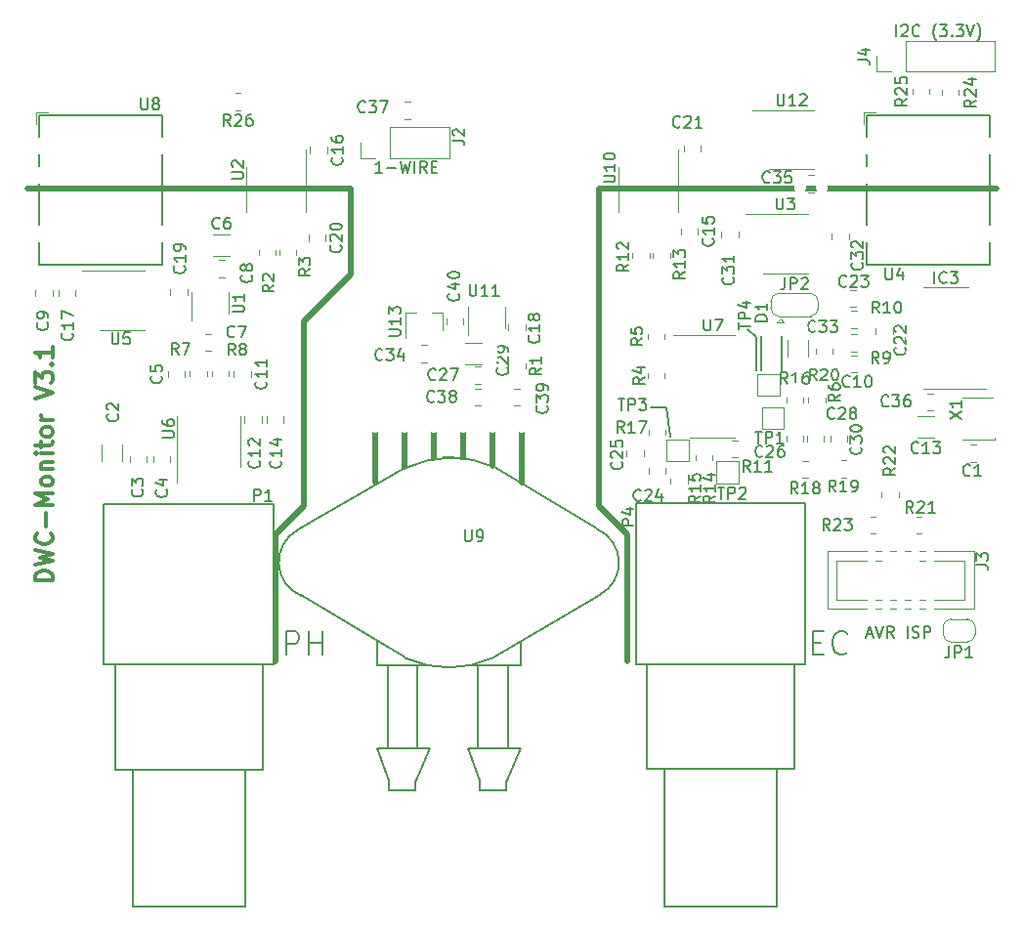
<source format=gto>
G04 #@! TF.GenerationSoftware,KiCad,Pcbnew,5.1.10-88a1d61d58~90~ubuntu21.04.1*
G04 #@! TF.CreationDate,2021-10-28T10:16:53+02:00*
G04 #@! TF.ProjectId,dwc-hat,6477632d-6861-4742-9e6b-696361645f70,rev?*
G04 #@! TF.SameCoordinates,Original*
G04 #@! TF.FileFunction,Legend,Top*
G04 #@! TF.FilePolarity,Positive*
%FSLAX46Y46*%
G04 Gerber Fmt 4.6, Leading zero omitted, Abs format (unit mm)*
G04 Created by KiCad (PCBNEW 5.1.10-88a1d61d58~90~ubuntu21.04.1) date 2021-10-28 10:16:53*
%MOMM*%
%LPD*%
G01*
G04 APERTURE LIST*
%ADD10C,0.150000*%
%ADD11C,0.500000*%
%ADD12C,0.300000*%
%ADD13C,0.508000*%
%ADD14C,0.120000*%
%ADD15C,2.000000*%
%ADD16C,3.886200*%
%ADD17R,0.800000X0.900000*%
%ADD18R,1.500000X1.500000*%
%ADD19R,0.900000X1.000000*%
%ADD20O,1.700000X1.700000*%
%ADD21R,1.700000X1.700000*%
%ADD22R,0.650000X1.060000*%
%ADD23R,1.000000X1.500000*%
%ADD24C,0.100000*%
%ADD25R,2.300000X1.000000*%
%ADD26R,0.650000X2.760000*%
%ADD27C,1.500000*%
%ADD28C,3.000000*%
%ADD29R,1.220000X0.910000*%
%ADD30C,6.400000*%
G04 APERTURE END LIST*
D10*
X171958000Y-79931000D02*
X171958000Y-82788500D01*
X171196000Y-79232500D02*
X171958000Y-79931000D01*
X164147500Y-86027000D02*
X162750500Y-86027000D01*
X164465000Y-88567000D02*
X164147500Y-86027000D01*
X176831428Y-106357142D02*
X177498095Y-106357142D01*
X177783809Y-107404761D02*
X176831428Y-107404761D01*
X176831428Y-105404761D01*
X177783809Y-105404761D01*
X179783809Y-107214285D02*
X179688571Y-107309523D01*
X179402857Y-107404761D01*
X179212380Y-107404761D01*
X178926666Y-107309523D01*
X178736190Y-107119047D01*
X178640952Y-106928571D01*
X178545714Y-106547619D01*
X178545714Y-106261904D01*
X178640952Y-105880952D01*
X178736190Y-105690476D01*
X178926666Y-105500000D01*
X179212380Y-105404761D01*
X179402857Y-105404761D01*
X179688571Y-105500000D01*
X179783809Y-105595238D01*
X131188571Y-107404761D02*
X131188571Y-105404761D01*
X131950476Y-105404761D01*
X132140952Y-105500000D01*
X132236190Y-105595238D01*
X132331428Y-105785714D01*
X132331428Y-106071428D01*
X132236190Y-106261904D01*
X132140952Y-106357142D01*
X131950476Y-106452380D01*
X131188571Y-106452380D01*
X133188571Y-107404761D02*
X133188571Y-105404761D01*
X133188571Y-106357142D02*
X134331428Y-106357142D01*
X134331428Y-107404761D02*
X134331428Y-105404761D01*
D11*
X136760000Y-74500000D02*
X136760000Y-67000000D01*
X132760000Y-78500000D02*
X136760000Y-74500000D01*
X130260000Y-97000000D02*
X130260000Y-108000000D01*
X132760000Y-94500000D02*
X130260000Y-97000000D01*
X132760000Y-78500000D02*
X132760000Y-94500000D01*
X160760000Y-97000000D02*
X160760000Y-108000000D01*
X158260000Y-94500000D02*
X160760000Y-97000000D01*
X158260000Y-67000000D02*
X158260000Y-94500000D01*
X136760000Y-67000000D02*
X108760000Y-67000000D01*
D10*
X181498095Y-105666666D02*
X181974285Y-105666666D01*
X181402857Y-105952380D02*
X181736190Y-104952380D01*
X182069523Y-105952380D01*
X182260000Y-104952380D02*
X182593333Y-105952380D01*
X182926666Y-104952380D01*
X183831428Y-105952380D02*
X183498095Y-105476190D01*
X183260000Y-105952380D02*
X183260000Y-104952380D01*
X183640952Y-104952380D01*
X183736190Y-105000000D01*
X183783809Y-105047619D01*
X183831428Y-105142857D01*
X183831428Y-105285714D01*
X183783809Y-105380952D01*
X183736190Y-105428571D01*
X183640952Y-105476190D01*
X183260000Y-105476190D01*
X185021904Y-105952380D02*
X185021904Y-104952380D01*
X185450476Y-105904761D02*
X185593333Y-105952380D01*
X185831428Y-105952380D01*
X185926666Y-105904761D01*
X185974285Y-105857142D01*
X186021904Y-105761904D01*
X186021904Y-105666666D01*
X185974285Y-105571428D01*
X185926666Y-105523809D01*
X185831428Y-105476190D01*
X185640952Y-105428571D01*
X185545714Y-105380952D01*
X185498095Y-105333333D01*
X185450476Y-105238095D01*
X185450476Y-105142857D01*
X185498095Y-105047619D01*
X185545714Y-105000000D01*
X185640952Y-104952380D01*
X185879047Y-104952380D01*
X186021904Y-105000000D01*
X186450476Y-105952380D02*
X186450476Y-104952380D01*
X186831428Y-104952380D01*
X186926666Y-105000000D01*
X186974285Y-105047619D01*
X187021904Y-105142857D01*
X187021904Y-105285714D01*
X186974285Y-105380952D01*
X186926666Y-105428571D01*
X186831428Y-105476190D01*
X186450476Y-105476190D01*
X184063142Y-53840380D02*
X184063142Y-52840380D01*
X184491714Y-52935619D02*
X184539333Y-52888000D01*
X184634571Y-52840380D01*
X184872666Y-52840380D01*
X184967904Y-52888000D01*
X185015523Y-52935619D01*
X185063142Y-53030857D01*
X185063142Y-53126095D01*
X185015523Y-53268952D01*
X184444095Y-53840380D01*
X185063142Y-53840380D01*
X186063142Y-53745142D02*
X186015523Y-53792761D01*
X185872666Y-53840380D01*
X185777428Y-53840380D01*
X185634571Y-53792761D01*
X185539333Y-53697523D01*
X185491714Y-53602285D01*
X185444095Y-53411809D01*
X185444095Y-53268952D01*
X185491714Y-53078476D01*
X185539333Y-52983238D01*
X185634571Y-52888000D01*
X185777428Y-52840380D01*
X185872666Y-52840380D01*
X186015523Y-52888000D01*
X186063142Y-52935619D01*
X187539333Y-54221333D02*
X187491714Y-54173714D01*
X187396476Y-54030857D01*
X187348857Y-53935619D01*
X187301238Y-53792761D01*
X187253619Y-53554666D01*
X187253619Y-53364190D01*
X187301238Y-53126095D01*
X187348857Y-52983238D01*
X187396476Y-52888000D01*
X187491714Y-52745142D01*
X187539333Y-52697523D01*
X187825047Y-52840380D02*
X188444095Y-52840380D01*
X188110761Y-53221333D01*
X188253619Y-53221333D01*
X188348857Y-53268952D01*
X188396476Y-53316571D01*
X188444095Y-53411809D01*
X188444095Y-53649904D01*
X188396476Y-53745142D01*
X188348857Y-53792761D01*
X188253619Y-53840380D01*
X187967904Y-53840380D01*
X187872666Y-53792761D01*
X187825047Y-53745142D01*
X188872666Y-53745142D02*
X188920285Y-53792761D01*
X188872666Y-53840380D01*
X188825047Y-53792761D01*
X188872666Y-53745142D01*
X188872666Y-53840380D01*
X189253619Y-52840380D02*
X189872666Y-52840380D01*
X189539333Y-53221333D01*
X189682190Y-53221333D01*
X189777428Y-53268952D01*
X189825047Y-53316571D01*
X189872666Y-53411809D01*
X189872666Y-53649904D01*
X189825047Y-53745142D01*
X189777428Y-53792761D01*
X189682190Y-53840380D01*
X189396476Y-53840380D01*
X189301238Y-53792761D01*
X189253619Y-53745142D01*
X190158380Y-52840380D02*
X190491714Y-53840380D01*
X190825047Y-52840380D01*
X191063142Y-54221333D02*
X191110761Y-54173714D01*
X191206000Y-54030857D01*
X191253619Y-53935619D01*
X191301238Y-53792761D01*
X191348857Y-53554666D01*
X191348857Y-53364190D01*
X191301238Y-53126095D01*
X191253619Y-52983238D01*
X191206000Y-52888000D01*
X191110761Y-52745142D01*
X191063142Y-52697523D01*
X139509761Y-65651380D02*
X138938333Y-65651380D01*
X139224047Y-65651380D02*
X139224047Y-64651380D01*
X139128809Y-64794238D01*
X139033571Y-64889476D01*
X138938333Y-64937095D01*
X139938333Y-65270428D02*
X140700238Y-65270428D01*
X141081190Y-64651380D02*
X141319285Y-65651380D01*
X141509761Y-64937095D01*
X141700238Y-65651380D01*
X141938333Y-64651380D01*
X142319285Y-65651380D02*
X142319285Y-64651380D01*
X143366904Y-65651380D02*
X143033571Y-65175190D01*
X142795476Y-65651380D02*
X142795476Y-64651380D01*
X143176428Y-64651380D01*
X143271666Y-64699000D01*
X143319285Y-64746619D01*
X143366904Y-64841857D01*
X143366904Y-64984714D01*
X143319285Y-65079952D01*
X143271666Y-65127571D01*
X143176428Y-65175190D01*
X142795476Y-65175190D01*
X143795476Y-65127571D02*
X144128809Y-65127571D01*
X144271666Y-65651380D02*
X143795476Y-65651380D01*
X143795476Y-64651380D01*
X144271666Y-64651380D01*
D12*
X110970571Y-100994428D02*
X109470571Y-100994428D01*
X109470571Y-100637285D01*
X109542000Y-100423000D01*
X109684857Y-100280142D01*
X109827714Y-100208714D01*
X110113428Y-100137285D01*
X110327714Y-100137285D01*
X110613428Y-100208714D01*
X110756285Y-100280142D01*
X110899142Y-100423000D01*
X110970571Y-100637285D01*
X110970571Y-100994428D01*
X109470571Y-99637285D02*
X110970571Y-99280142D01*
X109899142Y-98994428D01*
X110970571Y-98708714D01*
X109470571Y-98351571D01*
X110827714Y-96923000D02*
X110899142Y-96994428D01*
X110970571Y-97208714D01*
X110970571Y-97351571D01*
X110899142Y-97565857D01*
X110756285Y-97708714D01*
X110613428Y-97780142D01*
X110327714Y-97851571D01*
X110113428Y-97851571D01*
X109827714Y-97780142D01*
X109684857Y-97708714D01*
X109542000Y-97565857D01*
X109470571Y-97351571D01*
X109470571Y-97208714D01*
X109542000Y-96994428D01*
X109613428Y-96923000D01*
X110399142Y-96280142D02*
X110399142Y-95137285D01*
X110970571Y-94423000D02*
X109470571Y-94423000D01*
X110542000Y-93923000D01*
X109470571Y-93423000D01*
X110970571Y-93423000D01*
X110970571Y-92494428D02*
X110899142Y-92637285D01*
X110827714Y-92708714D01*
X110684857Y-92780142D01*
X110256285Y-92780142D01*
X110113428Y-92708714D01*
X110042000Y-92637285D01*
X109970571Y-92494428D01*
X109970571Y-92280142D01*
X110042000Y-92137285D01*
X110113428Y-92065857D01*
X110256285Y-91994428D01*
X110684857Y-91994428D01*
X110827714Y-92065857D01*
X110899142Y-92137285D01*
X110970571Y-92280142D01*
X110970571Y-92494428D01*
X109970571Y-91351571D02*
X110970571Y-91351571D01*
X110113428Y-91351571D02*
X110042000Y-91280142D01*
X109970571Y-91137285D01*
X109970571Y-90923000D01*
X110042000Y-90780142D01*
X110184857Y-90708714D01*
X110970571Y-90708714D01*
X110970571Y-89994428D02*
X109970571Y-89994428D01*
X109470571Y-89994428D02*
X109542000Y-90065857D01*
X109613428Y-89994428D01*
X109542000Y-89923000D01*
X109470571Y-89994428D01*
X109613428Y-89994428D01*
X109970571Y-89494428D02*
X109970571Y-88923000D01*
X109470571Y-89280142D02*
X110756285Y-89280142D01*
X110899142Y-89208714D01*
X110970571Y-89065857D01*
X110970571Y-88923000D01*
X110970571Y-88208714D02*
X110899142Y-88351571D01*
X110827714Y-88423000D01*
X110684857Y-88494428D01*
X110256285Y-88494428D01*
X110113428Y-88423000D01*
X110042000Y-88351571D01*
X109970571Y-88208714D01*
X109970571Y-87994428D01*
X110042000Y-87851571D01*
X110113428Y-87780142D01*
X110256285Y-87708714D01*
X110684857Y-87708714D01*
X110827714Y-87780142D01*
X110899142Y-87851571D01*
X110970571Y-87994428D01*
X110970571Y-88208714D01*
X110970571Y-87065857D02*
X109970571Y-87065857D01*
X110256285Y-87065857D02*
X110113428Y-86994428D01*
X110042000Y-86923000D01*
X109970571Y-86780142D01*
X109970571Y-86637285D01*
X109470571Y-85208714D02*
X110970571Y-84708714D01*
X109470571Y-84208714D01*
X109470571Y-83851571D02*
X109470571Y-82923000D01*
X110042000Y-83423000D01*
X110042000Y-83208714D01*
X110113428Y-83065857D01*
X110184857Y-82994428D01*
X110327714Y-82923000D01*
X110684857Y-82923000D01*
X110827714Y-82994428D01*
X110899142Y-83065857D01*
X110970571Y-83208714D01*
X110970571Y-83637285D01*
X110899142Y-83780142D01*
X110827714Y-83851571D01*
X110827714Y-82280142D02*
X110899142Y-82208714D01*
X110970571Y-82280142D01*
X110899142Y-82351571D01*
X110827714Y-82280142D01*
X110970571Y-82280142D01*
X110970571Y-80780142D02*
X110970571Y-81637285D01*
X110970571Y-81208714D02*
X109470571Y-81208714D01*
X109684857Y-81351571D01*
X109827714Y-81494428D01*
X109899142Y-81637285D01*
D11*
X192760000Y-67000000D02*
X158260000Y-67000000D01*
D13*
X141480000Y-87970000D02*
X141480000Y-91185000D01*
X144020000Y-87970000D02*
X144020000Y-90423000D01*
X146560000Y-87970000D02*
X146560000Y-90296000D01*
X149100000Y-87970000D02*
X149100000Y-91058000D01*
D10*
X139067000Y-108355400D02*
X139067000Y-106221800D01*
X139067000Y-108380800D02*
X143689800Y-108380800D01*
X142369000Y-118363000D02*
X142369000Y-119201200D01*
X143689800Y-115569000D02*
X142369000Y-118490000D01*
X140108400Y-118337600D02*
X140108400Y-119201200D01*
X139067000Y-115569000D02*
X140108400Y-118337600D01*
X143689800Y-115569000D02*
X139067000Y-115569000D01*
X142546800Y-115569000D02*
X142546800Y-108380800D01*
X139981400Y-115543600D02*
X139981400Y-108380800D01*
X142369000Y-119201200D02*
X140108400Y-119201200D01*
X150217600Y-119201200D02*
X147957000Y-119201200D01*
X151563800Y-108380800D02*
X151563800Y-106247200D01*
X147830000Y-115543600D02*
X147830000Y-108380800D01*
X150395400Y-115569000D02*
X150395400Y-108380800D01*
X151538400Y-115569000D02*
X146915600Y-115569000D01*
X146915600Y-115569000D02*
X147957000Y-118337600D01*
X147957000Y-118337600D02*
X147957000Y-119201200D01*
X151538400Y-115569000D02*
X150217600Y-118490000D01*
X150217600Y-118363000D02*
X150217600Y-119201200D01*
X143664400Y-108380800D02*
X139067000Y-108380800D01*
X146915600Y-108380800D02*
X151538400Y-108380800D01*
X149277800Y-91159600D02*
X158091600Y-96493600D01*
X132259800Y-96544400D02*
X141657800Y-91185000D01*
X141530800Y-107695000D02*
X132437600Y-102284800D01*
X149150800Y-107669600D02*
X158396400Y-102208600D01*
X145290000Y-90346800D02*
X145798000Y-90346800D01*
X145798000Y-90346800D02*
X145290000Y-90346800D01*
X145290000Y-90346800D02*
X144782000Y-90346800D01*
X145290000Y-108533200D02*
X144782000Y-108533200D01*
X145290000Y-108533200D02*
X145798000Y-108533200D01*
X145391600Y-90346800D02*
X145188400Y-90346800D01*
X145417000Y-108533200D02*
X145213800Y-108533200D01*
D13*
X151650000Y-87970000D02*
X151650000Y-92470000D01*
X138940000Y-87970000D02*
X138940000Y-92470000D01*
D10*
X132275547Y-96561171D02*
G75*
G03*
X132503437Y-102323496I1457453J-2828029D01*
G01*
X158304453Y-102268029D02*
G75*
G03*
X158076563Y-96505704I-1457453J2828029D01*
G01*
X149277538Y-91171564D02*
G75*
G03*
X141611194Y-91217107I-3784338J-8243036D01*
G01*
X141505662Y-107708436D02*
G75*
G03*
X149172006Y-107662893I3784338J8243036D01*
G01*
D14*
X144711500Y-77805500D02*
X144711500Y-79265500D01*
X141551500Y-77805500D02*
X141551500Y-79965500D01*
X141551500Y-77805500D02*
X142481500Y-77805500D01*
X144711500Y-77805500D02*
X143781500Y-77805500D01*
X146531000Y-78813252D02*
X146531000Y-78290748D01*
X145061000Y-78813252D02*
X145061000Y-78290748D01*
X150458500Y-82172436D02*
X150458500Y-82626564D01*
X151928500Y-82172436D02*
X151928500Y-82626564D01*
X151928500Y-79321252D02*
X151928500Y-78798748D01*
X150458500Y-79321252D02*
X150458500Y-78798748D01*
X172024000Y-83108500D02*
X173924000Y-83108500D01*
X173924000Y-83108500D02*
X173924000Y-85008500D01*
X173924000Y-85008500D02*
X172024000Y-85008500D01*
X172024000Y-85008500D02*
X172024000Y-83108500D01*
X164150000Y-90660000D02*
X164150000Y-88760000D01*
X166050000Y-90660000D02*
X164150000Y-90660000D01*
X166050000Y-88760000D02*
X166050000Y-90660000D01*
X164150000Y-88760000D02*
X166050000Y-88760000D01*
X168468000Y-92565000D02*
X168468000Y-90665000D01*
X170368000Y-92565000D02*
X168468000Y-92565000D01*
X170368000Y-90665000D02*
X170368000Y-92565000D01*
X168468000Y-90665000D02*
X170368000Y-90665000D01*
X172405000Y-87866000D02*
X172405000Y-85966000D01*
X174305000Y-87866000D02*
X172405000Y-87866000D01*
X174305000Y-85966000D02*
X174305000Y-87866000D01*
X172405000Y-85966000D02*
X174305000Y-85966000D01*
X189822000Y-85140000D02*
X192422000Y-85140000D01*
X192607000Y-88810000D02*
X189822000Y-88810000D01*
X192607000Y-88610000D02*
X192607000Y-88810000D01*
X190431748Y-90699000D02*
X190954252Y-90699000D01*
X190431748Y-89229000D02*
X190954252Y-89229000D01*
X182312000Y-56877000D02*
X182312000Y-55547000D01*
X183642000Y-56877000D02*
X182312000Y-56877000D01*
X184912000Y-56877000D02*
X184912000Y-54217000D01*
X184912000Y-54217000D02*
X192592000Y-54217000D01*
X184912000Y-56877000D02*
X192592000Y-56877000D01*
X192592000Y-56877000D02*
X192592000Y-54217000D01*
X137608000Y-64370000D02*
X137608000Y-63040000D01*
X138938000Y-64370000D02*
X137608000Y-64370000D01*
X140208000Y-64370000D02*
X140208000Y-61710000D01*
X140208000Y-61710000D02*
X145348000Y-61710000D01*
X140208000Y-64370000D02*
X145348000Y-64370000D01*
X145348000Y-64370000D02*
X145348000Y-61710000D01*
X151457252Y-84355000D02*
X150934748Y-84355000D01*
X151457252Y-85825000D02*
X150934748Y-85825000D01*
X147505748Y-85825000D02*
X148028252Y-85825000D01*
X147505748Y-84355000D02*
X148028252Y-84355000D01*
X147566748Y-83920000D02*
X148089252Y-83920000D01*
X147566748Y-82450000D02*
X148089252Y-82450000D01*
X176376064Y-92096000D02*
X175921936Y-92096000D01*
X176376064Y-90626000D02*
X175921936Y-90626000D01*
X141470748Y-59511000D02*
X141993252Y-59511000D01*
X141470748Y-60981000D02*
X141993252Y-60981000D01*
X127250564Y-60219000D02*
X126796436Y-60219000D01*
X127250564Y-58749000D02*
X126796436Y-58749000D01*
X175006000Y-60226000D02*
X171556000Y-60226000D01*
X175006000Y-60226000D02*
X176956000Y-60226000D01*
X175006000Y-65346000D02*
X173056000Y-65346000D01*
X175006000Y-65346000D02*
X176956000Y-65346000D01*
X186917000Y-58845564D02*
X186917000Y-58391436D01*
X185447000Y-58845564D02*
X185447000Y-58391436D01*
X189457000Y-58925564D02*
X189457000Y-58471436D01*
X187987000Y-58925564D02*
X187987000Y-58471436D01*
X176918252Y-65861000D02*
X176395748Y-65861000D01*
X176918252Y-67331000D02*
X176395748Y-67331000D01*
X150140000Y-79107000D02*
X150140000Y-77307000D01*
X146920000Y-77307000D02*
X146920000Y-79757000D01*
X142857548Y-80595800D02*
X143380052Y-80595800D01*
X142857548Y-82065800D02*
X143380052Y-82065800D01*
X146708548Y-80420800D02*
X148131052Y-80420800D01*
X146708548Y-82240800D02*
X148131052Y-82240800D01*
X182296064Y-96928500D02*
X181841936Y-96928500D01*
X182296064Y-95458500D02*
X181841936Y-95458500D01*
X186256564Y-96928500D02*
X185802436Y-96928500D01*
X186256564Y-95458500D02*
X185802436Y-95458500D01*
X188334500Y-75534000D02*
X186384500Y-75534000D01*
X188334500Y-75534000D02*
X190284500Y-75534000D01*
X188334500Y-84404000D02*
X186384500Y-84404000D01*
X188334500Y-84404000D02*
X191784500Y-84404000D01*
X180613564Y-79104000D02*
X180159436Y-79104000D01*
X180613564Y-77634000D02*
X180159436Y-77634000D01*
X180613564Y-81136000D02*
X180159436Y-81136000D01*
X180613564Y-79666000D02*
X180159436Y-79666000D01*
X180544252Y-77262500D02*
X180021748Y-77262500D01*
X180544252Y-75792500D02*
X180021748Y-75792500D01*
X182272000Y-79623252D02*
X182272000Y-79100748D01*
X183742000Y-79623252D02*
X183742000Y-79100748D01*
X180148748Y-81507500D02*
X180671252Y-81507500D01*
X180148748Y-82977500D02*
X180671252Y-82977500D01*
X174036500Y-78299000D02*
X174336500Y-78599000D01*
X173736500Y-78599000D02*
X174336500Y-78599000D01*
X174036500Y-78299000D02*
X173736500Y-78599000D01*
X173186500Y-77399000D02*
X173186500Y-76799000D01*
X176636500Y-78099000D02*
X173836500Y-78099000D01*
X177286500Y-76799000D02*
X177286500Y-77399000D01*
X173836500Y-76099000D02*
X176636500Y-76099000D01*
X173186500Y-76799000D02*
G75*
G02*
X173886500Y-76099000I700000J0D01*
G01*
X173886500Y-78099000D02*
G75*
G02*
X173186500Y-77399000I0J700000D01*
G01*
X177286500Y-77399000D02*
G75*
G02*
X176586500Y-78099000I-700000J0D01*
G01*
X176586500Y-76099000D02*
G75*
G02*
X177286500Y-76799000I0J-700000D01*
G01*
D10*
X109805000Y-60660000D02*
X120455000Y-60660000D01*
X120455000Y-64100000D02*
X120455000Y-70160000D01*
X120455000Y-60660000D02*
X120455000Y-62540000D01*
X109805000Y-62540000D02*
X109805000Y-60660000D01*
X109805000Y-65080000D02*
X109805000Y-64100000D01*
X109805000Y-70160000D02*
X109805000Y-66640000D01*
X109805000Y-73600000D02*
X109805000Y-71720000D01*
X120455000Y-73600000D02*
X109805000Y-73600000D01*
X120455000Y-71720000D02*
X120455000Y-73600000D01*
D14*
X109553000Y-60410000D02*
X109553000Y-61410000D01*
X110553000Y-60410000D02*
X109553000Y-60410000D01*
D10*
X181535000Y-60660000D02*
X192185000Y-60660000D01*
X192185000Y-64100000D02*
X192185000Y-70160000D01*
X192185000Y-60660000D02*
X192185000Y-62540000D01*
X181535000Y-62540000D02*
X181535000Y-60660000D01*
X181535000Y-65080000D02*
X181535000Y-64100000D01*
X181535000Y-70160000D02*
X181535000Y-66640000D01*
X181535000Y-73600000D02*
X181535000Y-71720000D01*
X192185000Y-73600000D02*
X181535000Y-73600000D01*
X192185000Y-71720000D02*
X192185000Y-73600000D01*
D14*
X181283000Y-60410000D02*
X181283000Y-61410000D01*
X182283000Y-60410000D02*
X181283000Y-60410000D01*
X162523500Y-80054564D02*
X162523500Y-79600436D01*
X163993500Y-80054564D02*
X163993500Y-79600436D01*
X162530000Y-83462064D02*
X162530000Y-83007936D01*
X164000000Y-83462064D02*
X164000000Y-83007936D01*
X117000000Y-79280000D02*
X118950000Y-79280000D01*
X117000000Y-79280000D02*
X115050000Y-79280000D01*
X117000000Y-74160000D02*
X118950000Y-74160000D01*
X117000000Y-74160000D02*
X113550000Y-74160000D01*
X174440000Y-74350000D02*
X176390000Y-74350000D01*
X174440000Y-74350000D02*
X172490000Y-74350000D01*
X174440000Y-69230000D02*
X176390000Y-69230000D01*
X174440000Y-69230000D02*
X170990000Y-69230000D01*
X126211000Y-82838936D02*
X126211000Y-83293064D01*
X124741000Y-82838936D02*
X124741000Y-83293064D01*
X124306000Y-82838936D02*
X124306000Y-83293064D01*
X122836000Y-82838936D02*
X122836000Y-83293064D01*
X176436500Y-85557564D02*
X176436500Y-85103436D01*
X177906500Y-85557564D02*
X177906500Y-85103436D01*
X165635000Y-63806752D02*
X165635000Y-63284248D01*
X167105000Y-63806752D02*
X167105000Y-63284248D01*
X134593000Y-71031248D02*
X134593000Y-71553752D01*
X133123000Y-71031248D02*
X133123000Y-71553752D01*
X122635000Y-75728748D02*
X122635000Y-76251252D01*
X121165000Y-75728748D02*
X121165000Y-76251252D01*
X112955000Y-75808748D02*
X112955000Y-76331252D01*
X111485000Y-75808748D02*
X111485000Y-76331252D01*
X133250000Y-63938752D02*
X133250000Y-63416248D01*
X134720000Y-63938752D02*
X134720000Y-63416248D01*
X166851000Y-70459748D02*
X166851000Y-70982252D01*
X165381000Y-70459748D02*
X165381000Y-70982252D01*
X128116000Y-82844748D02*
X128116000Y-83367252D01*
X126646000Y-82844748D02*
X126646000Y-83367252D01*
X124201248Y-79640500D02*
X124723752Y-79640500D01*
X124201248Y-81110500D02*
X124723752Y-81110500D01*
X120931000Y-83367252D02*
X120931000Y-82844748D01*
X122401000Y-83367252D02*
X122401000Y-82844748D01*
X129503500Y-86779248D02*
X129503500Y-87301752D01*
X130973500Y-86779248D02*
X130973500Y-87301752D01*
X188099000Y-105631000D02*
X188099000Y-105031000D01*
X190199000Y-106331000D02*
X188799000Y-106331000D01*
X190899000Y-105031000D02*
X190899000Y-105631000D01*
X188799000Y-104331000D02*
X190199000Y-104331000D01*
X188099000Y-105031000D02*
G75*
G02*
X188799000Y-104331000I700000J0D01*
G01*
X188799000Y-106331000D02*
G75*
G02*
X188099000Y-105631000I0J700000D01*
G01*
X190899000Y-105631000D02*
G75*
G02*
X190199000Y-106331000I-700000J0D01*
G01*
X190199000Y-104331000D02*
G75*
G02*
X190899000Y-105031000I0J-700000D01*
G01*
X168154500Y-88598000D02*
X170104500Y-88598000D01*
X168154500Y-88598000D02*
X166204500Y-88598000D01*
X168154500Y-79728000D02*
X170104500Y-79728000D01*
X168154500Y-79728000D02*
X164704500Y-79728000D01*
X160000000Y-67104000D02*
X160000000Y-69054000D01*
X160000000Y-67104000D02*
X160000000Y-65154000D01*
X165120000Y-67104000D02*
X165120000Y-69054000D01*
X165120000Y-67104000D02*
X165120000Y-63654000D01*
X127195000Y-88948000D02*
X127195000Y-86748000D01*
X127195000Y-88948000D02*
X127195000Y-91148000D01*
X121725000Y-88948000D02*
X121725000Y-86748000D01*
X121725000Y-88948000D02*
X121725000Y-92548000D01*
X127742000Y-67104000D02*
X127742000Y-69054000D01*
X127742000Y-67104000D02*
X127742000Y-65154000D01*
X132862000Y-67104000D02*
X132862000Y-69054000D01*
X132862000Y-67104000D02*
X132862000Y-63654000D01*
X126199500Y-77826000D02*
X126199500Y-76026000D01*
X122979500Y-76026000D02*
X122979500Y-78476000D01*
X182780000Y-93770564D02*
X182780000Y-93316436D01*
X184250000Y-93770564D02*
X184250000Y-93316436D01*
X177071500Y-81342064D02*
X177071500Y-80887936D01*
X178541500Y-81342064D02*
X178541500Y-80887936D01*
X179708064Y-92058000D02*
X179253936Y-92058000D01*
X179708064Y-90588000D02*
X179253936Y-90588000D01*
X162593500Y-88351564D02*
X162593500Y-87897436D01*
X164063500Y-88351564D02*
X164063500Y-87897436D01*
X176001500Y-85103436D02*
X176001500Y-85557564D01*
X174531500Y-85103436D02*
X174531500Y-85557564D01*
X164492000Y-92627564D02*
X164492000Y-92173436D01*
X165962000Y-92627564D02*
X165962000Y-92173436D01*
X166651000Y-90548564D02*
X166651000Y-90094436D01*
X168121000Y-90548564D02*
X168121000Y-90094436D01*
X162968000Y-73069564D02*
X162968000Y-72615436D01*
X164438000Y-73069564D02*
X164438000Y-72615436D01*
X161190000Y-73069564D02*
X161190000Y-72615436D01*
X162660000Y-73069564D02*
X162660000Y-72615436D01*
X169849436Y-88848000D02*
X170303564Y-88848000D01*
X169849436Y-90318000D02*
X170303564Y-90318000D01*
X130583000Y-72768564D02*
X130583000Y-72314436D01*
X132053000Y-72768564D02*
X132053000Y-72314436D01*
X128805000Y-72815564D02*
X128805000Y-72361436D01*
X130275000Y-72815564D02*
X130275000Y-72361436D01*
X187271252Y-86254000D02*
X186748748Y-86254000D01*
X187271252Y-84784000D02*
X186748748Y-84784000D01*
X174610500Y-81571252D02*
X174610500Y-80148748D01*
X176430500Y-81571252D02*
X176430500Y-80148748D01*
X179955000Y-70918748D02*
X179955000Y-71441252D01*
X178485000Y-70918748D02*
X178485000Y-71441252D01*
X170375000Y-70768748D02*
X170375000Y-71291252D01*
X168905000Y-70768748D02*
X168905000Y-71291252D01*
X178341500Y-88978252D02*
X178341500Y-88455748D01*
X179811500Y-88978252D02*
X179811500Y-88455748D01*
X176309500Y-88978252D02*
X176309500Y-88455748D01*
X177779500Y-88978252D02*
X177779500Y-88455748D01*
X174531500Y-88978252D02*
X174531500Y-88455748D01*
X176001500Y-88978252D02*
X176001500Y-88455748D01*
X162152000Y-89688748D02*
X162152000Y-90211252D01*
X160682000Y-89688748D02*
X160682000Y-90211252D01*
X164063500Y-91249748D02*
X164063500Y-91772252D01*
X162593500Y-91249748D02*
X162593500Y-91772252D01*
X187323252Y-88588000D02*
X185900748Y-88588000D01*
X187323252Y-86768000D02*
X185900748Y-86768000D01*
X129068500Y-86781748D02*
X129068500Y-87304252D01*
X127598500Y-86781748D02*
X127598500Y-87304252D01*
X110935000Y-75848748D02*
X110935000Y-76371252D01*
X109465000Y-75848748D02*
X109465000Y-76371252D01*
X125344248Y-73227000D02*
X125866752Y-73227000D01*
X125344248Y-74697000D02*
X125866752Y-74697000D01*
X124877248Y-71020000D02*
X126299752Y-71020000D01*
X124877248Y-72840000D02*
X126299752Y-72840000D01*
X119661000Y-90733252D02*
X119661000Y-90210748D01*
X121131000Y-90733252D02*
X121131000Y-90210748D01*
X117629000Y-90733252D02*
X117629000Y-90210748D01*
X119099000Y-90733252D02*
X119099000Y-90210748D01*
X115168000Y-90626252D02*
X115168000Y-89203748D01*
X116988000Y-90626252D02*
X116988000Y-89203748D01*
X189992000Y-102656000D02*
X178892000Y-102656000D01*
X189992000Y-99256000D02*
X185642000Y-99256000D01*
X189992000Y-99256000D02*
X189992000Y-102656000D01*
X178892000Y-99256000D02*
X178892000Y-102656000D01*
X185642000Y-98456000D02*
X185642000Y-99256000D01*
X183242000Y-98456000D02*
X183242000Y-99256000D01*
X190792000Y-98456000D02*
X178092000Y-98456000D01*
X190792000Y-98456000D02*
X190792000Y-103456000D01*
X178092000Y-98456000D02*
X178092000Y-103456000D01*
X183242000Y-99256000D02*
X178892000Y-99256000D01*
X190792000Y-103456000D02*
X178092000Y-103456000D01*
D10*
X115460000Y-94340000D02*
X115410000Y-94340000D01*
X130110000Y-94340000D02*
X115460000Y-94340000D01*
X116360000Y-117390000D02*
X116360000Y-108290000D01*
X129160000Y-117390000D02*
X129160000Y-108290000D01*
X127610000Y-129290000D02*
X127610000Y-117390000D01*
X117910000Y-129290000D02*
X117910000Y-117390000D01*
X127010000Y-117390000D02*
X129160000Y-117390000D01*
X116360000Y-117390000D02*
X127010000Y-117390000D01*
X117910000Y-129290000D02*
X127610000Y-129290000D01*
X115410000Y-108290000D02*
X130110000Y-108290000D01*
X130110000Y-94340000D02*
X130110000Y-108290000D01*
X115410000Y-94340000D02*
X115410000Y-108290000D01*
X174134500Y-82798000D02*
X174134500Y-79798000D01*
X172334500Y-82798000D02*
X172334500Y-79798000D01*
X161540000Y-94280000D02*
X161490000Y-94280000D01*
X176190000Y-94280000D02*
X161540000Y-94280000D01*
X162440000Y-117330000D02*
X162440000Y-108230000D01*
X175240000Y-117330000D02*
X175240000Y-108230000D01*
X173690000Y-129230000D02*
X173690000Y-117330000D01*
X163990000Y-129230000D02*
X163990000Y-117330000D01*
X173090000Y-117330000D02*
X175240000Y-117330000D01*
X162440000Y-117330000D02*
X173090000Y-117330000D01*
X163990000Y-129230000D02*
X173690000Y-129230000D01*
X161490000Y-108230000D02*
X176190000Y-108230000D01*
X176190000Y-94280000D02*
X176190000Y-108230000D01*
X161490000Y-94280000D02*
X161490000Y-108230000D01*
X146687095Y-96606380D02*
X146687095Y-97415904D01*
X146734714Y-97511142D01*
X146782333Y-97558761D01*
X146877571Y-97606380D01*
X147068047Y-97606380D01*
X147163285Y-97558761D01*
X147210904Y-97511142D01*
X147258523Y-97415904D01*
X147258523Y-96606380D01*
X147782333Y-97606380D02*
X147972809Y-97606380D01*
X148068047Y-97558761D01*
X148115666Y-97511142D01*
X148210904Y-97368285D01*
X148258523Y-97177809D01*
X148258523Y-96796857D01*
X148210904Y-96701619D01*
X148163285Y-96654000D01*
X148068047Y-96606380D01*
X147877571Y-96606380D01*
X147782333Y-96654000D01*
X147734714Y-96701619D01*
X147687095Y-96796857D01*
X147687095Y-97034952D01*
X147734714Y-97130190D01*
X147782333Y-97177809D01*
X147877571Y-97225428D01*
X148068047Y-97225428D01*
X148163285Y-97177809D01*
X148210904Y-97130190D01*
X148258523Y-97034952D01*
X140083880Y-79803595D02*
X140893404Y-79803595D01*
X140988642Y-79755976D01*
X141036261Y-79708357D01*
X141083880Y-79613119D01*
X141083880Y-79422642D01*
X141036261Y-79327404D01*
X140988642Y-79279785D01*
X140893404Y-79232166D01*
X140083880Y-79232166D01*
X141083880Y-78232166D02*
X141083880Y-78803595D01*
X141083880Y-78517880D02*
X140083880Y-78517880D01*
X140226738Y-78613119D01*
X140321976Y-78708357D01*
X140369595Y-78803595D01*
X140083880Y-77898833D02*
X140083880Y-77279785D01*
X140464833Y-77613119D01*
X140464833Y-77470261D01*
X140512452Y-77375023D01*
X140560071Y-77327404D01*
X140655309Y-77279785D01*
X140893404Y-77279785D01*
X140988642Y-77327404D01*
X141036261Y-77375023D01*
X141083880Y-77470261D01*
X141083880Y-77755976D01*
X141036261Y-77851214D01*
X140988642Y-77898833D01*
X146117142Y-76142857D02*
X146164761Y-76190476D01*
X146212380Y-76333333D01*
X146212380Y-76428571D01*
X146164761Y-76571428D01*
X146069523Y-76666666D01*
X145974285Y-76714285D01*
X145783809Y-76761904D01*
X145640952Y-76761904D01*
X145450476Y-76714285D01*
X145355238Y-76666666D01*
X145260000Y-76571428D01*
X145212380Y-76428571D01*
X145212380Y-76333333D01*
X145260000Y-76190476D01*
X145307619Y-76142857D01*
X145545714Y-75285714D02*
X146212380Y-75285714D01*
X145164761Y-75523809D02*
X145879047Y-75761904D01*
X145879047Y-75142857D01*
X145212380Y-74571428D02*
X145212380Y-74476190D01*
X145260000Y-74380952D01*
X145307619Y-74333333D01*
X145402857Y-74285714D01*
X145593333Y-74238095D01*
X145831428Y-74238095D01*
X146021904Y-74285714D01*
X146117142Y-74333333D01*
X146164761Y-74380952D01*
X146212380Y-74476190D01*
X146212380Y-74571428D01*
X146164761Y-74666666D01*
X146117142Y-74714285D01*
X146021904Y-74761904D01*
X145831428Y-74809523D01*
X145593333Y-74809523D01*
X145402857Y-74761904D01*
X145307619Y-74714285D01*
X145260000Y-74666666D01*
X145212380Y-74571428D01*
X153295880Y-82566166D02*
X152819690Y-82899500D01*
X153295880Y-83137595D02*
X152295880Y-83137595D01*
X152295880Y-82756642D01*
X152343500Y-82661404D01*
X152391119Y-82613785D01*
X152486357Y-82566166D01*
X152629214Y-82566166D01*
X152724452Y-82613785D01*
X152772071Y-82661404D01*
X152819690Y-82756642D01*
X152819690Y-83137595D01*
X153295880Y-81613785D02*
X153295880Y-82185214D01*
X153295880Y-81899500D02*
X152295880Y-81899500D01*
X152438738Y-81994738D01*
X152533976Y-82089976D01*
X152581595Y-82185214D01*
X153074642Y-79763857D02*
X153122261Y-79811476D01*
X153169880Y-79954333D01*
X153169880Y-80049571D01*
X153122261Y-80192428D01*
X153027023Y-80287666D01*
X152931785Y-80335285D01*
X152741309Y-80382904D01*
X152598452Y-80382904D01*
X152407976Y-80335285D01*
X152312738Y-80287666D01*
X152217500Y-80192428D01*
X152169880Y-80049571D01*
X152169880Y-79954333D01*
X152217500Y-79811476D01*
X152265119Y-79763857D01*
X153169880Y-78811476D02*
X153169880Y-79382904D01*
X153169880Y-79097190D02*
X152169880Y-79097190D01*
X152312738Y-79192428D01*
X152407976Y-79287666D01*
X152455595Y-79382904D01*
X152598452Y-78240047D02*
X152550833Y-78335285D01*
X152503214Y-78382904D01*
X152407976Y-78430523D01*
X152360357Y-78430523D01*
X152265119Y-78382904D01*
X152217500Y-78335285D01*
X152169880Y-78240047D01*
X152169880Y-78049571D01*
X152217500Y-77954333D01*
X152265119Y-77906714D01*
X152360357Y-77859095D01*
X152407976Y-77859095D01*
X152503214Y-77906714D01*
X152550833Y-77954333D01*
X152598452Y-78049571D01*
X152598452Y-78240047D01*
X152646071Y-78335285D01*
X152693690Y-78382904D01*
X152788928Y-78430523D01*
X152979404Y-78430523D01*
X153074642Y-78382904D01*
X153122261Y-78335285D01*
X153169880Y-78240047D01*
X153169880Y-78049571D01*
X153122261Y-77954333D01*
X153074642Y-77906714D01*
X152979404Y-77859095D01*
X152788928Y-77859095D01*
X152693690Y-77906714D01*
X152646071Y-77954333D01*
X152598452Y-78049571D01*
X170394380Y-79224404D02*
X170394380Y-78652976D01*
X171394380Y-78938690D02*
X170394380Y-78938690D01*
X171394380Y-78319642D02*
X170394380Y-78319642D01*
X170394380Y-77938690D01*
X170442000Y-77843452D01*
X170489619Y-77795833D01*
X170584857Y-77748214D01*
X170727714Y-77748214D01*
X170822952Y-77795833D01*
X170870571Y-77843452D01*
X170918190Y-77938690D01*
X170918190Y-78319642D01*
X170727714Y-76891071D02*
X171394380Y-76891071D01*
X170346761Y-77129166D02*
X171061047Y-77367261D01*
X171061047Y-76748214D01*
X159964595Y-85225380D02*
X160536023Y-85225380D01*
X160250309Y-86225380D02*
X160250309Y-85225380D01*
X160869357Y-86225380D02*
X160869357Y-85225380D01*
X161250309Y-85225380D01*
X161345547Y-85273000D01*
X161393166Y-85320619D01*
X161440785Y-85415857D01*
X161440785Y-85558714D01*
X161393166Y-85653952D01*
X161345547Y-85701571D01*
X161250309Y-85749190D01*
X160869357Y-85749190D01*
X161774119Y-85225380D02*
X162393166Y-85225380D01*
X162059833Y-85606333D01*
X162202690Y-85606333D01*
X162297928Y-85653952D01*
X162345547Y-85701571D01*
X162393166Y-85796809D01*
X162393166Y-86034904D01*
X162345547Y-86130142D01*
X162297928Y-86177761D01*
X162202690Y-86225380D01*
X161916976Y-86225380D01*
X161821738Y-86177761D01*
X161774119Y-86130142D01*
X168600595Y-92908880D02*
X169172023Y-92908880D01*
X168886309Y-93908880D02*
X168886309Y-92908880D01*
X169505357Y-93908880D02*
X169505357Y-92908880D01*
X169886309Y-92908880D01*
X169981547Y-92956500D01*
X170029166Y-93004119D01*
X170076785Y-93099357D01*
X170076785Y-93242214D01*
X170029166Y-93337452D01*
X169981547Y-93385071D01*
X169886309Y-93432690D01*
X169505357Y-93432690D01*
X170457738Y-93004119D02*
X170505357Y-92956500D01*
X170600595Y-92908880D01*
X170838690Y-92908880D01*
X170933928Y-92956500D01*
X170981547Y-93004119D01*
X171029166Y-93099357D01*
X171029166Y-93194595D01*
X170981547Y-93337452D01*
X170410119Y-93908880D01*
X171029166Y-93908880D01*
X171839095Y-88082880D02*
X172410523Y-88082880D01*
X172124809Y-89082880D02*
X172124809Y-88082880D01*
X172743857Y-89082880D02*
X172743857Y-88082880D01*
X173124809Y-88082880D01*
X173220047Y-88130500D01*
X173267666Y-88178119D01*
X173315285Y-88273357D01*
X173315285Y-88416214D01*
X173267666Y-88511452D01*
X173220047Y-88559071D01*
X173124809Y-88606690D01*
X172743857Y-88606690D01*
X174267666Y-89082880D02*
X173696238Y-89082880D01*
X173981952Y-89082880D02*
X173981952Y-88082880D01*
X173886714Y-88225738D01*
X173791476Y-88320976D01*
X173696238Y-88368595D01*
X188682380Y-86963523D02*
X189682380Y-86296857D01*
X188682380Y-86296857D02*
X189682380Y-86963523D01*
X189682380Y-85392095D02*
X189682380Y-85963523D01*
X189682380Y-85677809D02*
X188682380Y-85677809D01*
X188825238Y-85773047D01*
X188920476Y-85868285D01*
X188968095Y-85963523D01*
X190460333Y-91845142D02*
X190412714Y-91892761D01*
X190269857Y-91940380D01*
X190174619Y-91940380D01*
X190031761Y-91892761D01*
X189936523Y-91797523D01*
X189888904Y-91702285D01*
X189841285Y-91511809D01*
X189841285Y-91368952D01*
X189888904Y-91178476D01*
X189936523Y-91083238D01*
X190031761Y-90988000D01*
X190174619Y-90940380D01*
X190269857Y-90940380D01*
X190412714Y-90988000D01*
X190460333Y-91035619D01*
X191412714Y-91940380D02*
X190841285Y-91940380D01*
X191127000Y-91940380D02*
X191127000Y-90940380D01*
X191031761Y-91083238D01*
X190936523Y-91178476D01*
X190841285Y-91226095D01*
X180764380Y-55880333D02*
X181478666Y-55880333D01*
X181621523Y-55927952D01*
X181716761Y-56023190D01*
X181764380Y-56166047D01*
X181764380Y-56261285D01*
X181097714Y-54975571D02*
X181764380Y-54975571D01*
X180716761Y-55213666D02*
X181431047Y-55451761D01*
X181431047Y-54832714D01*
X145629380Y-62865333D02*
X146343666Y-62865333D01*
X146486523Y-62912952D01*
X146581761Y-63008190D01*
X146629380Y-63151047D01*
X146629380Y-63246285D01*
X145724619Y-62436761D02*
X145677000Y-62389142D01*
X145629380Y-62293904D01*
X145629380Y-62055809D01*
X145677000Y-61960571D01*
X145724619Y-61912952D01*
X145819857Y-61865333D01*
X145915095Y-61865333D01*
X146057952Y-61912952D01*
X146629380Y-62484380D01*
X146629380Y-61865333D01*
X153773142Y-85859857D02*
X153820761Y-85907476D01*
X153868380Y-86050333D01*
X153868380Y-86145571D01*
X153820761Y-86288428D01*
X153725523Y-86383666D01*
X153630285Y-86431285D01*
X153439809Y-86478904D01*
X153296952Y-86478904D01*
X153106476Y-86431285D01*
X153011238Y-86383666D01*
X152916000Y-86288428D01*
X152868380Y-86145571D01*
X152868380Y-86050333D01*
X152916000Y-85907476D01*
X152963619Y-85859857D01*
X152868380Y-85526523D02*
X152868380Y-84907476D01*
X153249333Y-85240809D01*
X153249333Y-85097952D01*
X153296952Y-85002714D01*
X153344571Y-84955095D01*
X153439809Y-84907476D01*
X153677904Y-84907476D01*
X153773142Y-84955095D01*
X153820761Y-85002714D01*
X153868380Y-85097952D01*
X153868380Y-85383666D01*
X153820761Y-85478904D01*
X153773142Y-85526523D01*
X153868380Y-84431285D02*
X153868380Y-84240809D01*
X153820761Y-84145571D01*
X153773142Y-84097952D01*
X153630285Y-84002714D01*
X153439809Y-83955095D01*
X153058857Y-83955095D01*
X152963619Y-84002714D01*
X152916000Y-84050333D01*
X152868380Y-84145571D01*
X152868380Y-84336047D01*
X152916000Y-84431285D01*
X152963619Y-84478904D01*
X153058857Y-84526523D01*
X153296952Y-84526523D01*
X153392190Y-84478904D01*
X153439809Y-84431285D01*
X153487428Y-84336047D01*
X153487428Y-84145571D01*
X153439809Y-84050333D01*
X153392190Y-84002714D01*
X153296952Y-83955095D01*
X144010142Y-85447142D02*
X143962523Y-85494761D01*
X143819666Y-85542380D01*
X143724428Y-85542380D01*
X143581571Y-85494761D01*
X143486333Y-85399523D01*
X143438714Y-85304285D01*
X143391095Y-85113809D01*
X143391095Y-84970952D01*
X143438714Y-84780476D01*
X143486333Y-84685238D01*
X143581571Y-84590000D01*
X143724428Y-84542380D01*
X143819666Y-84542380D01*
X143962523Y-84590000D01*
X144010142Y-84637619D01*
X144343476Y-84542380D02*
X144962523Y-84542380D01*
X144629190Y-84923333D01*
X144772047Y-84923333D01*
X144867285Y-84970952D01*
X144914904Y-85018571D01*
X144962523Y-85113809D01*
X144962523Y-85351904D01*
X144914904Y-85447142D01*
X144867285Y-85494761D01*
X144772047Y-85542380D01*
X144486333Y-85542380D01*
X144391095Y-85494761D01*
X144343476Y-85447142D01*
X145533952Y-84970952D02*
X145438714Y-84923333D01*
X145391095Y-84875714D01*
X145343476Y-84780476D01*
X145343476Y-84732857D01*
X145391095Y-84637619D01*
X145438714Y-84590000D01*
X145533952Y-84542380D01*
X145724428Y-84542380D01*
X145819666Y-84590000D01*
X145867285Y-84637619D01*
X145914904Y-84732857D01*
X145914904Y-84780476D01*
X145867285Y-84875714D01*
X145819666Y-84923333D01*
X145724428Y-84970952D01*
X145533952Y-84970952D01*
X145438714Y-85018571D01*
X145391095Y-85066190D01*
X145343476Y-85161428D01*
X145343476Y-85351904D01*
X145391095Y-85447142D01*
X145438714Y-85494761D01*
X145533952Y-85542380D01*
X145724428Y-85542380D01*
X145819666Y-85494761D01*
X145867285Y-85447142D01*
X145914904Y-85351904D01*
X145914904Y-85161428D01*
X145867285Y-85066190D01*
X145819666Y-85018571D01*
X145724428Y-84970952D01*
X144137142Y-83542142D02*
X144089523Y-83589761D01*
X143946666Y-83637380D01*
X143851428Y-83637380D01*
X143708571Y-83589761D01*
X143613333Y-83494523D01*
X143565714Y-83399285D01*
X143518095Y-83208809D01*
X143518095Y-83065952D01*
X143565714Y-82875476D01*
X143613333Y-82780238D01*
X143708571Y-82685000D01*
X143851428Y-82637380D01*
X143946666Y-82637380D01*
X144089523Y-82685000D01*
X144137142Y-82732619D01*
X144518095Y-82732619D02*
X144565714Y-82685000D01*
X144660952Y-82637380D01*
X144899047Y-82637380D01*
X144994285Y-82685000D01*
X145041904Y-82732619D01*
X145089523Y-82827857D01*
X145089523Y-82923095D01*
X145041904Y-83065952D01*
X144470476Y-83637380D01*
X145089523Y-83637380D01*
X145422857Y-82637380D02*
X146089523Y-82637380D01*
X145660952Y-83637380D01*
X175506142Y-93463380D02*
X175172809Y-92987190D01*
X174934714Y-93463380D02*
X174934714Y-92463380D01*
X175315666Y-92463380D01*
X175410904Y-92511000D01*
X175458523Y-92558619D01*
X175506142Y-92653857D01*
X175506142Y-92796714D01*
X175458523Y-92891952D01*
X175410904Y-92939571D01*
X175315666Y-92987190D01*
X174934714Y-92987190D01*
X176458523Y-93463380D02*
X175887095Y-93463380D01*
X176172809Y-93463380D02*
X176172809Y-92463380D01*
X176077571Y-92606238D01*
X175982333Y-92701476D01*
X175887095Y-92749095D01*
X177029952Y-92891952D02*
X176934714Y-92844333D01*
X176887095Y-92796714D01*
X176839476Y-92701476D01*
X176839476Y-92653857D01*
X176887095Y-92558619D01*
X176934714Y-92511000D01*
X177029952Y-92463380D01*
X177220428Y-92463380D01*
X177315666Y-92511000D01*
X177363285Y-92558619D01*
X177410904Y-92653857D01*
X177410904Y-92701476D01*
X177363285Y-92796714D01*
X177315666Y-92844333D01*
X177220428Y-92891952D01*
X177029952Y-92891952D01*
X176934714Y-92939571D01*
X176887095Y-92987190D01*
X176839476Y-93082428D01*
X176839476Y-93272904D01*
X176887095Y-93368142D01*
X176934714Y-93415761D01*
X177029952Y-93463380D01*
X177220428Y-93463380D01*
X177315666Y-93415761D01*
X177363285Y-93368142D01*
X177410904Y-93272904D01*
X177410904Y-93082428D01*
X177363285Y-92987190D01*
X177315666Y-92939571D01*
X177220428Y-92891952D01*
X138041142Y-60349142D02*
X137993523Y-60396761D01*
X137850666Y-60444380D01*
X137755428Y-60444380D01*
X137612571Y-60396761D01*
X137517333Y-60301523D01*
X137469714Y-60206285D01*
X137422095Y-60015809D01*
X137422095Y-59872952D01*
X137469714Y-59682476D01*
X137517333Y-59587238D01*
X137612571Y-59492000D01*
X137755428Y-59444380D01*
X137850666Y-59444380D01*
X137993523Y-59492000D01*
X138041142Y-59539619D01*
X138374476Y-59444380D02*
X138993523Y-59444380D01*
X138660190Y-59825333D01*
X138803047Y-59825333D01*
X138898285Y-59872952D01*
X138945904Y-59920571D01*
X138993523Y-60015809D01*
X138993523Y-60253904D01*
X138945904Y-60349142D01*
X138898285Y-60396761D01*
X138803047Y-60444380D01*
X138517333Y-60444380D01*
X138422095Y-60396761D01*
X138374476Y-60349142D01*
X139326857Y-59444380D02*
X139993523Y-59444380D01*
X139564952Y-60444380D01*
X126380642Y-61586380D02*
X126047309Y-61110190D01*
X125809214Y-61586380D02*
X125809214Y-60586380D01*
X126190166Y-60586380D01*
X126285404Y-60634000D01*
X126333023Y-60681619D01*
X126380642Y-60776857D01*
X126380642Y-60919714D01*
X126333023Y-61014952D01*
X126285404Y-61062571D01*
X126190166Y-61110190D01*
X125809214Y-61110190D01*
X126761595Y-60681619D02*
X126809214Y-60634000D01*
X126904452Y-60586380D01*
X127142547Y-60586380D01*
X127237785Y-60634000D01*
X127285404Y-60681619D01*
X127333023Y-60776857D01*
X127333023Y-60872095D01*
X127285404Y-61014952D01*
X126713976Y-61586380D01*
X127333023Y-61586380D01*
X128190166Y-60586380D02*
X127999690Y-60586380D01*
X127904452Y-60634000D01*
X127856833Y-60681619D01*
X127761595Y-60824476D01*
X127713976Y-61014952D01*
X127713976Y-61395904D01*
X127761595Y-61491142D01*
X127809214Y-61538761D01*
X127904452Y-61586380D01*
X128094928Y-61586380D01*
X128190166Y-61538761D01*
X128237785Y-61491142D01*
X128285404Y-61395904D01*
X128285404Y-61157809D01*
X128237785Y-61062571D01*
X128190166Y-61014952D01*
X128094928Y-60967333D01*
X127904452Y-60967333D01*
X127809214Y-61014952D01*
X127761595Y-61062571D01*
X127713976Y-61157809D01*
X173767904Y-58838380D02*
X173767904Y-59647904D01*
X173815523Y-59743142D01*
X173863142Y-59790761D01*
X173958380Y-59838380D01*
X174148857Y-59838380D01*
X174244095Y-59790761D01*
X174291714Y-59743142D01*
X174339333Y-59647904D01*
X174339333Y-58838380D01*
X175339333Y-59838380D02*
X174767904Y-59838380D01*
X175053619Y-59838380D02*
X175053619Y-58838380D01*
X174958380Y-58981238D01*
X174863142Y-59076476D01*
X174767904Y-59124095D01*
X175720285Y-58933619D02*
X175767904Y-58886000D01*
X175863142Y-58838380D01*
X176101238Y-58838380D01*
X176196476Y-58886000D01*
X176244095Y-58933619D01*
X176291714Y-59028857D01*
X176291714Y-59124095D01*
X176244095Y-59266952D01*
X175672666Y-59838380D01*
X176291714Y-59838380D01*
X184983380Y-59237857D02*
X184507190Y-59571190D01*
X184983380Y-59809285D02*
X183983380Y-59809285D01*
X183983380Y-59428333D01*
X184031000Y-59333095D01*
X184078619Y-59285476D01*
X184173857Y-59237857D01*
X184316714Y-59237857D01*
X184411952Y-59285476D01*
X184459571Y-59333095D01*
X184507190Y-59428333D01*
X184507190Y-59809285D01*
X184078619Y-58856904D02*
X184031000Y-58809285D01*
X183983380Y-58714047D01*
X183983380Y-58475952D01*
X184031000Y-58380714D01*
X184078619Y-58333095D01*
X184173857Y-58285476D01*
X184269095Y-58285476D01*
X184411952Y-58333095D01*
X184983380Y-58904523D01*
X184983380Y-58285476D01*
X183983380Y-57380714D02*
X183983380Y-57856904D01*
X184459571Y-57904523D01*
X184411952Y-57856904D01*
X184364333Y-57761666D01*
X184364333Y-57523571D01*
X184411952Y-57428333D01*
X184459571Y-57380714D01*
X184554809Y-57333095D01*
X184792904Y-57333095D01*
X184888142Y-57380714D01*
X184935761Y-57428333D01*
X184983380Y-57523571D01*
X184983380Y-57761666D01*
X184935761Y-57856904D01*
X184888142Y-57904523D01*
X190952380Y-59364857D02*
X190476190Y-59698190D01*
X190952380Y-59936285D02*
X189952380Y-59936285D01*
X189952380Y-59555333D01*
X190000000Y-59460095D01*
X190047619Y-59412476D01*
X190142857Y-59364857D01*
X190285714Y-59364857D01*
X190380952Y-59412476D01*
X190428571Y-59460095D01*
X190476190Y-59555333D01*
X190476190Y-59936285D01*
X190047619Y-58983904D02*
X190000000Y-58936285D01*
X189952380Y-58841047D01*
X189952380Y-58602952D01*
X190000000Y-58507714D01*
X190047619Y-58460095D01*
X190142857Y-58412476D01*
X190238095Y-58412476D01*
X190380952Y-58460095D01*
X190952380Y-59031523D01*
X190952380Y-58412476D01*
X190285714Y-57555333D02*
X190952380Y-57555333D01*
X189904761Y-57793428D02*
X190619047Y-58031523D01*
X190619047Y-57412476D01*
X173093142Y-66445142D02*
X173045523Y-66492761D01*
X172902666Y-66540380D01*
X172807428Y-66540380D01*
X172664571Y-66492761D01*
X172569333Y-66397523D01*
X172521714Y-66302285D01*
X172474095Y-66111809D01*
X172474095Y-65968952D01*
X172521714Y-65778476D01*
X172569333Y-65683238D01*
X172664571Y-65588000D01*
X172807428Y-65540380D01*
X172902666Y-65540380D01*
X173045523Y-65588000D01*
X173093142Y-65635619D01*
X173426476Y-65540380D02*
X174045523Y-65540380D01*
X173712190Y-65921333D01*
X173855047Y-65921333D01*
X173950285Y-65968952D01*
X173997904Y-66016571D01*
X174045523Y-66111809D01*
X174045523Y-66349904D01*
X173997904Y-66445142D01*
X173950285Y-66492761D01*
X173855047Y-66540380D01*
X173569333Y-66540380D01*
X173474095Y-66492761D01*
X173426476Y-66445142D01*
X174950285Y-65540380D02*
X174474095Y-65540380D01*
X174426476Y-66016571D01*
X174474095Y-65968952D01*
X174569333Y-65921333D01*
X174807428Y-65921333D01*
X174902666Y-65968952D01*
X174950285Y-66016571D01*
X174997904Y-66111809D01*
X174997904Y-66349904D01*
X174950285Y-66445142D01*
X174902666Y-66492761D01*
X174807428Y-66540380D01*
X174569333Y-66540380D01*
X174474095Y-66492761D01*
X174426476Y-66445142D01*
X147097904Y-75334880D02*
X147097904Y-76144404D01*
X147145523Y-76239642D01*
X147193142Y-76287261D01*
X147288380Y-76334880D01*
X147478857Y-76334880D01*
X147574095Y-76287261D01*
X147621714Y-76239642D01*
X147669333Y-76144404D01*
X147669333Y-75334880D01*
X148669333Y-76334880D02*
X148097904Y-76334880D01*
X148383619Y-76334880D02*
X148383619Y-75334880D01*
X148288380Y-75477738D01*
X148193142Y-75572976D01*
X148097904Y-75620595D01*
X149621714Y-76334880D02*
X149050285Y-76334880D01*
X149336000Y-76334880D02*
X149336000Y-75334880D01*
X149240761Y-75477738D01*
X149145523Y-75572976D01*
X149050285Y-75620595D01*
X139532942Y-81807942D02*
X139485323Y-81855561D01*
X139342466Y-81903180D01*
X139247228Y-81903180D01*
X139104371Y-81855561D01*
X139009133Y-81760323D01*
X138961514Y-81665085D01*
X138913895Y-81474609D01*
X138913895Y-81331752D01*
X138961514Y-81141276D01*
X139009133Y-81046038D01*
X139104371Y-80950800D01*
X139247228Y-80903180D01*
X139342466Y-80903180D01*
X139485323Y-80950800D01*
X139532942Y-80998419D01*
X139866276Y-80903180D02*
X140485323Y-80903180D01*
X140151990Y-81284133D01*
X140294847Y-81284133D01*
X140390085Y-81331752D01*
X140437704Y-81379371D01*
X140485323Y-81474609D01*
X140485323Y-81712704D01*
X140437704Y-81807942D01*
X140390085Y-81855561D01*
X140294847Y-81903180D01*
X140009133Y-81903180D01*
X139913895Y-81855561D01*
X139866276Y-81807942D01*
X141342466Y-81236514D02*
X141342466Y-81903180D01*
X141104371Y-80855561D02*
X140866276Y-81569847D01*
X141485323Y-81569847D01*
X150344142Y-82557857D02*
X150391761Y-82605476D01*
X150439380Y-82748333D01*
X150439380Y-82843571D01*
X150391761Y-82986428D01*
X150296523Y-83081666D01*
X150201285Y-83129285D01*
X150010809Y-83176904D01*
X149867952Y-83176904D01*
X149677476Y-83129285D01*
X149582238Y-83081666D01*
X149487000Y-82986428D01*
X149439380Y-82843571D01*
X149439380Y-82748333D01*
X149487000Y-82605476D01*
X149534619Y-82557857D01*
X149534619Y-82176904D02*
X149487000Y-82129285D01*
X149439380Y-82034047D01*
X149439380Y-81795952D01*
X149487000Y-81700714D01*
X149534619Y-81653095D01*
X149629857Y-81605476D01*
X149725095Y-81605476D01*
X149867952Y-81653095D01*
X150439380Y-82224523D01*
X150439380Y-81605476D01*
X150439380Y-81129285D02*
X150439380Y-80938809D01*
X150391761Y-80843571D01*
X150344142Y-80795952D01*
X150201285Y-80700714D01*
X150010809Y-80653095D01*
X149629857Y-80653095D01*
X149534619Y-80700714D01*
X149487000Y-80748333D01*
X149439380Y-80843571D01*
X149439380Y-81034047D01*
X149487000Y-81129285D01*
X149534619Y-81176904D01*
X149629857Y-81224523D01*
X149867952Y-81224523D01*
X149963190Y-81176904D01*
X150010809Y-81129285D01*
X150058428Y-81034047D01*
X150058428Y-80843571D01*
X150010809Y-80748333D01*
X149963190Y-80700714D01*
X149867952Y-80653095D01*
X178300142Y-96639380D02*
X177966809Y-96163190D01*
X177728714Y-96639380D02*
X177728714Y-95639380D01*
X178109666Y-95639380D01*
X178204904Y-95687000D01*
X178252523Y-95734619D01*
X178300142Y-95829857D01*
X178300142Y-95972714D01*
X178252523Y-96067952D01*
X178204904Y-96115571D01*
X178109666Y-96163190D01*
X177728714Y-96163190D01*
X178681095Y-95734619D02*
X178728714Y-95687000D01*
X178823952Y-95639380D01*
X179062047Y-95639380D01*
X179157285Y-95687000D01*
X179204904Y-95734619D01*
X179252523Y-95829857D01*
X179252523Y-95925095D01*
X179204904Y-96067952D01*
X178633476Y-96639380D01*
X179252523Y-96639380D01*
X179585857Y-95639380D02*
X180204904Y-95639380D01*
X179871571Y-96020333D01*
X180014428Y-96020333D01*
X180109666Y-96067952D01*
X180157285Y-96115571D01*
X180204904Y-96210809D01*
X180204904Y-96448904D01*
X180157285Y-96544142D01*
X180109666Y-96591761D01*
X180014428Y-96639380D01*
X179728714Y-96639380D01*
X179633476Y-96591761D01*
X179585857Y-96544142D01*
X185513642Y-95121880D02*
X185180309Y-94645690D01*
X184942214Y-95121880D02*
X184942214Y-94121880D01*
X185323166Y-94121880D01*
X185418404Y-94169500D01*
X185466023Y-94217119D01*
X185513642Y-94312357D01*
X185513642Y-94455214D01*
X185466023Y-94550452D01*
X185418404Y-94598071D01*
X185323166Y-94645690D01*
X184942214Y-94645690D01*
X185894595Y-94217119D02*
X185942214Y-94169500D01*
X186037452Y-94121880D01*
X186275547Y-94121880D01*
X186370785Y-94169500D01*
X186418404Y-94217119D01*
X186466023Y-94312357D01*
X186466023Y-94407595D01*
X186418404Y-94550452D01*
X185846976Y-95121880D01*
X186466023Y-95121880D01*
X187418404Y-95121880D02*
X186846976Y-95121880D01*
X187132690Y-95121880D02*
X187132690Y-94121880D01*
X187037452Y-94264738D01*
X186942214Y-94359976D01*
X186846976Y-94407595D01*
X187358309Y-75214380D02*
X187358309Y-74214380D01*
X188405928Y-75119142D02*
X188358309Y-75166761D01*
X188215452Y-75214380D01*
X188120214Y-75214380D01*
X187977357Y-75166761D01*
X187882119Y-75071523D01*
X187834500Y-74976285D01*
X187786880Y-74785809D01*
X187786880Y-74642952D01*
X187834500Y-74452476D01*
X187882119Y-74357238D01*
X187977357Y-74262000D01*
X188120214Y-74214380D01*
X188215452Y-74214380D01*
X188358309Y-74262000D01*
X188405928Y-74309619D01*
X188739261Y-74214380D02*
X189358309Y-74214380D01*
X189024976Y-74595333D01*
X189167833Y-74595333D01*
X189263071Y-74642952D01*
X189310690Y-74690571D01*
X189358309Y-74785809D01*
X189358309Y-75023904D01*
X189310690Y-75119142D01*
X189263071Y-75166761D01*
X189167833Y-75214380D01*
X188882119Y-75214380D01*
X188786880Y-75166761D01*
X188739261Y-75119142D01*
X182573842Y-77805380D02*
X182240509Y-77329190D01*
X182002414Y-77805380D02*
X182002414Y-76805380D01*
X182383366Y-76805380D01*
X182478604Y-76853000D01*
X182526223Y-76900619D01*
X182573842Y-76995857D01*
X182573842Y-77138714D01*
X182526223Y-77233952D01*
X182478604Y-77281571D01*
X182383366Y-77329190D01*
X182002414Y-77329190D01*
X183526223Y-77805380D02*
X182954795Y-77805380D01*
X183240509Y-77805380D02*
X183240509Y-76805380D01*
X183145271Y-76948238D01*
X183050033Y-77043476D01*
X182954795Y-77091095D01*
X184145271Y-76805380D02*
X184240509Y-76805380D01*
X184335747Y-76853000D01*
X184383366Y-76900619D01*
X184430985Y-76995857D01*
X184478604Y-77186333D01*
X184478604Y-77424428D01*
X184430985Y-77614904D01*
X184383366Y-77710142D01*
X184335747Y-77757761D01*
X184240509Y-77805380D01*
X184145271Y-77805380D01*
X184050033Y-77757761D01*
X184002414Y-77710142D01*
X183954795Y-77614904D01*
X183907176Y-77424428D01*
X183907176Y-77186333D01*
X183954795Y-76995857D01*
X184002414Y-76900619D01*
X184050033Y-76853000D01*
X184145271Y-76805380D01*
X182542033Y-82174180D02*
X182208700Y-81697990D01*
X181970604Y-82174180D02*
X181970604Y-81174180D01*
X182351557Y-81174180D01*
X182446795Y-81221800D01*
X182494414Y-81269419D01*
X182542033Y-81364657D01*
X182542033Y-81507514D01*
X182494414Y-81602752D01*
X182446795Y-81650371D01*
X182351557Y-81697990D01*
X181970604Y-81697990D01*
X183018223Y-82174180D02*
X183208700Y-82174180D01*
X183303938Y-82126561D01*
X183351557Y-82078942D01*
X183446795Y-81936085D01*
X183494414Y-81745609D01*
X183494414Y-81364657D01*
X183446795Y-81269419D01*
X183399176Y-81221800D01*
X183303938Y-81174180D01*
X183113461Y-81174180D01*
X183018223Y-81221800D01*
X182970604Y-81269419D01*
X182922985Y-81364657D01*
X182922985Y-81602752D01*
X182970604Y-81697990D01*
X183018223Y-81745609D01*
X183113461Y-81793228D01*
X183303938Y-81793228D01*
X183399176Y-81745609D01*
X183446795Y-81697990D01*
X183494414Y-81602752D01*
X179729042Y-75449542D02*
X179681423Y-75497161D01*
X179538566Y-75544780D01*
X179443328Y-75544780D01*
X179300471Y-75497161D01*
X179205233Y-75401923D01*
X179157614Y-75306685D01*
X179109995Y-75116209D01*
X179109995Y-74973352D01*
X179157614Y-74782876D01*
X179205233Y-74687638D01*
X179300471Y-74592400D01*
X179443328Y-74544780D01*
X179538566Y-74544780D01*
X179681423Y-74592400D01*
X179729042Y-74640019D01*
X180109995Y-74640019D02*
X180157614Y-74592400D01*
X180252852Y-74544780D01*
X180490947Y-74544780D01*
X180586185Y-74592400D01*
X180633804Y-74640019D01*
X180681423Y-74735257D01*
X180681423Y-74830495D01*
X180633804Y-74973352D01*
X180062376Y-75544780D01*
X180681423Y-75544780D01*
X181014757Y-74544780D02*
X181633804Y-74544780D01*
X181300471Y-74925733D01*
X181443328Y-74925733D01*
X181538566Y-74973352D01*
X181586185Y-75020971D01*
X181633804Y-75116209D01*
X181633804Y-75354304D01*
X181586185Y-75449542D01*
X181538566Y-75497161D01*
X181443328Y-75544780D01*
X181157614Y-75544780D01*
X181062376Y-75497161D01*
X181014757Y-75449542D01*
X184811942Y-80804957D02*
X184859561Y-80852576D01*
X184907180Y-80995433D01*
X184907180Y-81090671D01*
X184859561Y-81233528D01*
X184764323Y-81328766D01*
X184669085Y-81376385D01*
X184478609Y-81424004D01*
X184335752Y-81424004D01*
X184145276Y-81376385D01*
X184050038Y-81328766D01*
X183954800Y-81233528D01*
X183907180Y-81090671D01*
X183907180Y-80995433D01*
X183954800Y-80852576D01*
X184002419Y-80804957D01*
X184002419Y-80424004D02*
X183954800Y-80376385D01*
X183907180Y-80281147D01*
X183907180Y-80043052D01*
X183954800Y-79947814D01*
X184002419Y-79900195D01*
X184097657Y-79852576D01*
X184192895Y-79852576D01*
X184335752Y-79900195D01*
X184907180Y-80471623D01*
X184907180Y-79852576D01*
X184002419Y-79471623D02*
X183954800Y-79424004D01*
X183907180Y-79328766D01*
X183907180Y-79090671D01*
X183954800Y-78995433D01*
X184002419Y-78947814D01*
X184097657Y-78900195D01*
X184192895Y-78900195D01*
X184335752Y-78947814D01*
X184907180Y-79519242D01*
X184907180Y-78900195D01*
X180021142Y-84123642D02*
X179973523Y-84171261D01*
X179830666Y-84218880D01*
X179735428Y-84218880D01*
X179592571Y-84171261D01*
X179497333Y-84076023D01*
X179449714Y-83980785D01*
X179402095Y-83790309D01*
X179402095Y-83647452D01*
X179449714Y-83456976D01*
X179497333Y-83361738D01*
X179592571Y-83266500D01*
X179735428Y-83218880D01*
X179830666Y-83218880D01*
X179973523Y-83266500D01*
X180021142Y-83314119D01*
X180973523Y-84218880D02*
X180402095Y-84218880D01*
X180687809Y-84218880D02*
X180687809Y-83218880D01*
X180592571Y-83361738D01*
X180497333Y-83456976D01*
X180402095Y-83504595D01*
X181592571Y-83218880D02*
X181687809Y-83218880D01*
X181783047Y-83266500D01*
X181830666Y-83314119D01*
X181878285Y-83409357D01*
X181925904Y-83599833D01*
X181925904Y-83837928D01*
X181878285Y-84028404D01*
X181830666Y-84123642D01*
X181783047Y-84171261D01*
X181687809Y-84218880D01*
X181592571Y-84218880D01*
X181497333Y-84171261D01*
X181449714Y-84123642D01*
X181402095Y-84028404D01*
X181354476Y-83837928D01*
X181354476Y-83599833D01*
X181402095Y-83409357D01*
X181449714Y-83314119D01*
X181497333Y-83266500D01*
X181592571Y-83218880D01*
X174403166Y-74751380D02*
X174403166Y-75465666D01*
X174355547Y-75608523D01*
X174260309Y-75703761D01*
X174117452Y-75751380D01*
X174022214Y-75751380D01*
X174879357Y-75751380D02*
X174879357Y-74751380D01*
X175260309Y-74751380D01*
X175355547Y-74799000D01*
X175403166Y-74846619D01*
X175450785Y-74941857D01*
X175450785Y-75084714D01*
X175403166Y-75179952D01*
X175355547Y-75227571D01*
X175260309Y-75275190D01*
X174879357Y-75275190D01*
X175831738Y-74846619D02*
X175879357Y-74799000D01*
X175974595Y-74751380D01*
X176212690Y-74751380D01*
X176307928Y-74799000D01*
X176355547Y-74846619D01*
X176403166Y-74941857D01*
X176403166Y-75037095D01*
X176355547Y-75179952D01*
X175784119Y-75751380D01*
X176403166Y-75751380D01*
X118618095Y-59190380D02*
X118618095Y-59999904D01*
X118665714Y-60095142D01*
X118713333Y-60142761D01*
X118808571Y-60190380D01*
X118999047Y-60190380D01*
X119094285Y-60142761D01*
X119141904Y-60095142D01*
X119189523Y-59999904D01*
X119189523Y-59190380D01*
X119808571Y-59618952D02*
X119713333Y-59571333D01*
X119665714Y-59523714D01*
X119618095Y-59428476D01*
X119618095Y-59380857D01*
X119665714Y-59285619D01*
X119713333Y-59238000D01*
X119808571Y-59190380D01*
X119999047Y-59190380D01*
X120094285Y-59238000D01*
X120141904Y-59285619D01*
X120189523Y-59380857D01*
X120189523Y-59428476D01*
X120141904Y-59523714D01*
X120094285Y-59571333D01*
X119999047Y-59618952D01*
X119808571Y-59618952D01*
X119713333Y-59666571D01*
X119665714Y-59714190D01*
X119618095Y-59809428D01*
X119618095Y-59999904D01*
X119665714Y-60095142D01*
X119713333Y-60142761D01*
X119808571Y-60190380D01*
X119999047Y-60190380D01*
X120094285Y-60142761D01*
X120141904Y-60095142D01*
X120189523Y-59999904D01*
X120189523Y-59809428D01*
X120141904Y-59714190D01*
X120094285Y-59666571D01*
X119999047Y-59618952D01*
X183134095Y-73922380D02*
X183134095Y-74731904D01*
X183181714Y-74827142D01*
X183229333Y-74874761D01*
X183324571Y-74922380D01*
X183515047Y-74922380D01*
X183610285Y-74874761D01*
X183657904Y-74827142D01*
X183705523Y-74731904D01*
X183705523Y-73922380D01*
X184610285Y-74255714D02*
X184610285Y-74922380D01*
X184372190Y-73874761D02*
X184134095Y-74589047D01*
X184753142Y-74589047D01*
X162060880Y-79994166D02*
X161584690Y-80327500D01*
X162060880Y-80565595D02*
X161060880Y-80565595D01*
X161060880Y-80184642D01*
X161108500Y-80089404D01*
X161156119Y-80041785D01*
X161251357Y-79994166D01*
X161394214Y-79994166D01*
X161489452Y-80041785D01*
X161537071Y-80089404D01*
X161584690Y-80184642D01*
X161584690Y-80565595D01*
X161060880Y-79089404D02*
X161060880Y-79565595D01*
X161537071Y-79613214D01*
X161489452Y-79565595D01*
X161441833Y-79470357D01*
X161441833Y-79232261D01*
X161489452Y-79137023D01*
X161537071Y-79089404D01*
X161632309Y-79041785D01*
X161870404Y-79041785D01*
X161965642Y-79089404D01*
X162013261Y-79137023D01*
X162060880Y-79232261D01*
X162060880Y-79470357D01*
X162013261Y-79565595D01*
X161965642Y-79613214D01*
X162250380Y-83399666D02*
X161774190Y-83733000D01*
X162250380Y-83971095D02*
X161250380Y-83971095D01*
X161250380Y-83590142D01*
X161298000Y-83494904D01*
X161345619Y-83447285D01*
X161440857Y-83399666D01*
X161583714Y-83399666D01*
X161678952Y-83447285D01*
X161726571Y-83494904D01*
X161774190Y-83590142D01*
X161774190Y-83971095D01*
X161583714Y-82542523D02*
X162250380Y-82542523D01*
X161202761Y-82780619D02*
X161917047Y-83018714D01*
X161917047Y-82399666D01*
X116103495Y-79510380D02*
X116103495Y-80319904D01*
X116151114Y-80415142D01*
X116198733Y-80462761D01*
X116293971Y-80510380D01*
X116484447Y-80510380D01*
X116579685Y-80462761D01*
X116627304Y-80415142D01*
X116674923Y-80319904D01*
X116674923Y-79510380D01*
X117627304Y-79510380D02*
X117151114Y-79510380D01*
X117103495Y-79986571D01*
X117151114Y-79938952D01*
X117246352Y-79891333D01*
X117484447Y-79891333D01*
X117579685Y-79938952D01*
X117627304Y-79986571D01*
X117674923Y-80081809D01*
X117674923Y-80319904D01*
X117627304Y-80415142D01*
X117579685Y-80462761D01*
X117484447Y-80510380D01*
X117246352Y-80510380D01*
X117151114Y-80462761D01*
X117103495Y-80415142D01*
X173678095Y-67842380D02*
X173678095Y-68651904D01*
X173725714Y-68747142D01*
X173773333Y-68794761D01*
X173868571Y-68842380D01*
X174059047Y-68842380D01*
X174154285Y-68794761D01*
X174201904Y-68747142D01*
X174249523Y-68651904D01*
X174249523Y-67842380D01*
X174630476Y-67842380D02*
X175249523Y-67842380D01*
X174916190Y-68223333D01*
X175059047Y-68223333D01*
X175154285Y-68270952D01*
X175201904Y-68318571D01*
X175249523Y-68413809D01*
X175249523Y-68651904D01*
X175201904Y-68747142D01*
X175154285Y-68794761D01*
X175059047Y-68842380D01*
X174773333Y-68842380D01*
X174678095Y-68794761D01*
X174630476Y-68747142D01*
X126782533Y-81450180D02*
X126449200Y-80973990D01*
X126211104Y-81450180D02*
X126211104Y-80450180D01*
X126592057Y-80450180D01*
X126687295Y-80497800D01*
X126734914Y-80545419D01*
X126782533Y-80640657D01*
X126782533Y-80783514D01*
X126734914Y-80878752D01*
X126687295Y-80926371D01*
X126592057Y-80973990D01*
X126211104Y-80973990D01*
X127353961Y-80878752D02*
X127258723Y-80831133D01*
X127211104Y-80783514D01*
X127163485Y-80688276D01*
X127163485Y-80640657D01*
X127211104Y-80545419D01*
X127258723Y-80497800D01*
X127353961Y-80450180D01*
X127544438Y-80450180D01*
X127639676Y-80497800D01*
X127687295Y-80545419D01*
X127734914Y-80640657D01*
X127734914Y-80688276D01*
X127687295Y-80783514D01*
X127639676Y-80831133D01*
X127544438Y-80878752D01*
X127353961Y-80878752D01*
X127258723Y-80926371D01*
X127211104Y-80973990D01*
X127163485Y-81069228D01*
X127163485Y-81259704D01*
X127211104Y-81354942D01*
X127258723Y-81402561D01*
X127353961Y-81450180D01*
X127544438Y-81450180D01*
X127639676Y-81402561D01*
X127687295Y-81354942D01*
X127734914Y-81259704D01*
X127734914Y-81069228D01*
X127687295Y-80973990D01*
X127639676Y-80926371D01*
X127544438Y-80878752D01*
X121854933Y-81424780D02*
X121521600Y-80948590D01*
X121283504Y-81424780D02*
X121283504Y-80424780D01*
X121664457Y-80424780D01*
X121759695Y-80472400D01*
X121807314Y-80520019D01*
X121854933Y-80615257D01*
X121854933Y-80758114D01*
X121807314Y-80853352D01*
X121759695Y-80900971D01*
X121664457Y-80948590D01*
X121283504Y-80948590D01*
X122188266Y-80424780D02*
X122854933Y-80424780D01*
X122426361Y-81424780D01*
X179173280Y-84860266D02*
X178697090Y-85193600D01*
X179173280Y-85431695D02*
X178173280Y-85431695D01*
X178173280Y-85050742D01*
X178220900Y-84955504D01*
X178268519Y-84907885D01*
X178363757Y-84860266D01*
X178506614Y-84860266D01*
X178601852Y-84907885D01*
X178649471Y-84955504D01*
X178697090Y-85050742D01*
X178697090Y-85431695D01*
X178173280Y-84003123D02*
X178173280Y-84193600D01*
X178220900Y-84288838D01*
X178268519Y-84336457D01*
X178411376Y-84431695D01*
X178601852Y-84479314D01*
X178982804Y-84479314D01*
X179078042Y-84431695D01*
X179125661Y-84384076D01*
X179173280Y-84288838D01*
X179173280Y-84098361D01*
X179125661Y-84003123D01*
X179078042Y-83955504D01*
X178982804Y-83907885D01*
X178744709Y-83907885D01*
X178649471Y-83955504D01*
X178601852Y-84003123D01*
X178554233Y-84098361D01*
X178554233Y-84288838D01*
X178601852Y-84384076D01*
X178649471Y-84431695D01*
X178744709Y-84479314D01*
X165320742Y-61644542D02*
X165273123Y-61692161D01*
X165130266Y-61739780D01*
X165035028Y-61739780D01*
X164892171Y-61692161D01*
X164796933Y-61596923D01*
X164749314Y-61501685D01*
X164701695Y-61311209D01*
X164701695Y-61168352D01*
X164749314Y-60977876D01*
X164796933Y-60882638D01*
X164892171Y-60787400D01*
X165035028Y-60739780D01*
X165130266Y-60739780D01*
X165273123Y-60787400D01*
X165320742Y-60835019D01*
X165701695Y-60835019D02*
X165749314Y-60787400D01*
X165844552Y-60739780D01*
X166082647Y-60739780D01*
X166177885Y-60787400D01*
X166225504Y-60835019D01*
X166273123Y-60930257D01*
X166273123Y-61025495D01*
X166225504Y-61168352D01*
X165654076Y-61739780D01*
X166273123Y-61739780D01*
X167225504Y-61739780D02*
X166654076Y-61739780D01*
X166939790Y-61739780D02*
X166939790Y-60739780D01*
X166844552Y-60882638D01*
X166749314Y-60977876D01*
X166654076Y-61025495D01*
X135895142Y-71935357D02*
X135942761Y-71982976D01*
X135990380Y-72125833D01*
X135990380Y-72221071D01*
X135942761Y-72363928D01*
X135847523Y-72459166D01*
X135752285Y-72506785D01*
X135561809Y-72554404D01*
X135418952Y-72554404D01*
X135228476Y-72506785D01*
X135133238Y-72459166D01*
X135038000Y-72363928D01*
X134990380Y-72221071D01*
X134990380Y-72125833D01*
X135038000Y-71982976D01*
X135085619Y-71935357D01*
X135085619Y-71554404D02*
X135038000Y-71506785D01*
X134990380Y-71411547D01*
X134990380Y-71173452D01*
X135038000Y-71078214D01*
X135085619Y-71030595D01*
X135180857Y-70982976D01*
X135276095Y-70982976D01*
X135418952Y-71030595D01*
X135990380Y-71602023D01*
X135990380Y-70982976D01*
X134990380Y-70363928D02*
X134990380Y-70268690D01*
X135038000Y-70173452D01*
X135085619Y-70125833D01*
X135180857Y-70078214D01*
X135371333Y-70030595D01*
X135609428Y-70030595D01*
X135799904Y-70078214D01*
X135895142Y-70125833D01*
X135942761Y-70173452D01*
X135990380Y-70268690D01*
X135990380Y-70363928D01*
X135942761Y-70459166D01*
X135895142Y-70506785D01*
X135799904Y-70554404D01*
X135609428Y-70602023D01*
X135371333Y-70602023D01*
X135180857Y-70554404D01*
X135085619Y-70506785D01*
X135038000Y-70459166D01*
X134990380Y-70363928D01*
X122353342Y-73741257D02*
X122400961Y-73788876D01*
X122448580Y-73931733D01*
X122448580Y-74026971D01*
X122400961Y-74169828D01*
X122305723Y-74265066D01*
X122210485Y-74312685D01*
X122020009Y-74360304D01*
X121877152Y-74360304D01*
X121686676Y-74312685D01*
X121591438Y-74265066D01*
X121496200Y-74169828D01*
X121448580Y-74026971D01*
X121448580Y-73931733D01*
X121496200Y-73788876D01*
X121543819Y-73741257D01*
X122448580Y-72788876D02*
X122448580Y-73360304D01*
X122448580Y-73074590D02*
X121448580Y-73074590D01*
X121591438Y-73169828D01*
X121686676Y-73265066D01*
X121734295Y-73360304D01*
X122448580Y-72312685D02*
X122448580Y-72122209D01*
X122400961Y-72026971D01*
X122353342Y-71979352D01*
X122210485Y-71884114D01*
X122020009Y-71836495D01*
X121639057Y-71836495D01*
X121543819Y-71884114D01*
X121496200Y-71931733D01*
X121448580Y-72026971D01*
X121448580Y-72217447D01*
X121496200Y-72312685D01*
X121543819Y-72360304D01*
X121639057Y-72407923D01*
X121877152Y-72407923D01*
X121972390Y-72360304D01*
X122020009Y-72312685D01*
X122067628Y-72217447D01*
X122067628Y-72026971D01*
X122020009Y-71931733D01*
X121972390Y-71884114D01*
X121877152Y-71836495D01*
X112625142Y-79557857D02*
X112672761Y-79605476D01*
X112720380Y-79748333D01*
X112720380Y-79843571D01*
X112672761Y-79986428D01*
X112577523Y-80081666D01*
X112482285Y-80129285D01*
X112291809Y-80176904D01*
X112148952Y-80176904D01*
X111958476Y-80129285D01*
X111863238Y-80081666D01*
X111768000Y-79986428D01*
X111720380Y-79843571D01*
X111720380Y-79748333D01*
X111768000Y-79605476D01*
X111815619Y-79557857D01*
X112720380Y-78605476D02*
X112720380Y-79176904D01*
X112720380Y-78891190D02*
X111720380Y-78891190D01*
X111863238Y-78986428D01*
X111958476Y-79081666D01*
X112006095Y-79176904D01*
X111720380Y-78272142D02*
X111720380Y-77605476D01*
X112720380Y-78034047D01*
X136018542Y-64343257D02*
X136066161Y-64390876D01*
X136113780Y-64533733D01*
X136113780Y-64628971D01*
X136066161Y-64771828D01*
X135970923Y-64867066D01*
X135875685Y-64914685D01*
X135685209Y-64962304D01*
X135542352Y-64962304D01*
X135351876Y-64914685D01*
X135256638Y-64867066D01*
X135161400Y-64771828D01*
X135113780Y-64628971D01*
X135113780Y-64533733D01*
X135161400Y-64390876D01*
X135209019Y-64343257D01*
X136113780Y-63390876D02*
X136113780Y-63962304D01*
X136113780Y-63676590D02*
X135113780Y-63676590D01*
X135256638Y-63771828D01*
X135351876Y-63867066D01*
X135399495Y-63962304D01*
X135113780Y-62533733D02*
X135113780Y-62724209D01*
X135161400Y-62819447D01*
X135209019Y-62867066D01*
X135351876Y-62962304D01*
X135542352Y-63009923D01*
X135923304Y-63009923D01*
X136018542Y-62962304D01*
X136066161Y-62914685D01*
X136113780Y-62819447D01*
X136113780Y-62628971D01*
X136066161Y-62533733D01*
X136018542Y-62486114D01*
X135923304Y-62438495D01*
X135685209Y-62438495D01*
X135589971Y-62486114D01*
X135542352Y-62533733D01*
X135494733Y-62628971D01*
X135494733Y-62819447D01*
X135542352Y-62914685D01*
X135589971Y-62962304D01*
X135685209Y-63009923D01*
X168153142Y-71363857D02*
X168200761Y-71411476D01*
X168248380Y-71554333D01*
X168248380Y-71649571D01*
X168200761Y-71792428D01*
X168105523Y-71887666D01*
X168010285Y-71935285D01*
X167819809Y-71982904D01*
X167676952Y-71982904D01*
X167486476Y-71935285D01*
X167391238Y-71887666D01*
X167296000Y-71792428D01*
X167248380Y-71649571D01*
X167248380Y-71554333D01*
X167296000Y-71411476D01*
X167343619Y-71363857D01*
X168248380Y-70411476D02*
X168248380Y-70982904D01*
X168248380Y-70697190D02*
X167248380Y-70697190D01*
X167391238Y-70792428D01*
X167486476Y-70887666D01*
X167534095Y-70982904D01*
X167248380Y-69506714D02*
X167248380Y-69982904D01*
X167724571Y-70030523D01*
X167676952Y-69982904D01*
X167629333Y-69887666D01*
X167629333Y-69649571D01*
X167676952Y-69554333D01*
X167724571Y-69506714D01*
X167819809Y-69459095D01*
X168057904Y-69459095D01*
X168153142Y-69506714D01*
X168200761Y-69554333D01*
X168248380Y-69649571D01*
X168248380Y-69887666D01*
X168200761Y-69982904D01*
X168153142Y-70030523D01*
X129418142Y-83748857D02*
X129465761Y-83796476D01*
X129513380Y-83939333D01*
X129513380Y-84034571D01*
X129465761Y-84177428D01*
X129370523Y-84272666D01*
X129275285Y-84320285D01*
X129084809Y-84367904D01*
X128941952Y-84367904D01*
X128751476Y-84320285D01*
X128656238Y-84272666D01*
X128561000Y-84177428D01*
X128513380Y-84034571D01*
X128513380Y-83939333D01*
X128561000Y-83796476D01*
X128608619Y-83748857D01*
X129513380Y-82796476D02*
X129513380Y-83367904D01*
X129513380Y-83082190D02*
X128513380Y-83082190D01*
X128656238Y-83177428D01*
X128751476Y-83272666D01*
X128799095Y-83367904D01*
X129513380Y-81844095D02*
X129513380Y-82415523D01*
X129513380Y-82129809D02*
X128513380Y-82129809D01*
X128656238Y-82225047D01*
X128751476Y-82320285D01*
X128799095Y-82415523D01*
X126706333Y-79830942D02*
X126658714Y-79878561D01*
X126515857Y-79926180D01*
X126420619Y-79926180D01*
X126277761Y-79878561D01*
X126182523Y-79783323D01*
X126134904Y-79688085D01*
X126087285Y-79497609D01*
X126087285Y-79354752D01*
X126134904Y-79164276D01*
X126182523Y-79069038D01*
X126277761Y-78973800D01*
X126420619Y-78926180D01*
X126515857Y-78926180D01*
X126658714Y-78973800D01*
X126706333Y-79021419D01*
X127039666Y-78926180D02*
X127706333Y-78926180D01*
X127277761Y-79926180D01*
X120343142Y-83272666D02*
X120390761Y-83320285D01*
X120438380Y-83463142D01*
X120438380Y-83558380D01*
X120390761Y-83701238D01*
X120295523Y-83796476D01*
X120200285Y-83844095D01*
X120009809Y-83891714D01*
X119866952Y-83891714D01*
X119676476Y-83844095D01*
X119581238Y-83796476D01*
X119486000Y-83701238D01*
X119438380Y-83558380D01*
X119438380Y-83463142D01*
X119486000Y-83320285D01*
X119533619Y-83272666D01*
X119438380Y-82367904D02*
X119438380Y-82844095D01*
X119914571Y-82891714D01*
X119866952Y-82844095D01*
X119819333Y-82748857D01*
X119819333Y-82510761D01*
X119866952Y-82415523D01*
X119914571Y-82367904D01*
X120009809Y-82320285D01*
X120247904Y-82320285D01*
X120343142Y-82367904D01*
X120390761Y-82415523D01*
X120438380Y-82510761D01*
X120438380Y-82748857D01*
X120390761Y-82844095D01*
X120343142Y-82891714D01*
X130684542Y-90606857D02*
X130732161Y-90654476D01*
X130779780Y-90797333D01*
X130779780Y-90892571D01*
X130732161Y-91035428D01*
X130636923Y-91130666D01*
X130541685Y-91178285D01*
X130351209Y-91225904D01*
X130208352Y-91225904D01*
X130017876Y-91178285D01*
X129922638Y-91130666D01*
X129827400Y-91035428D01*
X129779780Y-90892571D01*
X129779780Y-90797333D01*
X129827400Y-90654476D01*
X129875019Y-90606857D01*
X130779780Y-89654476D02*
X130779780Y-90225904D01*
X130779780Y-89940190D02*
X129779780Y-89940190D01*
X129922638Y-90035428D01*
X130017876Y-90130666D01*
X130065495Y-90225904D01*
X130113114Y-88797333D02*
X130779780Y-88797333D01*
X129732161Y-89035428D02*
X130446447Y-89273523D01*
X130446447Y-88654476D01*
X188640266Y-106688380D02*
X188640266Y-107402666D01*
X188592647Y-107545523D01*
X188497409Y-107640761D01*
X188354552Y-107688380D01*
X188259314Y-107688380D01*
X189116457Y-107688380D02*
X189116457Y-106688380D01*
X189497409Y-106688380D01*
X189592647Y-106736000D01*
X189640266Y-106783619D01*
X189687885Y-106878857D01*
X189687885Y-107021714D01*
X189640266Y-107116952D01*
X189592647Y-107164571D01*
X189497409Y-107212190D01*
X189116457Y-107212190D01*
X190640266Y-107688380D02*
X190068838Y-107688380D01*
X190354552Y-107688380D02*
X190354552Y-106688380D01*
X190259314Y-106831238D01*
X190164076Y-106926476D01*
X190068838Y-106974095D01*
X167392595Y-78335380D02*
X167392595Y-79144904D01*
X167440214Y-79240142D01*
X167487833Y-79287761D01*
X167583071Y-79335380D01*
X167773547Y-79335380D01*
X167868785Y-79287761D01*
X167916404Y-79240142D01*
X167964023Y-79144904D01*
X167964023Y-78335380D01*
X168344976Y-78335380D02*
X169011642Y-78335380D01*
X168583071Y-79335380D01*
X158684980Y-66462495D02*
X159494504Y-66462495D01*
X159589742Y-66414876D01*
X159637361Y-66367257D01*
X159684980Y-66272019D01*
X159684980Y-66081542D01*
X159637361Y-65986304D01*
X159589742Y-65938685D01*
X159494504Y-65891066D01*
X158684980Y-65891066D01*
X159684980Y-64891066D02*
X159684980Y-65462495D01*
X159684980Y-65176780D02*
X158684980Y-65176780D01*
X158827838Y-65272019D01*
X158923076Y-65367257D01*
X158970695Y-65462495D01*
X158684980Y-64272019D02*
X158684980Y-64176780D01*
X158732600Y-64081542D01*
X158780219Y-64033923D01*
X158875457Y-63986304D01*
X159065933Y-63938685D01*
X159304028Y-63938685D01*
X159494504Y-63986304D01*
X159589742Y-64033923D01*
X159637361Y-64081542D01*
X159684980Y-64176780D01*
X159684980Y-64272019D01*
X159637361Y-64367257D01*
X159589742Y-64414876D01*
X159494504Y-64462495D01*
X159304028Y-64510114D01*
X159065933Y-64510114D01*
X158875457Y-64462495D01*
X158780219Y-64414876D01*
X158732600Y-64367257D01*
X158684980Y-64272019D01*
X120483380Y-88592304D02*
X121292904Y-88592304D01*
X121388142Y-88544685D01*
X121435761Y-88497066D01*
X121483380Y-88401828D01*
X121483380Y-88211352D01*
X121435761Y-88116114D01*
X121388142Y-88068495D01*
X121292904Y-88020876D01*
X120483380Y-88020876D01*
X120483380Y-87116114D02*
X120483380Y-87306590D01*
X120531000Y-87401828D01*
X120578619Y-87449447D01*
X120721476Y-87544685D01*
X120911952Y-87592304D01*
X121292904Y-87592304D01*
X121388142Y-87544685D01*
X121435761Y-87497066D01*
X121483380Y-87401828D01*
X121483380Y-87211352D01*
X121435761Y-87116114D01*
X121388142Y-87068495D01*
X121292904Y-87020876D01*
X121054809Y-87020876D01*
X120959571Y-87068495D01*
X120911952Y-87116114D01*
X120864333Y-87211352D01*
X120864333Y-87401828D01*
X120911952Y-87497066D01*
X120959571Y-87544685D01*
X121054809Y-87592304D01*
X126477780Y-66164104D02*
X127287304Y-66164104D01*
X127382542Y-66116485D01*
X127430161Y-66068866D01*
X127477780Y-65973628D01*
X127477780Y-65783152D01*
X127430161Y-65687914D01*
X127382542Y-65640295D01*
X127287304Y-65592676D01*
X126477780Y-65592676D01*
X126573019Y-65164104D02*
X126525400Y-65116485D01*
X126477780Y-65021247D01*
X126477780Y-64783152D01*
X126525400Y-64687914D01*
X126573019Y-64640295D01*
X126668257Y-64592676D01*
X126763495Y-64592676D01*
X126906352Y-64640295D01*
X127477780Y-65211723D01*
X127477780Y-64592676D01*
X126553980Y-77721104D02*
X127363504Y-77721104D01*
X127458742Y-77673485D01*
X127506361Y-77625866D01*
X127553980Y-77530628D01*
X127553980Y-77340152D01*
X127506361Y-77244914D01*
X127458742Y-77197295D01*
X127363504Y-77149676D01*
X126553980Y-77149676D01*
X127553980Y-76149676D02*
X127553980Y-76721104D01*
X127553980Y-76435390D02*
X126553980Y-76435390D01*
X126696838Y-76530628D01*
X126792076Y-76625866D01*
X126839695Y-76721104D01*
X183967380Y-91241857D02*
X183491190Y-91575190D01*
X183967380Y-91813285D02*
X182967380Y-91813285D01*
X182967380Y-91432333D01*
X183015000Y-91337095D01*
X183062619Y-91289476D01*
X183157857Y-91241857D01*
X183300714Y-91241857D01*
X183395952Y-91289476D01*
X183443571Y-91337095D01*
X183491190Y-91432333D01*
X183491190Y-91813285D01*
X183062619Y-90860904D02*
X183015000Y-90813285D01*
X182967380Y-90718047D01*
X182967380Y-90479952D01*
X183015000Y-90384714D01*
X183062619Y-90337095D01*
X183157857Y-90289476D01*
X183253095Y-90289476D01*
X183395952Y-90337095D01*
X183967380Y-90908523D01*
X183967380Y-90289476D01*
X183062619Y-89908523D02*
X183015000Y-89860904D01*
X182967380Y-89765666D01*
X182967380Y-89527571D01*
X183015000Y-89432333D01*
X183062619Y-89384714D01*
X183157857Y-89337095D01*
X183253095Y-89337095D01*
X183395952Y-89384714D01*
X183967380Y-89956142D01*
X183967380Y-89337095D01*
X177138242Y-83647380D02*
X176804909Y-83171190D01*
X176566814Y-83647380D02*
X176566814Y-82647380D01*
X176947766Y-82647380D01*
X177043004Y-82695000D01*
X177090623Y-82742619D01*
X177138242Y-82837857D01*
X177138242Y-82980714D01*
X177090623Y-83075952D01*
X177043004Y-83123571D01*
X176947766Y-83171190D01*
X176566814Y-83171190D01*
X177519195Y-82742619D02*
X177566814Y-82695000D01*
X177662052Y-82647380D01*
X177900147Y-82647380D01*
X177995385Y-82695000D01*
X178043004Y-82742619D01*
X178090623Y-82837857D01*
X178090623Y-82933095D01*
X178043004Y-83075952D01*
X177471576Y-83647380D01*
X178090623Y-83647380D01*
X178709671Y-82647380D02*
X178804909Y-82647380D01*
X178900147Y-82695000D01*
X178947766Y-82742619D01*
X178995385Y-82837857D01*
X179043004Y-83028333D01*
X179043004Y-83266428D01*
X178995385Y-83456904D01*
X178947766Y-83552142D01*
X178900147Y-83599761D01*
X178804909Y-83647380D01*
X178709671Y-83647380D01*
X178614433Y-83599761D01*
X178566814Y-83552142D01*
X178519195Y-83456904D01*
X178471576Y-83266428D01*
X178471576Y-83028333D01*
X178519195Y-82837857D01*
X178566814Y-82742619D01*
X178614433Y-82695000D01*
X178709671Y-82647380D01*
X178808142Y-93299380D02*
X178474809Y-92823190D01*
X178236714Y-93299380D02*
X178236714Y-92299380D01*
X178617666Y-92299380D01*
X178712904Y-92347000D01*
X178760523Y-92394619D01*
X178808142Y-92489857D01*
X178808142Y-92632714D01*
X178760523Y-92727952D01*
X178712904Y-92775571D01*
X178617666Y-92823190D01*
X178236714Y-92823190D01*
X179760523Y-93299380D02*
X179189095Y-93299380D01*
X179474809Y-93299380D02*
X179474809Y-92299380D01*
X179379571Y-92442238D01*
X179284333Y-92537476D01*
X179189095Y-92585095D01*
X180236714Y-93299380D02*
X180427190Y-93299380D01*
X180522428Y-93251761D01*
X180570047Y-93204142D01*
X180665285Y-93061285D01*
X180712904Y-92870809D01*
X180712904Y-92489857D01*
X180665285Y-92394619D01*
X180617666Y-92347000D01*
X180522428Y-92299380D01*
X180331952Y-92299380D01*
X180236714Y-92347000D01*
X180189095Y-92394619D01*
X180141476Y-92489857D01*
X180141476Y-92727952D01*
X180189095Y-92823190D01*
X180236714Y-92870809D01*
X180331952Y-92918428D01*
X180522428Y-92918428D01*
X180617666Y-92870809D01*
X180665285Y-92823190D01*
X180712904Y-92727952D01*
X160456642Y-88193880D02*
X160123309Y-87717690D01*
X159885214Y-88193880D02*
X159885214Y-87193880D01*
X160266166Y-87193880D01*
X160361404Y-87241500D01*
X160409023Y-87289119D01*
X160456642Y-87384357D01*
X160456642Y-87527214D01*
X160409023Y-87622452D01*
X160361404Y-87670071D01*
X160266166Y-87717690D01*
X159885214Y-87717690D01*
X161409023Y-88193880D02*
X160837595Y-88193880D01*
X161123309Y-88193880D02*
X161123309Y-87193880D01*
X161028071Y-87336738D01*
X160932833Y-87431976D01*
X160837595Y-87479595D01*
X161742357Y-87193880D02*
X162409023Y-87193880D01*
X161980452Y-88193880D01*
X174617142Y-83939380D02*
X174283809Y-83463190D01*
X174045714Y-83939380D02*
X174045714Y-82939380D01*
X174426666Y-82939380D01*
X174521904Y-82987000D01*
X174569523Y-83034619D01*
X174617142Y-83129857D01*
X174617142Y-83272714D01*
X174569523Y-83367952D01*
X174521904Y-83415571D01*
X174426666Y-83463190D01*
X174045714Y-83463190D01*
X175569523Y-83939380D02*
X174998095Y-83939380D01*
X175283809Y-83939380D02*
X175283809Y-82939380D01*
X175188571Y-83082238D01*
X175093333Y-83177476D01*
X174998095Y-83225095D01*
X176426666Y-82939380D02*
X176236190Y-82939380D01*
X176140952Y-82987000D01*
X176093333Y-83034619D01*
X175998095Y-83177476D01*
X175950476Y-83367952D01*
X175950476Y-83748904D01*
X175998095Y-83844142D01*
X176045714Y-83891761D01*
X176140952Y-83939380D01*
X176331428Y-83939380D01*
X176426666Y-83891761D01*
X176474285Y-83844142D01*
X176521904Y-83748904D01*
X176521904Y-83510809D01*
X176474285Y-83415571D01*
X176426666Y-83367952D01*
X176331428Y-83320333D01*
X176140952Y-83320333D01*
X176045714Y-83367952D01*
X175998095Y-83415571D01*
X175950476Y-83510809D01*
X167076380Y-93654857D02*
X166600190Y-93988190D01*
X167076380Y-94226285D02*
X166076380Y-94226285D01*
X166076380Y-93845333D01*
X166124000Y-93750095D01*
X166171619Y-93702476D01*
X166266857Y-93654857D01*
X166409714Y-93654857D01*
X166504952Y-93702476D01*
X166552571Y-93750095D01*
X166600190Y-93845333D01*
X166600190Y-94226285D01*
X167076380Y-92702476D02*
X167076380Y-93273904D01*
X167076380Y-92988190D02*
X166076380Y-92988190D01*
X166219238Y-93083428D01*
X166314476Y-93178666D01*
X166362095Y-93273904D01*
X166076380Y-91797714D02*
X166076380Y-92273904D01*
X166552571Y-92321523D01*
X166504952Y-92273904D01*
X166457333Y-92178666D01*
X166457333Y-91940571D01*
X166504952Y-91845333D01*
X166552571Y-91797714D01*
X166647809Y-91750095D01*
X166885904Y-91750095D01*
X166981142Y-91797714D01*
X167028761Y-91845333D01*
X167076380Y-91940571D01*
X167076380Y-92178666D01*
X167028761Y-92273904D01*
X166981142Y-92321523D01*
X168346380Y-93654857D02*
X167870190Y-93988190D01*
X168346380Y-94226285D02*
X167346380Y-94226285D01*
X167346380Y-93845333D01*
X167394000Y-93750095D01*
X167441619Y-93702476D01*
X167536857Y-93654857D01*
X167679714Y-93654857D01*
X167774952Y-93702476D01*
X167822571Y-93750095D01*
X167870190Y-93845333D01*
X167870190Y-94226285D01*
X168346380Y-92702476D02*
X168346380Y-93273904D01*
X168346380Y-92988190D02*
X167346380Y-92988190D01*
X167489238Y-93083428D01*
X167584476Y-93178666D01*
X167632095Y-93273904D01*
X167679714Y-91845333D02*
X168346380Y-91845333D01*
X167298761Y-92083428D02*
X168013047Y-92321523D01*
X168013047Y-91702476D01*
X165755580Y-74249257D02*
X165279390Y-74582590D01*
X165755580Y-74820685D02*
X164755580Y-74820685D01*
X164755580Y-74439733D01*
X164803200Y-74344495D01*
X164850819Y-74296876D01*
X164946057Y-74249257D01*
X165088914Y-74249257D01*
X165184152Y-74296876D01*
X165231771Y-74344495D01*
X165279390Y-74439733D01*
X165279390Y-74820685D01*
X165755580Y-73296876D02*
X165755580Y-73868304D01*
X165755580Y-73582590D02*
X164755580Y-73582590D01*
X164898438Y-73677828D01*
X164993676Y-73773066D01*
X165041295Y-73868304D01*
X164755580Y-72963542D02*
X164755580Y-72344495D01*
X165136533Y-72677828D01*
X165136533Y-72534971D01*
X165184152Y-72439733D01*
X165231771Y-72392114D01*
X165327009Y-72344495D01*
X165565104Y-72344495D01*
X165660342Y-72392114D01*
X165707961Y-72439733D01*
X165755580Y-72534971D01*
X165755580Y-72820685D01*
X165707961Y-72915923D01*
X165660342Y-72963542D01*
X160853380Y-73588857D02*
X160377190Y-73922190D01*
X160853380Y-74160285D02*
X159853380Y-74160285D01*
X159853380Y-73779333D01*
X159901000Y-73684095D01*
X159948619Y-73636476D01*
X160043857Y-73588857D01*
X160186714Y-73588857D01*
X160281952Y-73636476D01*
X160329571Y-73684095D01*
X160377190Y-73779333D01*
X160377190Y-74160285D01*
X160853380Y-72636476D02*
X160853380Y-73207904D01*
X160853380Y-72922190D02*
X159853380Y-72922190D01*
X159996238Y-73017428D01*
X160091476Y-73112666D01*
X160139095Y-73207904D01*
X159948619Y-72255523D02*
X159901000Y-72207904D01*
X159853380Y-72112666D01*
X159853380Y-71874571D01*
X159901000Y-71779333D01*
X159948619Y-71731714D01*
X160043857Y-71684095D01*
X160139095Y-71684095D01*
X160281952Y-71731714D01*
X160853380Y-72303142D01*
X160853380Y-71684095D01*
X171378642Y-91559380D02*
X171045309Y-91083190D01*
X170807214Y-91559380D02*
X170807214Y-90559380D01*
X171188166Y-90559380D01*
X171283404Y-90607000D01*
X171331023Y-90654619D01*
X171378642Y-90749857D01*
X171378642Y-90892714D01*
X171331023Y-90987952D01*
X171283404Y-91035571D01*
X171188166Y-91083190D01*
X170807214Y-91083190D01*
X172331023Y-91559380D02*
X171759595Y-91559380D01*
X172045309Y-91559380D02*
X172045309Y-90559380D01*
X171950071Y-90702238D01*
X171854833Y-90797476D01*
X171759595Y-90845095D01*
X173283404Y-91559380D02*
X172711976Y-91559380D01*
X172997690Y-91559380D02*
X172997690Y-90559380D01*
X172902452Y-90702238D01*
X172807214Y-90797476D01*
X172711976Y-90845095D01*
X133268980Y-73976266D02*
X132792790Y-74309600D01*
X133268980Y-74547695D02*
X132268980Y-74547695D01*
X132268980Y-74166742D01*
X132316600Y-74071504D01*
X132364219Y-74023885D01*
X132459457Y-73976266D01*
X132602314Y-73976266D01*
X132697552Y-74023885D01*
X132745171Y-74071504D01*
X132792790Y-74166742D01*
X132792790Y-74547695D01*
X132268980Y-73642933D02*
X132268980Y-73023885D01*
X132649933Y-73357219D01*
X132649933Y-73214361D01*
X132697552Y-73119123D01*
X132745171Y-73071504D01*
X132840409Y-73023885D01*
X133078504Y-73023885D01*
X133173742Y-73071504D01*
X133221361Y-73119123D01*
X133268980Y-73214361D01*
X133268980Y-73500076D01*
X133221361Y-73595314D01*
X133173742Y-73642933D01*
X130144780Y-75373266D02*
X129668590Y-75706600D01*
X130144780Y-75944695D02*
X129144780Y-75944695D01*
X129144780Y-75563742D01*
X129192400Y-75468504D01*
X129240019Y-75420885D01*
X129335257Y-75373266D01*
X129478114Y-75373266D01*
X129573352Y-75420885D01*
X129620971Y-75468504D01*
X129668590Y-75563742D01*
X129668590Y-75944695D01*
X129240019Y-74992314D02*
X129192400Y-74944695D01*
X129144780Y-74849457D01*
X129144780Y-74611361D01*
X129192400Y-74516123D01*
X129240019Y-74468504D01*
X129335257Y-74420885D01*
X129430495Y-74420885D01*
X129573352Y-74468504D01*
X130144780Y-75039933D01*
X130144780Y-74420885D01*
X183380142Y-85825342D02*
X183332523Y-85872961D01*
X183189666Y-85920580D01*
X183094428Y-85920580D01*
X182951571Y-85872961D01*
X182856333Y-85777723D01*
X182808714Y-85682485D01*
X182761095Y-85492009D01*
X182761095Y-85349152D01*
X182808714Y-85158676D01*
X182856333Y-85063438D01*
X182951571Y-84968200D01*
X183094428Y-84920580D01*
X183189666Y-84920580D01*
X183332523Y-84968200D01*
X183380142Y-85015819D01*
X183713476Y-84920580D02*
X184332523Y-84920580D01*
X183999190Y-85301533D01*
X184142047Y-85301533D01*
X184237285Y-85349152D01*
X184284904Y-85396771D01*
X184332523Y-85492009D01*
X184332523Y-85730104D01*
X184284904Y-85825342D01*
X184237285Y-85872961D01*
X184142047Y-85920580D01*
X183856333Y-85920580D01*
X183761095Y-85872961D01*
X183713476Y-85825342D01*
X185189666Y-84920580D02*
X184999190Y-84920580D01*
X184903952Y-84968200D01*
X184856333Y-85015819D01*
X184761095Y-85158676D01*
X184713476Y-85349152D01*
X184713476Y-85730104D01*
X184761095Y-85825342D01*
X184808714Y-85872961D01*
X184903952Y-85920580D01*
X185094428Y-85920580D01*
X185189666Y-85872961D01*
X185237285Y-85825342D01*
X185284904Y-85730104D01*
X185284904Y-85492009D01*
X185237285Y-85396771D01*
X185189666Y-85349152D01*
X185094428Y-85301533D01*
X184903952Y-85301533D01*
X184808714Y-85349152D01*
X184761095Y-85396771D01*
X184713476Y-85492009D01*
X177036642Y-79361142D02*
X176989023Y-79408761D01*
X176846166Y-79456380D01*
X176750928Y-79456380D01*
X176608071Y-79408761D01*
X176512833Y-79313523D01*
X176465214Y-79218285D01*
X176417595Y-79027809D01*
X176417595Y-78884952D01*
X176465214Y-78694476D01*
X176512833Y-78599238D01*
X176608071Y-78504000D01*
X176750928Y-78456380D01*
X176846166Y-78456380D01*
X176989023Y-78504000D01*
X177036642Y-78551619D01*
X177369976Y-78456380D02*
X177989023Y-78456380D01*
X177655690Y-78837333D01*
X177798547Y-78837333D01*
X177893785Y-78884952D01*
X177941404Y-78932571D01*
X177989023Y-79027809D01*
X177989023Y-79265904D01*
X177941404Y-79361142D01*
X177893785Y-79408761D01*
X177798547Y-79456380D01*
X177512833Y-79456380D01*
X177417595Y-79408761D01*
X177369976Y-79361142D01*
X178322357Y-78456380D02*
X178941404Y-78456380D01*
X178608071Y-78837333D01*
X178750928Y-78837333D01*
X178846166Y-78884952D01*
X178893785Y-78932571D01*
X178941404Y-79027809D01*
X178941404Y-79265904D01*
X178893785Y-79361142D01*
X178846166Y-79408761D01*
X178750928Y-79456380D01*
X178465214Y-79456380D01*
X178369976Y-79408761D01*
X178322357Y-79361142D01*
X181078142Y-73461857D02*
X181125761Y-73509476D01*
X181173380Y-73652333D01*
X181173380Y-73747571D01*
X181125761Y-73890428D01*
X181030523Y-73985666D01*
X180935285Y-74033285D01*
X180744809Y-74080904D01*
X180601952Y-74080904D01*
X180411476Y-74033285D01*
X180316238Y-73985666D01*
X180221000Y-73890428D01*
X180173380Y-73747571D01*
X180173380Y-73652333D01*
X180221000Y-73509476D01*
X180268619Y-73461857D01*
X180173380Y-73128523D02*
X180173380Y-72509476D01*
X180554333Y-72842809D01*
X180554333Y-72699952D01*
X180601952Y-72604714D01*
X180649571Y-72557095D01*
X180744809Y-72509476D01*
X180982904Y-72509476D01*
X181078142Y-72557095D01*
X181125761Y-72604714D01*
X181173380Y-72699952D01*
X181173380Y-72985666D01*
X181125761Y-73080904D01*
X181078142Y-73128523D01*
X180268619Y-72128523D02*
X180221000Y-72080904D01*
X180173380Y-71985666D01*
X180173380Y-71747571D01*
X180221000Y-71652333D01*
X180268619Y-71604714D01*
X180363857Y-71557095D01*
X180459095Y-71557095D01*
X180601952Y-71604714D01*
X181173380Y-72176142D01*
X181173380Y-71557095D01*
X169902142Y-74731857D02*
X169949761Y-74779476D01*
X169997380Y-74922333D01*
X169997380Y-75017571D01*
X169949761Y-75160428D01*
X169854523Y-75255666D01*
X169759285Y-75303285D01*
X169568809Y-75350904D01*
X169425952Y-75350904D01*
X169235476Y-75303285D01*
X169140238Y-75255666D01*
X169045000Y-75160428D01*
X168997380Y-75017571D01*
X168997380Y-74922333D01*
X169045000Y-74779476D01*
X169092619Y-74731857D01*
X168997380Y-74398523D02*
X168997380Y-73779476D01*
X169378333Y-74112809D01*
X169378333Y-73969952D01*
X169425952Y-73874714D01*
X169473571Y-73827095D01*
X169568809Y-73779476D01*
X169806904Y-73779476D01*
X169902142Y-73827095D01*
X169949761Y-73874714D01*
X169997380Y-73969952D01*
X169997380Y-74255666D01*
X169949761Y-74350904D01*
X169902142Y-74398523D01*
X169997380Y-72827095D02*
X169997380Y-73398523D01*
X169997380Y-73112809D02*
X168997380Y-73112809D01*
X169140238Y-73208047D01*
X169235476Y-73303285D01*
X169283095Y-73398523D01*
X180957642Y-89425857D02*
X181005261Y-89473476D01*
X181052880Y-89616333D01*
X181052880Y-89711571D01*
X181005261Y-89854428D01*
X180910023Y-89949666D01*
X180814785Y-89997285D01*
X180624309Y-90044904D01*
X180481452Y-90044904D01*
X180290976Y-89997285D01*
X180195738Y-89949666D01*
X180100500Y-89854428D01*
X180052880Y-89711571D01*
X180052880Y-89616333D01*
X180100500Y-89473476D01*
X180148119Y-89425857D01*
X180052880Y-89092523D02*
X180052880Y-88473476D01*
X180433833Y-88806809D01*
X180433833Y-88663952D01*
X180481452Y-88568714D01*
X180529071Y-88521095D01*
X180624309Y-88473476D01*
X180862404Y-88473476D01*
X180957642Y-88521095D01*
X181005261Y-88568714D01*
X181052880Y-88663952D01*
X181052880Y-88949666D01*
X181005261Y-89044904D01*
X180957642Y-89092523D01*
X180052880Y-87854428D02*
X180052880Y-87759190D01*
X180100500Y-87663952D01*
X180148119Y-87616333D01*
X180243357Y-87568714D01*
X180433833Y-87521095D01*
X180671928Y-87521095D01*
X180862404Y-87568714D01*
X180957642Y-87616333D01*
X181005261Y-87663952D01*
X181052880Y-87759190D01*
X181052880Y-87854428D01*
X181005261Y-87949666D01*
X180957642Y-87997285D01*
X180862404Y-88044904D01*
X180671928Y-88092523D01*
X180433833Y-88092523D01*
X180243357Y-88044904D01*
X180148119Y-87997285D01*
X180100500Y-87949666D01*
X180052880Y-87854428D01*
X178687642Y-86904942D02*
X178640023Y-86952561D01*
X178497166Y-87000180D01*
X178401928Y-87000180D01*
X178259071Y-86952561D01*
X178163833Y-86857323D01*
X178116214Y-86762085D01*
X178068595Y-86571609D01*
X178068595Y-86428752D01*
X178116214Y-86238276D01*
X178163833Y-86143038D01*
X178259071Y-86047800D01*
X178401928Y-86000180D01*
X178497166Y-86000180D01*
X178640023Y-86047800D01*
X178687642Y-86095419D01*
X179068595Y-86095419D02*
X179116214Y-86047800D01*
X179211452Y-86000180D01*
X179449547Y-86000180D01*
X179544785Y-86047800D01*
X179592404Y-86095419D01*
X179640023Y-86190657D01*
X179640023Y-86285895D01*
X179592404Y-86428752D01*
X179020976Y-87000180D01*
X179640023Y-87000180D01*
X180211452Y-86428752D02*
X180116214Y-86381133D01*
X180068595Y-86333514D01*
X180020976Y-86238276D01*
X180020976Y-86190657D01*
X180068595Y-86095419D01*
X180116214Y-86047800D01*
X180211452Y-86000180D01*
X180401928Y-86000180D01*
X180497166Y-86047800D01*
X180544785Y-86095419D01*
X180592404Y-86190657D01*
X180592404Y-86238276D01*
X180544785Y-86333514D01*
X180497166Y-86381133D01*
X180401928Y-86428752D01*
X180211452Y-86428752D01*
X180116214Y-86476371D01*
X180068595Y-86523990D01*
X180020976Y-86619228D01*
X180020976Y-86809704D01*
X180068595Y-86904942D01*
X180116214Y-86952561D01*
X180211452Y-87000180D01*
X180401928Y-87000180D01*
X180497166Y-86952561D01*
X180544785Y-86904942D01*
X180592404Y-86809704D01*
X180592404Y-86619228D01*
X180544785Y-86523990D01*
X180497166Y-86476371D01*
X180401928Y-86428752D01*
X172458142Y-90194142D02*
X172410523Y-90241761D01*
X172267666Y-90289380D01*
X172172428Y-90289380D01*
X172029571Y-90241761D01*
X171934333Y-90146523D01*
X171886714Y-90051285D01*
X171839095Y-89860809D01*
X171839095Y-89717952D01*
X171886714Y-89527476D01*
X171934333Y-89432238D01*
X172029571Y-89337000D01*
X172172428Y-89289380D01*
X172267666Y-89289380D01*
X172410523Y-89337000D01*
X172458142Y-89384619D01*
X172839095Y-89384619D02*
X172886714Y-89337000D01*
X172981952Y-89289380D01*
X173220047Y-89289380D01*
X173315285Y-89337000D01*
X173362904Y-89384619D01*
X173410523Y-89479857D01*
X173410523Y-89575095D01*
X173362904Y-89717952D01*
X172791476Y-90289380D01*
X173410523Y-90289380D01*
X174267666Y-89289380D02*
X174077190Y-89289380D01*
X173981952Y-89337000D01*
X173934333Y-89384619D01*
X173839095Y-89527476D01*
X173791476Y-89717952D01*
X173791476Y-90098904D01*
X173839095Y-90194142D01*
X173886714Y-90241761D01*
X173981952Y-90289380D01*
X174172428Y-90289380D01*
X174267666Y-90241761D01*
X174315285Y-90194142D01*
X174362904Y-90098904D01*
X174362904Y-89860809D01*
X174315285Y-89765571D01*
X174267666Y-89717952D01*
X174172428Y-89670333D01*
X173981952Y-89670333D01*
X173886714Y-89717952D01*
X173839095Y-89765571D01*
X173791476Y-89860809D01*
X160250142Y-90733857D02*
X160297761Y-90781476D01*
X160345380Y-90924333D01*
X160345380Y-91019571D01*
X160297761Y-91162428D01*
X160202523Y-91257666D01*
X160107285Y-91305285D01*
X159916809Y-91352904D01*
X159773952Y-91352904D01*
X159583476Y-91305285D01*
X159488238Y-91257666D01*
X159393000Y-91162428D01*
X159345380Y-91019571D01*
X159345380Y-90924333D01*
X159393000Y-90781476D01*
X159440619Y-90733857D01*
X159440619Y-90352904D02*
X159393000Y-90305285D01*
X159345380Y-90210047D01*
X159345380Y-89971952D01*
X159393000Y-89876714D01*
X159440619Y-89829095D01*
X159535857Y-89781476D01*
X159631095Y-89781476D01*
X159773952Y-89829095D01*
X160345380Y-90400523D01*
X160345380Y-89781476D01*
X159345380Y-88876714D02*
X159345380Y-89352904D01*
X159821571Y-89400523D01*
X159773952Y-89352904D01*
X159726333Y-89257666D01*
X159726333Y-89019571D01*
X159773952Y-88924333D01*
X159821571Y-88876714D01*
X159916809Y-88829095D01*
X160154904Y-88829095D01*
X160250142Y-88876714D01*
X160297761Y-88924333D01*
X160345380Y-89019571D01*
X160345380Y-89257666D01*
X160297761Y-89352904D01*
X160250142Y-89400523D01*
X161917142Y-94004142D02*
X161869523Y-94051761D01*
X161726666Y-94099380D01*
X161631428Y-94099380D01*
X161488571Y-94051761D01*
X161393333Y-93956523D01*
X161345714Y-93861285D01*
X161298095Y-93670809D01*
X161298095Y-93527952D01*
X161345714Y-93337476D01*
X161393333Y-93242238D01*
X161488571Y-93147000D01*
X161631428Y-93099380D01*
X161726666Y-93099380D01*
X161869523Y-93147000D01*
X161917142Y-93194619D01*
X162298095Y-93194619D02*
X162345714Y-93147000D01*
X162440952Y-93099380D01*
X162679047Y-93099380D01*
X162774285Y-93147000D01*
X162821904Y-93194619D01*
X162869523Y-93289857D01*
X162869523Y-93385095D01*
X162821904Y-93527952D01*
X162250476Y-94099380D01*
X162869523Y-94099380D01*
X163726666Y-93432714D02*
X163726666Y-94099380D01*
X163488571Y-93051761D02*
X163250476Y-93766047D01*
X163869523Y-93766047D01*
X185969142Y-89885142D02*
X185921523Y-89932761D01*
X185778666Y-89980380D01*
X185683428Y-89980380D01*
X185540571Y-89932761D01*
X185445333Y-89837523D01*
X185397714Y-89742285D01*
X185350095Y-89551809D01*
X185350095Y-89408952D01*
X185397714Y-89218476D01*
X185445333Y-89123238D01*
X185540571Y-89028000D01*
X185683428Y-88980380D01*
X185778666Y-88980380D01*
X185921523Y-89028000D01*
X185969142Y-89075619D01*
X186921523Y-89980380D02*
X186350095Y-89980380D01*
X186635809Y-89980380D02*
X186635809Y-88980380D01*
X186540571Y-89123238D01*
X186445333Y-89218476D01*
X186350095Y-89266095D01*
X187254857Y-88980380D02*
X187873904Y-88980380D01*
X187540571Y-89361333D01*
X187683428Y-89361333D01*
X187778666Y-89408952D01*
X187826285Y-89456571D01*
X187873904Y-89551809D01*
X187873904Y-89789904D01*
X187826285Y-89885142D01*
X187778666Y-89932761D01*
X187683428Y-89980380D01*
X187397714Y-89980380D01*
X187302476Y-89932761D01*
X187254857Y-89885142D01*
X128830342Y-90606857D02*
X128877961Y-90654476D01*
X128925580Y-90797333D01*
X128925580Y-90892571D01*
X128877961Y-91035428D01*
X128782723Y-91130666D01*
X128687485Y-91178285D01*
X128497009Y-91225904D01*
X128354152Y-91225904D01*
X128163676Y-91178285D01*
X128068438Y-91130666D01*
X127973200Y-91035428D01*
X127925580Y-90892571D01*
X127925580Y-90797333D01*
X127973200Y-90654476D01*
X128020819Y-90606857D01*
X128925580Y-89654476D02*
X128925580Y-90225904D01*
X128925580Y-89940190D02*
X127925580Y-89940190D01*
X128068438Y-90035428D01*
X128163676Y-90130666D01*
X128211295Y-90225904D01*
X128020819Y-89273523D02*
X127973200Y-89225904D01*
X127925580Y-89130666D01*
X127925580Y-88892571D01*
X127973200Y-88797333D01*
X128020819Y-88749714D01*
X128116057Y-88702095D01*
X128211295Y-88702095D01*
X128354152Y-88749714D01*
X128925580Y-89321142D01*
X128925580Y-88702095D01*
X110491542Y-78649866D02*
X110539161Y-78697485D01*
X110586780Y-78840342D01*
X110586780Y-78935580D01*
X110539161Y-79078438D01*
X110443923Y-79173676D01*
X110348685Y-79221295D01*
X110158209Y-79268914D01*
X110015352Y-79268914D01*
X109824876Y-79221295D01*
X109729638Y-79173676D01*
X109634400Y-79078438D01*
X109586780Y-78935580D01*
X109586780Y-78840342D01*
X109634400Y-78697485D01*
X109682019Y-78649866D01*
X110586780Y-78173676D02*
X110586780Y-77983200D01*
X110539161Y-77887961D01*
X110491542Y-77840342D01*
X110348685Y-77745104D01*
X110158209Y-77697485D01*
X109777257Y-77697485D01*
X109682019Y-77745104D01*
X109634400Y-77792723D01*
X109586780Y-77887961D01*
X109586780Y-78078438D01*
X109634400Y-78173676D01*
X109682019Y-78221295D01*
X109777257Y-78268914D01*
X110015352Y-78268914D01*
X110110590Y-78221295D01*
X110158209Y-78173676D01*
X110205828Y-78078438D01*
X110205828Y-77887961D01*
X110158209Y-77792723D01*
X110110590Y-77745104D01*
X110015352Y-77697485D01*
X128169942Y-74535066D02*
X128217561Y-74582685D01*
X128265180Y-74725542D01*
X128265180Y-74820780D01*
X128217561Y-74963638D01*
X128122323Y-75058876D01*
X128027085Y-75106495D01*
X127836609Y-75154114D01*
X127693752Y-75154114D01*
X127503276Y-75106495D01*
X127408038Y-75058876D01*
X127312800Y-74963638D01*
X127265180Y-74820780D01*
X127265180Y-74725542D01*
X127312800Y-74582685D01*
X127360419Y-74535066D01*
X127693752Y-73963638D02*
X127646133Y-74058876D01*
X127598514Y-74106495D01*
X127503276Y-74154114D01*
X127455657Y-74154114D01*
X127360419Y-74106495D01*
X127312800Y-74058876D01*
X127265180Y-73963638D01*
X127265180Y-73773161D01*
X127312800Y-73677923D01*
X127360419Y-73630304D01*
X127455657Y-73582685D01*
X127503276Y-73582685D01*
X127598514Y-73630304D01*
X127646133Y-73677923D01*
X127693752Y-73773161D01*
X127693752Y-73963638D01*
X127741371Y-74058876D01*
X127788990Y-74106495D01*
X127884228Y-74154114D01*
X128074704Y-74154114D01*
X128169942Y-74106495D01*
X128217561Y-74058876D01*
X128265180Y-73963638D01*
X128265180Y-73773161D01*
X128217561Y-73677923D01*
X128169942Y-73630304D01*
X128074704Y-73582685D01*
X127884228Y-73582685D01*
X127788990Y-73630304D01*
X127741371Y-73677923D01*
X127693752Y-73773161D01*
X125421833Y-70437142D02*
X125374214Y-70484761D01*
X125231357Y-70532380D01*
X125136119Y-70532380D01*
X124993261Y-70484761D01*
X124898023Y-70389523D01*
X124850404Y-70294285D01*
X124802785Y-70103809D01*
X124802785Y-69960952D01*
X124850404Y-69770476D01*
X124898023Y-69675238D01*
X124993261Y-69580000D01*
X125136119Y-69532380D01*
X125231357Y-69532380D01*
X125374214Y-69580000D01*
X125421833Y-69627619D01*
X126278976Y-69532380D02*
X126088500Y-69532380D01*
X125993261Y-69580000D01*
X125945642Y-69627619D01*
X125850404Y-69770476D01*
X125802785Y-69960952D01*
X125802785Y-70341904D01*
X125850404Y-70437142D01*
X125898023Y-70484761D01*
X125993261Y-70532380D01*
X126183738Y-70532380D01*
X126278976Y-70484761D01*
X126326595Y-70437142D01*
X126374214Y-70341904D01*
X126374214Y-70103809D01*
X126326595Y-70008571D01*
X126278976Y-69960952D01*
X126183738Y-69913333D01*
X125993261Y-69913333D01*
X125898023Y-69960952D01*
X125850404Y-70008571D01*
X125802785Y-70103809D01*
X120803942Y-93127866D02*
X120851561Y-93175485D01*
X120899180Y-93318342D01*
X120899180Y-93413580D01*
X120851561Y-93556438D01*
X120756323Y-93651676D01*
X120661085Y-93699295D01*
X120470609Y-93746914D01*
X120327752Y-93746914D01*
X120137276Y-93699295D01*
X120042038Y-93651676D01*
X119946800Y-93556438D01*
X119899180Y-93413580D01*
X119899180Y-93318342D01*
X119946800Y-93175485D01*
X119994419Y-93127866D01*
X120232514Y-92270723D02*
X120899180Y-92270723D01*
X119851561Y-92508819D02*
X120565847Y-92746914D01*
X120565847Y-92127866D01*
X118695742Y-93102466D02*
X118743361Y-93150085D01*
X118790980Y-93292942D01*
X118790980Y-93388180D01*
X118743361Y-93531038D01*
X118648123Y-93626276D01*
X118552885Y-93673895D01*
X118362409Y-93721514D01*
X118219552Y-93721514D01*
X118029076Y-93673895D01*
X117933838Y-93626276D01*
X117838600Y-93531038D01*
X117790980Y-93388180D01*
X117790980Y-93292942D01*
X117838600Y-93150085D01*
X117886219Y-93102466D01*
X117790980Y-92769133D02*
X117790980Y-92150085D01*
X118171933Y-92483419D01*
X118171933Y-92340561D01*
X118219552Y-92245323D01*
X118267171Y-92197704D01*
X118362409Y-92150085D01*
X118600504Y-92150085D01*
X118695742Y-92197704D01*
X118743361Y-92245323D01*
X118790980Y-92340561D01*
X118790980Y-92626276D01*
X118743361Y-92721514D01*
X118695742Y-92769133D01*
X116562142Y-86574666D02*
X116609761Y-86622285D01*
X116657380Y-86765142D01*
X116657380Y-86860380D01*
X116609761Y-87003238D01*
X116514523Y-87098476D01*
X116419285Y-87146095D01*
X116228809Y-87193714D01*
X116085952Y-87193714D01*
X115895476Y-87146095D01*
X115800238Y-87098476D01*
X115705000Y-87003238D01*
X115657380Y-86860380D01*
X115657380Y-86765142D01*
X115705000Y-86622285D01*
X115752619Y-86574666D01*
X115752619Y-86193714D02*
X115705000Y-86146095D01*
X115657380Y-86050857D01*
X115657380Y-85812761D01*
X115705000Y-85717523D01*
X115752619Y-85669904D01*
X115847857Y-85622285D01*
X115943095Y-85622285D01*
X116085952Y-85669904D01*
X116657380Y-86241333D01*
X116657380Y-85622285D01*
X191006380Y-99638333D02*
X191720666Y-99638333D01*
X191863523Y-99685952D01*
X191958761Y-99781190D01*
X192006380Y-99924047D01*
X192006380Y-100019285D01*
X191006380Y-99257380D02*
X191006380Y-98638333D01*
X191387333Y-98971666D01*
X191387333Y-98828809D01*
X191434952Y-98733571D01*
X191482571Y-98685952D01*
X191577809Y-98638333D01*
X191815904Y-98638333D01*
X191911142Y-98685952D01*
X191958761Y-98733571D01*
X192006380Y-98828809D01*
X192006380Y-99114523D01*
X191958761Y-99209761D01*
X191911142Y-99257380D01*
X128422704Y-94081780D02*
X128422704Y-93081780D01*
X128803657Y-93081780D01*
X128898895Y-93129400D01*
X128946514Y-93177019D01*
X128994133Y-93272257D01*
X128994133Y-93415114D01*
X128946514Y-93510352D01*
X128898895Y-93557971D01*
X128803657Y-93605590D01*
X128422704Y-93605590D01*
X129946514Y-94081780D02*
X129375085Y-94081780D01*
X129660800Y-94081780D02*
X129660800Y-93081780D01*
X129565561Y-93224638D01*
X129470323Y-93319876D01*
X129375085Y-93367495D01*
X172854880Y-78510095D02*
X171854880Y-78510095D01*
X171854880Y-78272000D01*
X171902500Y-78129142D01*
X171997738Y-78033904D01*
X172092976Y-77986285D01*
X172283452Y-77938666D01*
X172426309Y-77938666D01*
X172616785Y-77986285D01*
X172712023Y-78033904D01*
X172807261Y-78129142D01*
X172854880Y-78272000D01*
X172854880Y-78510095D01*
X172854880Y-76986285D02*
X172854880Y-77557714D01*
X172854880Y-77272000D02*
X171854880Y-77272000D01*
X171997738Y-77367238D01*
X172092976Y-77462476D01*
X172140595Y-77557714D01*
X161297880Y-96226595D02*
X160297880Y-96226595D01*
X160297880Y-95845642D01*
X160345500Y-95750404D01*
X160393119Y-95702785D01*
X160488357Y-95655166D01*
X160631214Y-95655166D01*
X160726452Y-95702785D01*
X160774071Y-95750404D01*
X160821690Y-95845642D01*
X160821690Y-96226595D01*
X160631214Y-94798023D02*
X161297880Y-94798023D01*
X160250261Y-95036119D02*
X160964547Y-95274214D01*
X160964547Y-94655166D01*
%LPC*%
D15*
X138950000Y-87210000D03*
X151640000Y-87210000D03*
D16*
X156847000Y-99440000D03*
X133733000Y-99440000D03*
D15*
X149100000Y-87200000D03*
X146560000Y-87200000D03*
X144020000Y-87200000D03*
X141480000Y-87200000D03*
D17*
X143131500Y-77565500D03*
X144081500Y-79565500D03*
X142181500Y-79565500D03*
G36*
G01*
X146271000Y-78102000D02*
X145321000Y-78102000D01*
G75*
G02*
X145071000Y-77852000I0J250000D01*
G01*
X145071000Y-77352000D01*
G75*
G02*
X145321000Y-77102000I250000J0D01*
G01*
X146271000Y-77102000D01*
G75*
G02*
X146521000Y-77352000I0J-250000D01*
G01*
X146521000Y-77852000D01*
G75*
G02*
X146271000Y-78102000I-250000J0D01*
G01*
G37*
G36*
G01*
X146271000Y-80002000D02*
X145321000Y-80002000D01*
G75*
G02*
X145071000Y-79752000I0J250000D01*
G01*
X145071000Y-79252000D01*
G75*
G02*
X145321000Y-79002000I250000J0D01*
G01*
X146271000Y-79002000D01*
G75*
G02*
X146521000Y-79252000I0J-250000D01*
G01*
X146521000Y-79752000D01*
G75*
G02*
X146271000Y-80002000I-250000J0D01*
G01*
G37*
G36*
G01*
X150743499Y-82799500D02*
X151643501Y-82799500D01*
G75*
G02*
X151893500Y-83049499I0J-249999D01*
G01*
X151893500Y-83574501D01*
G75*
G02*
X151643501Y-83824500I-249999J0D01*
G01*
X150743499Y-83824500D01*
G75*
G02*
X150493500Y-83574501I0J249999D01*
G01*
X150493500Y-83049499D01*
G75*
G02*
X150743499Y-82799500I249999J0D01*
G01*
G37*
G36*
G01*
X150743499Y-80974500D02*
X151643501Y-80974500D01*
G75*
G02*
X151893500Y-81224499I0J-249999D01*
G01*
X151893500Y-81749501D01*
G75*
G02*
X151643501Y-81999500I-249999J0D01*
G01*
X150743499Y-81999500D01*
G75*
G02*
X150493500Y-81749501I0J249999D01*
G01*
X150493500Y-81224499D01*
G75*
G02*
X150743499Y-80974500I249999J0D01*
G01*
G37*
G36*
G01*
X151668500Y-78610000D02*
X150718500Y-78610000D01*
G75*
G02*
X150468500Y-78360000I0J250000D01*
G01*
X150468500Y-77860000D01*
G75*
G02*
X150718500Y-77610000I250000J0D01*
G01*
X151668500Y-77610000D01*
G75*
G02*
X151918500Y-77860000I0J-250000D01*
G01*
X151918500Y-78360000D01*
G75*
G02*
X151668500Y-78610000I-250000J0D01*
G01*
G37*
G36*
G01*
X151668500Y-80510000D02*
X150718500Y-80510000D01*
G75*
G02*
X150468500Y-80260000I0J250000D01*
G01*
X150468500Y-79760000D01*
G75*
G02*
X150718500Y-79510000I250000J0D01*
G01*
X151668500Y-79510000D01*
G75*
G02*
X151918500Y-79760000I0J-250000D01*
G01*
X151918500Y-80260000D01*
G75*
G02*
X151668500Y-80510000I-250000J0D01*
G01*
G37*
D18*
X172974000Y-84058500D03*
X165100000Y-89710000D03*
X169418000Y-91615000D03*
X173355000Y-86916000D03*
D19*
X190347000Y-88050000D03*
X190347000Y-85900000D03*
X191897000Y-85900000D03*
X191897000Y-88050000D03*
G36*
G01*
X191143000Y-90439000D02*
X191143000Y-89489000D01*
G75*
G02*
X191393000Y-89239000I250000J0D01*
G01*
X191893000Y-89239000D01*
G75*
G02*
X192143000Y-89489000I0J-250000D01*
G01*
X192143000Y-90439000D01*
G75*
G02*
X191893000Y-90689000I-250000J0D01*
G01*
X191393000Y-90689000D01*
G75*
G02*
X191143000Y-90439000I0J250000D01*
G01*
G37*
G36*
G01*
X189243000Y-90439000D02*
X189243000Y-89489000D01*
G75*
G02*
X189493000Y-89239000I250000J0D01*
G01*
X189993000Y-89239000D01*
G75*
G02*
X190243000Y-89489000I0J-250000D01*
G01*
X190243000Y-90439000D01*
G75*
G02*
X189993000Y-90689000I-250000J0D01*
G01*
X189493000Y-90689000D01*
G75*
G02*
X189243000Y-90439000I0J250000D01*
G01*
G37*
D20*
X191262000Y-55547000D03*
X188722000Y-55547000D03*
X186182000Y-55547000D03*
D21*
X183642000Y-55547000D03*
D20*
X144018000Y-63040000D03*
X141478000Y-63040000D03*
D21*
X138938000Y-63040000D03*
G36*
G01*
X150746000Y-84615000D02*
X150746000Y-85565000D01*
G75*
G02*
X150496000Y-85815000I-250000J0D01*
G01*
X149996000Y-85815000D01*
G75*
G02*
X149746000Y-85565000I0J250000D01*
G01*
X149746000Y-84615000D01*
G75*
G02*
X149996000Y-84365000I250000J0D01*
G01*
X150496000Y-84365000D01*
G75*
G02*
X150746000Y-84615000I0J-250000D01*
G01*
G37*
G36*
G01*
X152646000Y-84615000D02*
X152646000Y-85565000D01*
G75*
G02*
X152396000Y-85815000I-250000J0D01*
G01*
X151896000Y-85815000D01*
G75*
G02*
X151646000Y-85565000I0J250000D01*
G01*
X151646000Y-84615000D01*
G75*
G02*
X151896000Y-84365000I250000J0D01*
G01*
X152396000Y-84365000D01*
G75*
G02*
X152646000Y-84615000I0J-250000D01*
G01*
G37*
G36*
G01*
X148217000Y-85565000D02*
X148217000Y-84615000D01*
G75*
G02*
X148467000Y-84365000I250000J0D01*
G01*
X148967000Y-84365000D01*
G75*
G02*
X149217000Y-84615000I0J-250000D01*
G01*
X149217000Y-85565000D01*
G75*
G02*
X148967000Y-85815000I-250000J0D01*
G01*
X148467000Y-85815000D01*
G75*
G02*
X148217000Y-85565000I0J250000D01*
G01*
G37*
G36*
G01*
X146317000Y-85565000D02*
X146317000Y-84615000D01*
G75*
G02*
X146567000Y-84365000I250000J0D01*
G01*
X147067000Y-84365000D01*
G75*
G02*
X147317000Y-84615000I0J-250000D01*
G01*
X147317000Y-85565000D01*
G75*
G02*
X147067000Y-85815000I-250000J0D01*
G01*
X146567000Y-85815000D01*
G75*
G02*
X146317000Y-85565000I0J250000D01*
G01*
G37*
G36*
G01*
X148278000Y-83660000D02*
X148278000Y-82710000D01*
G75*
G02*
X148528000Y-82460000I250000J0D01*
G01*
X149028000Y-82460000D01*
G75*
G02*
X149278000Y-82710000I0J-250000D01*
G01*
X149278000Y-83660000D01*
G75*
G02*
X149028000Y-83910000I-250000J0D01*
G01*
X148528000Y-83910000D01*
G75*
G02*
X148278000Y-83660000I0J250000D01*
G01*
G37*
G36*
G01*
X146378000Y-83660000D02*
X146378000Y-82710000D01*
G75*
G02*
X146628000Y-82460000I250000J0D01*
G01*
X147128000Y-82460000D01*
G75*
G02*
X147378000Y-82710000I0J-250000D01*
G01*
X147378000Y-83660000D01*
G75*
G02*
X147128000Y-83910000I-250000J0D01*
G01*
X146628000Y-83910000D01*
G75*
G02*
X146378000Y-83660000I0J250000D01*
G01*
G37*
G36*
G01*
X175749000Y-90910998D02*
X175749000Y-91811002D01*
G75*
G02*
X175499002Y-92061000I-249998J0D01*
G01*
X174973998Y-92061000D01*
G75*
G02*
X174724000Y-91811002I0J249998D01*
G01*
X174724000Y-90910998D01*
G75*
G02*
X174973998Y-90661000I249998J0D01*
G01*
X175499002Y-90661000D01*
G75*
G02*
X175749000Y-90910998I0J-249998D01*
G01*
G37*
G36*
G01*
X177574000Y-90910998D02*
X177574000Y-91811002D01*
G75*
G02*
X177324002Y-92061000I-249998J0D01*
G01*
X176798998Y-92061000D01*
G75*
G02*
X176549000Y-91811002I0J249998D01*
G01*
X176549000Y-90910998D01*
G75*
G02*
X176798998Y-90661000I249998J0D01*
G01*
X177324002Y-90661000D01*
G75*
G02*
X177574000Y-90910998I0J-249998D01*
G01*
G37*
G36*
G01*
X142182000Y-60721000D02*
X142182000Y-59771000D01*
G75*
G02*
X142432000Y-59521000I250000J0D01*
G01*
X142932000Y-59521000D01*
G75*
G02*
X143182000Y-59771000I0J-250000D01*
G01*
X143182000Y-60721000D01*
G75*
G02*
X142932000Y-60971000I-250000J0D01*
G01*
X142432000Y-60971000D01*
G75*
G02*
X142182000Y-60721000I0J250000D01*
G01*
G37*
G36*
G01*
X140282000Y-60721000D02*
X140282000Y-59771000D01*
G75*
G02*
X140532000Y-59521000I250000J0D01*
G01*
X141032000Y-59521000D01*
G75*
G02*
X141282000Y-59771000I0J-250000D01*
G01*
X141282000Y-60721000D01*
G75*
G02*
X141032000Y-60971000I-250000J0D01*
G01*
X140532000Y-60971000D01*
G75*
G02*
X140282000Y-60721000I0J250000D01*
G01*
G37*
G36*
G01*
X126623500Y-59033998D02*
X126623500Y-59934002D01*
G75*
G02*
X126373502Y-60184000I-249998J0D01*
G01*
X125848498Y-60184000D01*
G75*
G02*
X125598500Y-59934002I0J249998D01*
G01*
X125598500Y-59033998D01*
G75*
G02*
X125848498Y-58784000I249998J0D01*
G01*
X126373502Y-58784000D01*
G75*
G02*
X126623500Y-59033998I0J-249998D01*
G01*
G37*
G36*
G01*
X128448500Y-59033998D02*
X128448500Y-59934002D01*
G75*
G02*
X128198502Y-60184000I-249998J0D01*
G01*
X127673498Y-60184000D01*
G75*
G02*
X127423500Y-59934002I0J249998D01*
G01*
X127423500Y-59033998D01*
G75*
G02*
X127673498Y-58784000I249998J0D01*
G01*
X128198502Y-58784000D01*
G75*
G02*
X128448500Y-59033998I0J-249998D01*
G01*
G37*
G36*
G01*
X176706000Y-61031000D02*
X176706000Y-60731000D01*
G75*
G02*
X176856000Y-60581000I150000J0D01*
G01*
X178306000Y-60581000D01*
G75*
G02*
X178456000Y-60731000I0J-150000D01*
G01*
X178456000Y-61031000D01*
G75*
G02*
X178306000Y-61181000I-150000J0D01*
G01*
X176856000Y-61181000D01*
G75*
G02*
X176706000Y-61031000I0J150000D01*
G01*
G37*
G36*
G01*
X176706000Y-62301000D02*
X176706000Y-62001000D01*
G75*
G02*
X176856000Y-61851000I150000J0D01*
G01*
X178306000Y-61851000D01*
G75*
G02*
X178456000Y-62001000I0J-150000D01*
G01*
X178456000Y-62301000D01*
G75*
G02*
X178306000Y-62451000I-150000J0D01*
G01*
X176856000Y-62451000D01*
G75*
G02*
X176706000Y-62301000I0J150000D01*
G01*
G37*
G36*
G01*
X176706000Y-63571000D02*
X176706000Y-63271000D01*
G75*
G02*
X176856000Y-63121000I150000J0D01*
G01*
X178306000Y-63121000D01*
G75*
G02*
X178456000Y-63271000I0J-150000D01*
G01*
X178456000Y-63571000D01*
G75*
G02*
X178306000Y-63721000I-150000J0D01*
G01*
X176856000Y-63721000D01*
G75*
G02*
X176706000Y-63571000I0J150000D01*
G01*
G37*
G36*
G01*
X176706000Y-64841000D02*
X176706000Y-64541000D01*
G75*
G02*
X176856000Y-64391000I150000J0D01*
G01*
X178306000Y-64391000D01*
G75*
G02*
X178456000Y-64541000I0J-150000D01*
G01*
X178456000Y-64841000D01*
G75*
G02*
X178306000Y-64991000I-150000J0D01*
G01*
X176856000Y-64991000D01*
G75*
G02*
X176706000Y-64841000I0J150000D01*
G01*
G37*
G36*
G01*
X171556000Y-64841000D02*
X171556000Y-64541000D01*
G75*
G02*
X171706000Y-64391000I150000J0D01*
G01*
X173156000Y-64391000D01*
G75*
G02*
X173306000Y-64541000I0J-150000D01*
G01*
X173306000Y-64841000D01*
G75*
G02*
X173156000Y-64991000I-150000J0D01*
G01*
X171706000Y-64991000D01*
G75*
G02*
X171556000Y-64841000I0J150000D01*
G01*
G37*
G36*
G01*
X171556000Y-63571000D02*
X171556000Y-63271000D01*
G75*
G02*
X171706000Y-63121000I150000J0D01*
G01*
X173156000Y-63121000D01*
G75*
G02*
X173306000Y-63271000I0J-150000D01*
G01*
X173306000Y-63571000D01*
G75*
G02*
X173156000Y-63721000I-150000J0D01*
G01*
X171706000Y-63721000D01*
G75*
G02*
X171556000Y-63571000I0J150000D01*
G01*
G37*
G36*
G01*
X171556000Y-62301000D02*
X171556000Y-62001000D01*
G75*
G02*
X171706000Y-61851000I150000J0D01*
G01*
X173156000Y-61851000D01*
G75*
G02*
X173306000Y-62001000I0J-150000D01*
G01*
X173306000Y-62301000D01*
G75*
G02*
X173156000Y-62451000I-150000J0D01*
G01*
X171706000Y-62451000D01*
G75*
G02*
X171556000Y-62301000I0J150000D01*
G01*
G37*
G36*
G01*
X171556000Y-61031000D02*
X171556000Y-60731000D01*
G75*
G02*
X171706000Y-60581000I150000J0D01*
G01*
X173156000Y-60581000D01*
G75*
G02*
X173306000Y-60731000I0J-150000D01*
G01*
X173306000Y-61031000D01*
G75*
G02*
X173156000Y-61181000I-150000J0D01*
G01*
X171706000Y-61181000D01*
G75*
G02*
X171556000Y-61031000I0J150000D01*
G01*
G37*
G36*
G01*
X186632002Y-58218500D02*
X185731998Y-58218500D01*
G75*
G02*
X185482000Y-57968502I0J249998D01*
G01*
X185482000Y-57443498D01*
G75*
G02*
X185731998Y-57193500I249998J0D01*
G01*
X186632002Y-57193500D01*
G75*
G02*
X186882000Y-57443498I0J-249998D01*
G01*
X186882000Y-57968502D01*
G75*
G02*
X186632002Y-58218500I-249998J0D01*
G01*
G37*
G36*
G01*
X186632002Y-60043500D02*
X185731998Y-60043500D01*
G75*
G02*
X185482000Y-59793502I0J249998D01*
G01*
X185482000Y-59268498D01*
G75*
G02*
X185731998Y-59018500I249998J0D01*
G01*
X186632002Y-59018500D01*
G75*
G02*
X186882000Y-59268498I0J-249998D01*
G01*
X186882000Y-59793502D01*
G75*
G02*
X186632002Y-60043500I-249998J0D01*
G01*
G37*
G36*
G01*
X189172002Y-58298500D02*
X188271998Y-58298500D01*
G75*
G02*
X188022000Y-58048502I0J249998D01*
G01*
X188022000Y-57523498D01*
G75*
G02*
X188271998Y-57273500I249998J0D01*
G01*
X189172002Y-57273500D01*
G75*
G02*
X189422000Y-57523498I0J-249998D01*
G01*
X189422000Y-58048502D01*
G75*
G02*
X189172002Y-58298500I-249998J0D01*
G01*
G37*
G36*
G01*
X189172002Y-60123500D02*
X188271998Y-60123500D01*
G75*
G02*
X188022000Y-59873502I0J249998D01*
G01*
X188022000Y-59348498D01*
G75*
G02*
X188271998Y-59098500I249998J0D01*
G01*
X189172002Y-59098500D01*
G75*
G02*
X189422000Y-59348498I0J-249998D01*
G01*
X189422000Y-59873502D01*
G75*
G02*
X189172002Y-60123500I-249998J0D01*
G01*
G37*
G36*
G01*
X176207000Y-66121000D02*
X176207000Y-67071000D01*
G75*
G02*
X175957000Y-67321000I-250000J0D01*
G01*
X175457000Y-67321000D01*
G75*
G02*
X175207000Y-67071000I0J250000D01*
G01*
X175207000Y-66121000D01*
G75*
G02*
X175457000Y-65871000I250000J0D01*
G01*
X175957000Y-65871000D01*
G75*
G02*
X176207000Y-66121000I0J-250000D01*
G01*
G37*
G36*
G01*
X178107000Y-66121000D02*
X178107000Y-67071000D01*
G75*
G02*
X177857000Y-67321000I-250000J0D01*
G01*
X177357000Y-67321000D01*
G75*
G02*
X177107000Y-67071000I0J250000D01*
G01*
X177107000Y-66121000D01*
G75*
G02*
X177357000Y-65871000I250000J0D01*
G01*
X177857000Y-65871000D01*
G75*
G02*
X178107000Y-66121000I0J-250000D01*
G01*
G37*
D22*
X147580000Y-77107000D03*
X149480000Y-77107000D03*
X149480000Y-79307000D03*
X148530000Y-79307000D03*
X147580000Y-79307000D03*
G36*
G01*
X143568800Y-81805800D02*
X143568800Y-80855800D01*
G75*
G02*
X143818800Y-80605800I250000J0D01*
G01*
X144318800Y-80605800D01*
G75*
G02*
X144568800Y-80855800I0J-250000D01*
G01*
X144568800Y-81805800D01*
G75*
G02*
X144318800Y-82055800I-250000J0D01*
G01*
X143818800Y-82055800D01*
G75*
G02*
X143568800Y-81805800I0J250000D01*
G01*
G37*
G36*
G01*
X141668800Y-81805800D02*
X141668800Y-80855800D01*
G75*
G02*
X141918800Y-80605800I250000J0D01*
G01*
X142418800Y-80605800D01*
G75*
G02*
X142668800Y-80855800I0J-250000D01*
G01*
X142668800Y-81805800D01*
G75*
G02*
X142418800Y-82055800I-250000J0D01*
G01*
X141918800Y-82055800D01*
G75*
G02*
X141668800Y-81805800I0J250000D01*
G01*
G37*
G36*
G01*
X148319800Y-81980801D02*
X148319800Y-80680799D01*
G75*
G02*
X148569799Y-80430800I249999J0D01*
G01*
X149219801Y-80430800D01*
G75*
G02*
X149469800Y-80680799I0J-249999D01*
G01*
X149469800Y-81980801D01*
G75*
G02*
X149219801Y-82230800I-249999J0D01*
G01*
X148569799Y-82230800D01*
G75*
G02*
X148319800Y-81980801I0J249999D01*
G01*
G37*
G36*
G01*
X145369800Y-81980801D02*
X145369800Y-80680799D01*
G75*
G02*
X145619799Y-80430800I249999J0D01*
G01*
X146269801Y-80430800D01*
G75*
G02*
X146519800Y-80680799I0J-249999D01*
G01*
X146519800Y-81980801D01*
G75*
G02*
X146269801Y-82230800I-249999J0D01*
G01*
X145619799Y-82230800D01*
G75*
G02*
X145369800Y-81980801I0J249999D01*
G01*
G37*
G36*
G01*
X181669000Y-95743498D02*
X181669000Y-96643502D01*
G75*
G02*
X181419002Y-96893500I-249998J0D01*
G01*
X180893998Y-96893500D01*
G75*
G02*
X180644000Y-96643502I0J249998D01*
G01*
X180644000Y-95743498D01*
G75*
G02*
X180893998Y-95493500I249998J0D01*
G01*
X181419002Y-95493500D01*
G75*
G02*
X181669000Y-95743498I0J-249998D01*
G01*
G37*
G36*
G01*
X183494000Y-95743498D02*
X183494000Y-96643502D01*
G75*
G02*
X183244002Y-96893500I-249998J0D01*
G01*
X182718998Y-96893500D01*
G75*
G02*
X182469000Y-96643502I0J249998D01*
G01*
X182469000Y-95743498D01*
G75*
G02*
X182718998Y-95493500I249998J0D01*
G01*
X183244002Y-95493500D01*
G75*
G02*
X183494000Y-95743498I0J-249998D01*
G01*
G37*
G36*
G01*
X185629500Y-95743498D02*
X185629500Y-96643502D01*
G75*
G02*
X185379502Y-96893500I-249998J0D01*
G01*
X184854498Y-96893500D01*
G75*
G02*
X184604500Y-96643502I0J249998D01*
G01*
X184604500Y-95743498D01*
G75*
G02*
X184854498Y-95493500I249998J0D01*
G01*
X185379502Y-95493500D01*
G75*
G02*
X185629500Y-95743498I0J-249998D01*
G01*
G37*
G36*
G01*
X187454500Y-95743498D02*
X187454500Y-96643502D01*
G75*
G02*
X187204502Y-96893500I-249998J0D01*
G01*
X186679498Y-96893500D01*
G75*
G02*
X186429500Y-96643502I0J249998D01*
G01*
X186429500Y-95743498D01*
G75*
G02*
X186679498Y-95493500I249998J0D01*
G01*
X187204502Y-95493500D01*
G75*
G02*
X187454500Y-95743498I0J-249998D01*
G01*
G37*
G36*
G01*
X186834500Y-83629000D02*
X186834500Y-83929000D01*
G75*
G02*
X186684500Y-84079000I-150000J0D01*
G01*
X185034500Y-84079000D01*
G75*
G02*
X184884500Y-83929000I0J150000D01*
G01*
X184884500Y-83629000D01*
G75*
G02*
X185034500Y-83479000I150000J0D01*
G01*
X186684500Y-83479000D01*
G75*
G02*
X186834500Y-83629000I0J-150000D01*
G01*
G37*
G36*
G01*
X186834500Y-82359000D02*
X186834500Y-82659000D01*
G75*
G02*
X186684500Y-82809000I-150000J0D01*
G01*
X185034500Y-82809000D01*
G75*
G02*
X184884500Y-82659000I0J150000D01*
G01*
X184884500Y-82359000D01*
G75*
G02*
X185034500Y-82209000I150000J0D01*
G01*
X186684500Y-82209000D01*
G75*
G02*
X186834500Y-82359000I0J-150000D01*
G01*
G37*
G36*
G01*
X186834500Y-81089000D02*
X186834500Y-81389000D01*
G75*
G02*
X186684500Y-81539000I-150000J0D01*
G01*
X185034500Y-81539000D01*
G75*
G02*
X184884500Y-81389000I0J150000D01*
G01*
X184884500Y-81089000D01*
G75*
G02*
X185034500Y-80939000I150000J0D01*
G01*
X186684500Y-80939000D01*
G75*
G02*
X186834500Y-81089000I0J-150000D01*
G01*
G37*
G36*
G01*
X186834500Y-79819000D02*
X186834500Y-80119000D01*
G75*
G02*
X186684500Y-80269000I-150000J0D01*
G01*
X185034500Y-80269000D01*
G75*
G02*
X184884500Y-80119000I0J150000D01*
G01*
X184884500Y-79819000D01*
G75*
G02*
X185034500Y-79669000I150000J0D01*
G01*
X186684500Y-79669000D01*
G75*
G02*
X186834500Y-79819000I0J-150000D01*
G01*
G37*
G36*
G01*
X186834500Y-78549000D02*
X186834500Y-78849000D01*
G75*
G02*
X186684500Y-78999000I-150000J0D01*
G01*
X185034500Y-78999000D01*
G75*
G02*
X184884500Y-78849000I0J150000D01*
G01*
X184884500Y-78549000D01*
G75*
G02*
X185034500Y-78399000I150000J0D01*
G01*
X186684500Y-78399000D01*
G75*
G02*
X186834500Y-78549000I0J-150000D01*
G01*
G37*
G36*
G01*
X186834500Y-77279000D02*
X186834500Y-77579000D01*
G75*
G02*
X186684500Y-77729000I-150000J0D01*
G01*
X185034500Y-77729000D01*
G75*
G02*
X184884500Y-77579000I0J150000D01*
G01*
X184884500Y-77279000D01*
G75*
G02*
X185034500Y-77129000I150000J0D01*
G01*
X186684500Y-77129000D01*
G75*
G02*
X186834500Y-77279000I0J-150000D01*
G01*
G37*
G36*
G01*
X186834500Y-76009000D02*
X186834500Y-76309000D01*
G75*
G02*
X186684500Y-76459000I-150000J0D01*
G01*
X185034500Y-76459000D01*
G75*
G02*
X184884500Y-76309000I0J150000D01*
G01*
X184884500Y-76009000D01*
G75*
G02*
X185034500Y-75859000I150000J0D01*
G01*
X186684500Y-75859000D01*
G75*
G02*
X186834500Y-76009000I0J-150000D01*
G01*
G37*
G36*
G01*
X191784500Y-76009000D02*
X191784500Y-76309000D01*
G75*
G02*
X191634500Y-76459000I-150000J0D01*
G01*
X189984500Y-76459000D01*
G75*
G02*
X189834500Y-76309000I0J150000D01*
G01*
X189834500Y-76009000D01*
G75*
G02*
X189984500Y-75859000I150000J0D01*
G01*
X191634500Y-75859000D01*
G75*
G02*
X191784500Y-76009000I0J-150000D01*
G01*
G37*
G36*
G01*
X191784500Y-77279000D02*
X191784500Y-77579000D01*
G75*
G02*
X191634500Y-77729000I-150000J0D01*
G01*
X189984500Y-77729000D01*
G75*
G02*
X189834500Y-77579000I0J150000D01*
G01*
X189834500Y-77279000D01*
G75*
G02*
X189984500Y-77129000I150000J0D01*
G01*
X191634500Y-77129000D01*
G75*
G02*
X191784500Y-77279000I0J-150000D01*
G01*
G37*
G36*
G01*
X191784500Y-78549000D02*
X191784500Y-78849000D01*
G75*
G02*
X191634500Y-78999000I-150000J0D01*
G01*
X189984500Y-78999000D01*
G75*
G02*
X189834500Y-78849000I0J150000D01*
G01*
X189834500Y-78549000D01*
G75*
G02*
X189984500Y-78399000I150000J0D01*
G01*
X191634500Y-78399000D01*
G75*
G02*
X191784500Y-78549000I0J-150000D01*
G01*
G37*
G36*
G01*
X191784500Y-79819000D02*
X191784500Y-80119000D01*
G75*
G02*
X191634500Y-80269000I-150000J0D01*
G01*
X189984500Y-80269000D01*
G75*
G02*
X189834500Y-80119000I0J150000D01*
G01*
X189834500Y-79819000D01*
G75*
G02*
X189984500Y-79669000I150000J0D01*
G01*
X191634500Y-79669000D01*
G75*
G02*
X191784500Y-79819000I0J-150000D01*
G01*
G37*
G36*
G01*
X191784500Y-81089000D02*
X191784500Y-81389000D01*
G75*
G02*
X191634500Y-81539000I-150000J0D01*
G01*
X189984500Y-81539000D01*
G75*
G02*
X189834500Y-81389000I0J150000D01*
G01*
X189834500Y-81089000D01*
G75*
G02*
X189984500Y-80939000I150000J0D01*
G01*
X191634500Y-80939000D01*
G75*
G02*
X191784500Y-81089000I0J-150000D01*
G01*
G37*
G36*
G01*
X191784500Y-82359000D02*
X191784500Y-82659000D01*
G75*
G02*
X191634500Y-82809000I-150000J0D01*
G01*
X189984500Y-82809000D01*
G75*
G02*
X189834500Y-82659000I0J150000D01*
G01*
X189834500Y-82359000D01*
G75*
G02*
X189984500Y-82209000I150000J0D01*
G01*
X191634500Y-82209000D01*
G75*
G02*
X191784500Y-82359000I0J-150000D01*
G01*
G37*
G36*
G01*
X191784500Y-83629000D02*
X191784500Y-83929000D01*
G75*
G02*
X191634500Y-84079000I-150000J0D01*
G01*
X189984500Y-84079000D01*
G75*
G02*
X189834500Y-83929000I0J150000D01*
G01*
X189834500Y-83629000D01*
G75*
G02*
X189984500Y-83479000I150000J0D01*
G01*
X191634500Y-83479000D01*
G75*
G02*
X191784500Y-83629000I0J-150000D01*
G01*
G37*
G36*
G01*
X179986500Y-77918998D02*
X179986500Y-78819002D01*
G75*
G02*
X179736502Y-79069000I-249998J0D01*
G01*
X179211498Y-79069000D01*
G75*
G02*
X178961500Y-78819002I0J249998D01*
G01*
X178961500Y-77918998D01*
G75*
G02*
X179211498Y-77669000I249998J0D01*
G01*
X179736502Y-77669000D01*
G75*
G02*
X179986500Y-77918998I0J-249998D01*
G01*
G37*
G36*
G01*
X181811500Y-77918998D02*
X181811500Y-78819002D01*
G75*
G02*
X181561502Y-79069000I-249998J0D01*
G01*
X181036498Y-79069000D01*
G75*
G02*
X180786500Y-78819002I0J249998D01*
G01*
X180786500Y-77918998D01*
G75*
G02*
X181036498Y-77669000I249998J0D01*
G01*
X181561502Y-77669000D01*
G75*
G02*
X181811500Y-77918998I0J-249998D01*
G01*
G37*
G36*
G01*
X179986500Y-79950998D02*
X179986500Y-80851002D01*
G75*
G02*
X179736502Y-81101000I-249998J0D01*
G01*
X179211498Y-81101000D01*
G75*
G02*
X178961500Y-80851002I0J249998D01*
G01*
X178961500Y-79950998D01*
G75*
G02*
X179211498Y-79701000I249998J0D01*
G01*
X179736502Y-79701000D01*
G75*
G02*
X179986500Y-79950998I0J-249998D01*
G01*
G37*
G36*
G01*
X181811500Y-79950998D02*
X181811500Y-80851002D01*
G75*
G02*
X181561502Y-81101000I-249998J0D01*
G01*
X181036498Y-81101000D01*
G75*
G02*
X180786500Y-80851002I0J249998D01*
G01*
X180786500Y-79950998D01*
G75*
G02*
X181036498Y-79701000I249998J0D01*
G01*
X181561502Y-79701000D01*
G75*
G02*
X181811500Y-79950998I0J-249998D01*
G01*
G37*
G36*
G01*
X179833000Y-76052500D02*
X179833000Y-77002500D01*
G75*
G02*
X179583000Y-77252500I-250000J0D01*
G01*
X179083000Y-77252500D01*
G75*
G02*
X178833000Y-77002500I0J250000D01*
G01*
X178833000Y-76052500D01*
G75*
G02*
X179083000Y-75802500I250000J0D01*
G01*
X179583000Y-75802500D01*
G75*
G02*
X179833000Y-76052500I0J-250000D01*
G01*
G37*
G36*
G01*
X181733000Y-76052500D02*
X181733000Y-77002500D01*
G75*
G02*
X181483000Y-77252500I-250000J0D01*
G01*
X180983000Y-77252500D01*
G75*
G02*
X180733000Y-77002500I0J250000D01*
G01*
X180733000Y-76052500D01*
G75*
G02*
X180983000Y-75802500I250000J0D01*
G01*
X181483000Y-75802500D01*
G75*
G02*
X181733000Y-76052500I0J-250000D01*
G01*
G37*
G36*
G01*
X183482000Y-78912000D02*
X182532000Y-78912000D01*
G75*
G02*
X182282000Y-78662000I0J250000D01*
G01*
X182282000Y-78162000D01*
G75*
G02*
X182532000Y-77912000I250000J0D01*
G01*
X183482000Y-77912000D01*
G75*
G02*
X183732000Y-78162000I0J-250000D01*
G01*
X183732000Y-78662000D01*
G75*
G02*
X183482000Y-78912000I-250000J0D01*
G01*
G37*
G36*
G01*
X183482000Y-80812000D02*
X182532000Y-80812000D01*
G75*
G02*
X182282000Y-80562000I0J250000D01*
G01*
X182282000Y-80062000D01*
G75*
G02*
X182532000Y-79812000I250000J0D01*
G01*
X183482000Y-79812000D01*
G75*
G02*
X183732000Y-80062000I0J-250000D01*
G01*
X183732000Y-80562000D01*
G75*
G02*
X183482000Y-80812000I-250000J0D01*
G01*
G37*
G36*
G01*
X180860000Y-82717500D02*
X180860000Y-81767500D01*
G75*
G02*
X181110000Y-81517500I250000J0D01*
G01*
X181610000Y-81517500D01*
G75*
G02*
X181860000Y-81767500I0J-250000D01*
G01*
X181860000Y-82717500D01*
G75*
G02*
X181610000Y-82967500I-250000J0D01*
G01*
X181110000Y-82967500D01*
G75*
G02*
X180860000Y-82717500I0J250000D01*
G01*
G37*
G36*
G01*
X178960000Y-82717500D02*
X178960000Y-81767500D01*
G75*
G02*
X179210000Y-81517500I250000J0D01*
G01*
X179710000Y-81517500D01*
G75*
G02*
X179960000Y-81767500I0J-250000D01*
G01*
X179960000Y-82717500D01*
G75*
G02*
X179710000Y-82967500I-250000J0D01*
G01*
X179210000Y-82967500D01*
G75*
G02*
X178960000Y-82717500I0J250000D01*
G01*
G37*
D23*
X175236500Y-77099000D03*
D24*
G36*
X176536500Y-76349602D02*
G01*
X176561034Y-76349602D01*
X176609865Y-76354412D01*
X176657990Y-76363984D01*
X176704945Y-76378228D01*
X176750278Y-76397005D01*
X176793551Y-76420136D01*
X176834350Y-76447396D01*
X176872279Y-76478524D01*
X176906976Y-76513221D01*
X176938104Y-76551150D01*
X176965364Y-76591949D01*
X176988495Y-76635222D01*
X177007272Y-76680555D01*
X177021516Y-76727510D01*
X177031088Y-76775635D01*
X177035898Y-76824466D01*
X177035898Y-76849000D01*
X177036500Y-76849000D01*
X177036500Y-77349000D01*
X177035898Y-77349000D01*
X177035898Y-77373534D01*
X177031088Y-77422365D01*
X177021516Y-77470490D01*
X177007272Y-77517445D01*
X176988495Y-77562778D01*
X176965364Y-77606051D01*
X176938104Y-77646850D01*
X176906976Y-77684779D01*
X176872279Y-77719476D01*
X176834350Y-77750604D01*
X176793551Y-77777864D01*
X176750278Y-77800995D01*
X176704945Y-77819772D01*
X176657990Y-77834016D01*
X176609865Y-77843588D01*
X176561034Y-77848398D01*
X176536500Y-77848398D01*
X176536500Y-77849000D01*
X175986500Y-77849000D01*
X175986500Y-76349000D01*
X176536500Y-76349000D01*
X176536500Y-76349602D01*
G37*
G36*
X174486500Y-77849000D02*
G01*
X173936500Y-77849000D01*
X173936500Y-77848398D01*
X173911966Y-77848398D01*
X173863135Y-77843588D01*
X173815010Y-77834016D01*
X173768055Y-77819772D01*
X173722722Y-77800995D01*
X173679449Y-77777864D01*
X173638650Y-77750604D01*
X173600721Y-77719476D01*
X173566024Y-77684779D01*
X173534896Y-77646850D01*
X173507636Y-77606051D01*
X173484505Y-77562778D01*
X173465728Y-77517445D01*
X173451484Y-77470490D01*
X173441912Y-77422365D01*
X173437102Y-77373534D01*
X173437102Y-77349000D01*
X173436500Y-77349000D01*
X173436500Y-76849000D01*
X173437102Y-76849000D01*
X173437102Y-76824466D01*
X173441912Y-76775635D01*
X173451484Y-76727510D01*
X173465728Y-76680555D01*
X173484505Y-76635222D01*
X173507636Y-76591949D01*
X173534896Y-76551150D01*
X173566024Y-76513221D01*
X173600721Y-76478524D01*
X173638650Y-76447396D01*
X173679449Y-76420136D01*
X173722722Y-76397005D01*
X173768055Y-76378228D01*
X173815010Y-76363984D01*
X173863135Y-76354412D01*
X173911966Y-76349602D01*
X173936500Y-76349602D01*
X173936500Y-76349000D01*
X174486500Y-76349000D01*
X174486500Y-77849000D01*
G37*
D25*
X119830000Y-70940000D03*
X119830000Y-63320000D03*
X110430000Y-70940000D03*
X110430000Y-65860000D03*
X110430000Y-63320000D03*
X191560000Y-70940000D03*
X191560000Y-63320000D03*
X182160000Y-70940000D03*
X182160000Y-65860000D03*
X182160000Y-63320000D03*
G36*
G01*
X163708502Y-79427500D02*
X162808498Y-79427500D01*
G75*
G02*
X162558500Y-79177502I0J249998D01*
G01*
X162558500Y-78652498D01*
G75*
G02*
X162808498Y-78402500I249998J0D01*
G01*
X163708502Y-78402500D01*
G75*
G02*
X163958500Y-78652498I0J-249998D01*
G01*
X163958500Y-79177502D01*
G75*
G02*
X163708502Y-79427500I-249998J0D01*
G01*
G37*
G36*
G01*
X163708502Y-81252500D02*
X162808498Y-81252500D01*
G75*
G02*
X162558500Y-81002502I0J249998D01*
G01*
X162558500Y-80477498D01*
G75*
G02*
X162808498Y-80227500I249998J0D01*
G01*
X163708502Y-80227500D01*
G75*
G02*
X163958500Y-80477498I0J-249998D01*
G01*
X163958500Y-81002502D01*
G75*
G02*
X163708502Y-81252500I-249998J0D01*
G01*
G37*
G36*
G01*
X163715002Y-82835000D02*
X162814998Y-82835000D01*
G75*
G02*
X162565000Y-82585002I0J249998D01*
G01*
X162565000Y-82059998D01*
G75*
G02*
X162814998Y-81810000I249998J0D01*
G01*
X163715002Y-81810000D01*
G75*
G02*
X163965000Y-82059998I0J-249998D01*
G01*
X163965000Y-82585002D01*
G75*
G02*
X163715002Y-82835000I-249998J0D01*
G01*
G37*
G36*
G01*
X163715002Y-84660000D02*
X162814998Y-84660000D01*
G75*
G02*
X162565000Y-84410002I0J249998D01*
G01*
X162565000Y-83884998D01*
G75*
G02*
X162814998Y-83635000I249998J0D01*
G01*
X163715002Y-83635000D01*
G75*
G02*
X163965000Y-83884998I0J-249998D01*
G01*
X163965000Y-84410002D01*
G75*
G02*
X163715002Y-84660000I-249998J0D01*
G01*
G37*
G36*
G01*
X118500000Y-74965000D02*
X118500000Y-74665000D01*
G75*
G02*
X118650000Y-74515000I150000J0D01*
G01*
X120300000Y-74515000D01*
G75*
G02*
X120450000Y-74665000I0J-150000D01*
G01*
X120450000Y-74965000D01*
G75*
G02*
X120300000Y-75115000I-150000J0D01*
G01*
X118650000Y-75115000D01*
G75*
G02*
X118500000Y-74965000I0J150000D01*
G01*
G37*
G36*
G01*
X118500000Y-76235000D02*
X118500000Y-75935000D01*
G75*
G02*
X118650000Y-75785000I150000J0D01*
G01*
X120300000Y-75785000D01*
G75*
G02*
X120450000Y-75935000I0J-150000D01*
G01*
X120450000Y-76235000D01*
G75*
G02*
X120300000Y-76385000I-150000J0D01*
G01*
X118650000Y-76385000D01*
G75*
G02*
X118500000Y-76235000I0J150000D01*
G01*
G37*
G36*
G01*
X118500000Y-77505000D02*
X118500000Y-77205000D01*
G75*
G02*
X118650000Y-77055000I150000J0D01*
G01*
X120300000Y-77055000D01*
G75*
G02*
X120450000Y-77205000I0J-150000D01*
G01*
X120450000Y-77505000D01*
G75*
G02*
X120300000Y-77655000I-150000J0D01*
G01*
X118650000Y-77655000D01*
G75*
G02*
X118500000Y-77505000I0J150000D01*
G01*
G37*
G36*
G01*
X118500000Y-78775000D02*
X118500000Y-78475000D01*
G75*
G02*
X118650000Y-78325000I150000J0D01*
G01*
X120300000Y-78325000D01*
G75*
G02*
X120450000Y-78475000I0J-150000D01*
G01*
X120450000Y-78775000D01*
G75*
G02*
X120300000Y-78925000I-150000J0D01*
G01*
X118650000Y-78925000D01*
G75*
G02*
X118500000Y-78775000I0J150000D01*
G01*
G37*
G36*
G01*
X113550000Y-78775000D02*
X113550000Y-78475000D01*
G75*
G02*
X113700000Y-78325000I150000J0D01*
G01*
X115350000Y-78325000D01*
G75*
G02*
X115500000Y-78475000I0J-150000D01*
G01*
X115500000Y-78775000D01*
G75*
G02*
X115350000Y-78925000I-150000J0D01*
G01*
X113700000Y-78925000D01*
G75*
G02*
X113550000Y-78775000I0J150000D01*
G01*
G37*
G36*
G01*
X113550000Y-77505000D02*
X113550000Y-77205000D01*
G75*
G02*
X113700000Y-77055000I150000J0D01*
G01*
X115350000Y-77055000D01*
G75*
G02*
X115500000Y-77205000I0J-150000D01*
G01*
X115500000Y-77505000D01*
G75*
G02*
X115350000Y-77655000I-150000J0D01*
G01*
X113700000Y-77655000D01*
G75*
G02*
X113550000Y-77505000I0J150000D01*
G01*
G37*
G36*
G01*
X113550000Y-76235000D02*
X113550000Y-75935000D01*
G75*
G02*
X113700000Y-75785000I150000J0D01*
G01*
X115350000Y-75785000D01*
G75*
G02*
X115500000Y-75935000I0J-150000D01*
G01*
X115500000Y-76235000D01*
G75*
G02*
X115350000Y-76385000I-150000J0D01*
G01*
X113700000Y-76385000D01*
G75*
G02*
X113550000Y-76235000I0J150000D01*
G01*
G37*
G36*
G01*
X113550000Y-74965000D02*
X113550000Y-74665000D01*
G75*
G02*
X113700000Y-74515000I150000J0D01*
G01*
X115350000Y-74515000D01*
G75*
G02*
X115500000Y-74665000I0J-150000D01*
G01*
X115500000Y-74965000D01*
G75*
G02*
X115350000Y-75115000I-150000J0D01*
G01*
X113700000Y-75115000D01*
G75*
G02*
X113550000Y-74965000I0J150000D01*
G01*
G37*
G36*
G01*
X175940000Y-70035000D02*
X175940000Y-69735000D01*
G75*
G02*
X176090000Y-69585000I150000J0D01*
G01*
X177740000Y-69585000D01*
G75*
G02*
X177890000Y-69735000I0J-150000D01*
G01*
X177890000Y-70035000D01*
G75*
G02*
X177740000Y-70185000I-150000J0D01*
G01*
X176090000Y-70185000D01*
G75*
G02*
X175940000Y-70035000I0J150000D01*
G01*
G37*
G36*
G01*
X175940000Y-71305000D02*
X175940000Y-71005000D01*
G75*
G02*
X176090000Y-70855000I150000J0D01*
G01*
X177740000Y-70855000D01*
G75*
G02*
X177890000Y-71005000I0J-150000D01*
G01*
X177890000Y-71305000D01*
G75*
G02*
X177740000Y-71455000I-150000J0D01*
G01*
X176090000Y-71455000D01*
G75*
G02*
X175940000Y-71305000I0J150000D01*
G01*
G37*
G36*
G01*
X175940000Y-72575000D02*
X175940000Y-72275000D01*
G75*
G02*
X176090000Y-72125000I150000J0D01*
G01*
X177740000Y-72125000D01*
G75*
G02*
X177890000Y-72275000I0J-150000D01*
G01*
X177890000Y-72575000D01*
G75*
G02*
X177740000Y-72725000I-150000J0D01*
G01*
X176090000Y-72725000D01*
G75*
G02*
X175940000Y-72575000I0J150000D01*
G01*
G37*
G36*
G01*
X175940000Y-73845000D02*
X175940000Y-73545000D01*
G75*
G02*
X176090000Y-73395000I150000J0D01*
G01*
X177740000Y-73395000D01*
G75*
G02*
X177890000Y-73545000I0J-150000D01*
G01*
X177890000Y-73845000D01*
G75*
G02*
X177740000Y-73995000I-150000J0D01*
G01*
X176090000Y-73995000D01*
G75*
G02*
X175940000Y-73845000I0J150000D01*
G01*
G37*
G36*
G01*
X170990000Y-73845000D02*
X170990000Y-73545000D01*
G75*
G02*
X171140000Y-73395000I150000J0D01*
G01*
X172790000Y-73395000D01*
G75*
G02*
X172940000Y-73545000I0J-150000D01*
G01*
X172940000Y-73845000D01*
G75*
G02*
X172790000Y-73995000I-150000J0D01*
G01*
X171140000Y-73995000D01*
G75*
G02*
X170990000Y-73845000I0J150000D01*
G01*
G37*
G36*
G01*
X170990000Y-72575000D02*
X170990000Y-72275000D01*
G75*
G02*
X171140000Y-72125000I150000J0D01*
G01*
X172790000Y-72125000D01*
G75*
G02*
X172940000Y-72275000I0J-150000D01*
G01*
X172940000Y-72575000D01*
G75*
G02*
X172790000Y-72725000I-150000J0D01*
G01*
X171140000Y-72725000D01*
G75*
G02*
X170990000Y-72575000I0J150000D01*
G01*
G37*
G36*
G01*
X170990000Y-71305000D02*
X170990000Y-71005000D01*
G75*
G02*
X171140000Y-70855000I150000J0D01*
G01*
X172790000Y-70855000D01*
G75*
G02*
X172940000Y-71005000I0J-150000D01*
G01*
X172940000Y-71305000D01*
G75*
G02*
X172790000Y-71455000I-150000J0D01*
G01*
X171140000Y-71455000D01*
G75*
G02*
X170990000Y-71305000I0J150000D01*
G01*
G37*
G36*
G01*
X170990000Y-70035000D02*
X170990000Y-69735000D01*
G75*
G02*
X171140000Y-69585000I150000J0D01*
G01*
X172790000Y-69585000D01*
G75*
G02*
X172940000Y-69735000I0J-150000D01*
G01*
X172940000Y-70035000D01*
G75*
G02*
X172790000Y-70185000I-150000J0D01*
G01*
X171140000Y-70185000D01*
G75*
G02*
X170990000Y-70035000I0J150000D01*
G01*
G37*
G36*
G01*
X125025998Y-83466000D02*
X125926002Y-83466000D01*
G75*
G02*
X126176000Y-83715998I0J-249998D01*
G01*
X126176000Y-84241002D01*
G75*
G02*
X125926002Y-84491000I-249998J0D01*
G01*
X125025998Y-84491000D01*
G75*
G02*
X124776000Y-84241002I0J249998D01*
G01*
X124776000Y-83715998D01*
G75*
G02*
X125025998Y-83466000I249998J0D01*
G01*
G37*
G36*
G01*
X125025998Y-81641000D02*
X125926002Y-81641000D01*
G75*
G02*
X126176000Y-81890998I0J-249998D01*
G01*
X126176000Y-82416002D01*
G75*
G02*
X125926002Y-82666000I-249998J0D01*
G01*
X125025998Y-82666000D01*
G75*
G02*
X124776000Y-82416002I0J249998D01*
G01*
X124776000Y-81890998D01*
G75*
G02*
X125025998Y-81641000I249998J0D01*
G01*
G37*
G36*
G01*
X123120998Y-83466000D02*
X124021002Y-83466000D01*
G75*
G02*
X124271000Y-83715998I0J-249998D01*
G01*
X124271000Y-84241002D01*
G75*
G02*
X124021002Y-84491000I-249998J0D01*
G01*
X123120998Y-84491000D01*
G75*
G02*
X122871000Y-84241002I0J249998D01*
G01*
X122871000Y-83715998D01*
G75*
G02*
X123120998Y-83466000I249998J0D01*
G01*
G37*
G36*
G01*
X123120998Y-81641000D02*
X124021002Y-81641000D01*
G75*
G02*
X124271000Y-81890998I0J-249998D01*
G01*
X124271000Y-82416002D01*
G75*
G02*
X124021002Y-82666000I-249998J0D01*
G01*
X123120998Y-82666000D01*
G75*
G02*
X122871000Y-82416002I0J249998D01*
G01*
X122871000Y-81890998D01*
G75*
G02*
X123120998Y-81641000I249998J0D01*
G01*
G37*
G36*
G01*
X177621502Y-84930500D02*
X176721498Y-84930500D01*
G75*
G02*
X176471500Y-84680502I0J249998D01*
G01*
X176471500Y-84155498D01*
G75*
G02*
X176721498Y-83905500I249998J0D01*
G01*
X177621502Y-83905500D01*
G75*
G02*
X177871500Y-84155498I0J-249998D01*
G01*
X177871500Y-84680502D01*
G75*
G02*
X177621502Y-84930500I-249998J0D01*
G01*
G37*
G36*
G01*
X177621502Y-86755500D02*
X176721498Y-86755500D01*
G75*
G02*
X176471500Y-86505502I0J249998D01*
G01*
X176471500Y-85980498D01*
G75*
G02*
X176721498Y-85730500I249998J0D01*
G01*
X177621502Y-85730500D01*
G75*
G02*
X177871500Y-85980498I0J-249998D01*
G01*
X177871500Y-86505502D01*
G75*
G02*
X177621502Y-86755500I-249998J0D01*
G01*
G37*
G36*
G01*
X166845000Y-63095500D02*
X165895000Y-63095500D01*
G75*
G02*
X165645000Y-62845500I0J250000D01*
G01*
X165645000Y-62345500D01*
G75*
G02*
X165895000Y-62095500I250000J0D01*
G01*
X166845000Y-62095500D01*
G75*
G02*
X167095000Y-62345500I0J-250000D01*
G01*
X167095000Y-62845500D01*
G75*
G02*
X166845000Y-63095500I-250000J0D01*
G01*
G37*
G36*
G01*
X166845000Y-64995500D02*
X165895000Y-64995500D01*
G75*
G02*
X165645000Y-64745500I0J250000D01*
G01*
X165645000Y-64245500D01*
G75*
G02*
X165895000Y-63995500I250000J0D01*
G01*
X166845000Y-63995500D01*
G75*
G02*
X167095000Y-64245500I0J-250000D01*
G01*
X167095000Y-64745500D01*
G75*
G02*
X166845000Y-64995500I-250000J0D01*
G01*
G37*
G36*
G01*
X133383000Y-71742500D02*
X134333000Y-71742500D01*
G75*
G02*
X134583000Y-71992500I0J-250000D01*
G01*
X134583000Y-72492500D01*
G75*
G02*
X134333000Y-72742500I-250000J0D01*
G01*
X133383000Y-72742500D01*
G75*
G02*
X133133000Y-72492500I0J250000D01*
G01*
X133133000Y-71992500D01*
G75*
G02*
X133383000Y-71742500I250000J0D01*
G01*
G37*
G36*
G01*
X133383000Y-69842500D02*
X134333000Y-69842500D01*
G75*
G02*
X134583000Y-70092500I0J-250000D01*
G01*
X134583000Y-70592500D01*
G75*
G02*
X134333000Y-70842500I-250000J0D01*
G01*
X133383000Y-70842500D01*
G75*
G02*
X133133000Y-70592500I0J250000D01*
G01*
X133133000Y-70092500D01*
G75*
G02*
X133383000Y-69842500I250000J0D01*
G01*
G37*
G36*
G01*
X121425000Y-76440000D02*
X122375000Y-76440000D01*
G75*
G02*
X122625000Y-76690000I0J-250000D01*
G01*
X122625000Y-77190000D01*
G75*
G02*
X122375000Y-77440000I-250000J0D01*
G01*
X121425000Y-77440000D01*
G75*
G02*
X121175000Y-77190000I0J250000D01*
G01*
X121175000Y-76690000D01*
G75*
G02*
X121425000Y-76440000I250000J0D01*
G01*
G37*
G36*
G01*
X121425000Y-74540000D02*
X122375000Y-74540000D01*
G75*
G02*
X122625000Y-74790000I0J-250000D01*
G01*
X122625000Y-75290000D01*
G75*
G02*
X122375000Y-75540000I-250000J0D01*
G01*
X121425000Y-75540000D01*
G75*
G02*
X121175000Y-75290000I0J250000D01*
G01*
X121175000Y-74790000D01*
G75*
G02*
X121425000Y-74540000I250000J0D01*
G01*
G37*
G36*
G01*
X111745000Y-76520000D02*
X112695000Y-76520000D01*
G75*
G02*
X112945000Y-76770000I0J-250000D01*
G01*
X112945000Y-77270000D01*
G75*
G02*
X112695000Y-77520000I-250000J0D01*
G01*
X111745000Y-77520000D01*
G75*
G02*
X111495000Y-77270000I0J250000D01*
G01*
X111495000Y-76770000D01*
G75*
G02*
X111745000Y-76520000I250000J0D01*
G01*
G37*
G36*
G01*
X111745000Y-74620000D02*
X112695000Y-74620000D01*
G75*
G02*
X112945000Y-74870000I0J-250000D01*
G01*
X112945000Y-75370000D01*
G75*
G02*
X112695000Y-75620000I-250000J0D01*
G01*
X111745000Y-75620000D01*
G75*
G02*
X111495000Y-75370000I0J250000D01*
G01*
X111495000Y-74870000D01*
G75*
G02*
X111745000Y-74620000I250000J0D01*
G01*
G37*
G36*
G01*
X134460000Y-63227500D02*
X133510000Y-63227500D01*
G75*
G02*
X133260000Y-62977500I0J250000D01*
G01*
X133260000Y-62477500D01*
G75*
G02*
X133510000Y-62227500I250000J0D01*
G01*
X134460000Y-62227500D01*
G75*
G02*
X134710000Y-62477500I0J-250000D01*
G01*
X134710000Y-62977500D01*
G75*
G02*
X134460000Y-63227500I-250000J0D01*
G01*
G37*
G36*
G01*
X134460000Y-65127500D02*
X133510000Y-65127500D01*
G75*
G02*
X133260000Y-64877500I0J250000D01*
G01*
X133260000Y-64377500D01*
G75*
G02*
X133510000Y-64127500I250000J0D01*
G01*
X134460000Y-64127500D01*
G75*
G02*
X134710000Y-64377500I0J-250000D01*
G01*
X134710000Y-64877500D01*
G75*
G02*
X134460000Y-65127500I-250000J0D01*
G01*
G37*
G36*
G01*
X165641000Y-71171000D02*
X166591000Y-71171000D01*
G75*
G02*
X166841000Y-71421000I0J-250000D01*
G01*
X166841000Y-71921000D01*
G75*
G02*
X166591000Y-72171000I-250000J0D01*
G01*
X165641000Y-72171000D01*
G75*
G02*
X165391000Y-71921000I0J250000D01*
G01*
X165391000Y-71421000D01*
G75*
G02*
X165641000Y-71171000I250000J0D01*
G01*
G37*
G36*
G01*
X165641000Y-69271000D02*
X166591000Y-69271000D01*
G75*
G02*
X166841000Y-69521000I0J-250000D01*
G01*
X166841000Y-70021000D01*
G75*
G02*
X166591000Y-70271000I-250000J0D01*
G01*
X165641000Y-70271000D01*
G75*
G02*
X165391000Y-70021000I0J250000D01*
G01*
X165391000Y-69521000D01*
G75*
G02*
X165641000Y-69271000I250000J0D01*
G01*
G37*
G36*
G01*
X126906000Y-83556000D02*
X127856000Y-83556000D01*
G75*
G02*
X128106000Y-83806000I0J-250000D01*
G01*
X128106000Y-84306000D01*
G75*
G02*
X127856000Y-84556000I-250000J0D01*
G01*
X126906000Y-84556000D01*
G75*
G02*
X126656000Y-84306000I0J250000D01*
G01*
X126656000Y-83806000D01*
G75*
G02*
X126906000Y-83556000I250000J0D01*
G01*
G37*
G36*
G01*
X126906000Y-81656000D02*
X127856000Y-81656000D01*
G75*
G02*
X128106000Y-81906000I0J-250000D01*
G01*
X128106000Y-82406000D01*
G75*
G02*
X127856000Y-82656000I-250000J0D01*
G01*
X126906000Y-82656000D01*
G75*
G02*
X126656000Y-82406000I0J250000D01*
G01*
X126656000Y-81906000D01*
G75*
G02*
X126906000Y-81656000I250000J0D01*
G01*
G37*
G36*
G01*
X124912500Y-80850500D02*
X124912500Y-79900500D01*
G75*
G02*
X125162500Y-79650500I250000J0D01*
G01*
X125662500Y-79650500D01*
G75*
G02*
X125912500Y-79900500I0J-250000D01*
G01*
X125912500Y-80850500D01*
G75*
G02*
X125662500Y-81100500I-250000J0D01*
G01*
X125162500Y-81100500D01*
G75*
G02*
X124912500Y-80850500I0J250000D01*
G01*
G37*
G36*
G01*
X123012500Y-80850500D02*
X123012500Y-79900500D01*
G75*
G02*
X123262500Y-79650500I250000J0D01*
G01*
X123762500Y-79650500D01*
G75*
G02*
X124012500Y-79900500I0J-250000D01*
G01*
X124012500Y-80850500D01*
G75*
G02*
X123762500Y-81100500I-250000J0D01*
G01*
X123262500Y-81100500D01*
G75*
G02*
X123012500Y-80850500I0J250000D01*
G01*
G37*
G36*
G01*
X122141000Y-82656000D02*
X121191000Y-82656000D01*
G75*
G02*
X120941000Y-82406000I0J250000D01*
G01*
X120941000Y-81906000D01*
G75*
G02*
X121191000Y-81656000I250000J0D01*
G01*
X122141000Y-81656000D01*
G75*
G02*
X122391000Y-81906000I0J-250000D01*
G01*
X122391000Y-82406000D01*
G75*
G02*
X122141000Y-82656000I-250000J0D01*
G01*
G37*
G36*
G01*
X122141000Y-84556000D02*
X121191000Y-84556000D01*
G75*
G02*
X120941000Y-84306000I0J250000D01*
G01*
X120941000Y-83806000D01*
G75*
G02*
X121191000Y-83556000I250000J0D01*
G01*
X122141000Y-83556000D01*
G75*
G02*
X122391000Y-83806000I0J-250000D01*
G01*
X122391000Y-84306000D01*
G75*
G02*
X122141000Y-84556000I-250000J0D01*
G01*
G37*
G36*
G01*
X129763500Y-85590500D02*
X130713500Y-85590500D01*
G75*
G02*
X130963500Y-85840500I0J-250000D01*
G01*
X130963500Y-86340500D01*
G75*
G02*
X130713500Y-86590500I-250000J0D01*
G01*
X129763500Y-86590500D01*
G75*
G02*
X129513500Y-86340500I0J250000D01*
G01*
X129513500Y-85840500D01*
G75*
G02*
X129763500Y-85590500I250000J0D01*
G01*
G37*
G36*
G01*
X129763500Y-87490500D02*
X130713500Y-87490500D01*
G75*
G02*
X130963500Y-87740500I0J-250000D01*
G01*
X130963500Y-88240500D01*
G75*
G02*
X130713500Y-88490500I-250000J0D01*
G01*
X129763500Y-88490500D01*
G75*
G02*
X129513500Y-88240500I0J250000D01*
G01*
X129513500Y-87740500D01*
G75*
G02*
X129763500Y-87490500I250000J0D01*
G01*
G37*
D24*
G36*
X190149000Y-104581602D02*
G01*
X190173534Y-104581602D01*
X190222365Y-104586412D01*
X190270490Y-104595984D01*
X190317445Y-104610228D01*
X190362778Y-104629005D01*
X190406051Y-104652136D01*
X190446850Y-104679396D01*
X190484779Y-104710524D01*
X190519476Y-104745221D01*
X190550604Y-104783150D01*
X190577864Y-104823949D01*
X190600995Y-104867222D01*
X190619772Y-104912555D01*
X190634016Y-104959510D01*
X190643588Y-105007635D01*
X190648398Y-105056466D01*
X190648398Y-105081000D01*
X190649000Y-105081000D01*
X190649000Y-105581000D01*
X190648398Y-105581000D01*
X190648398Y-105605534D01*
X190643588Y-105654365D01*
X190634016Y-105702490D01*
X190619772Y-105749445D01*
X190600995Y-105794778D01*
X190577864Y-105838051D01*
X190550604Y-105878850D01*
X190519476Y-105916779D01*
X190484779Y-105951476D01*
X190446850Y-105982604D01*
X190406051Y-106009864D01*
X190362778Y-106032995D01*
X190317445Y-106051772D01*
X190270490Y-106066016D01*
X190222365Y-106075588D01*
X190173534Y-106080398D01*
X190149000Y-106080398D01*
X190149000Y-106081000D01*
X189649000Y-106081000D01*
X189649000Y-104581000D01*
X190149000Y-104581000D01*
X190149000Y-104581602D01*
G37*
G36*
X189349000Y-106081000D02*
G01*
X188849000Y-106081000D01*
X188849000Y-106080398D01*
X188824466Y-106080398D01*
X188775635Y-106075588D01*
X188727510Y-106066016D01*
X188680555Y-106051772D01*
X188635222Y-106032995D01*
X188591949Y-106009864D01*
X188551150Y-105982604D01*
X188513221Y-105951476D01*
X188478524Y-105916779D01*
X188447396Y-105878850D01*
X188420136Y-105838051D01*
X188397005Y-105794778D01*
X188378228Y-105749445D01*
X188363984Y-105702490D01*
X188354412Y-105654365D01*
X188349602Y-105605534D01*
X188349602Y-105581000D01*
X188349000Y-105581000D01*
X188349000Y-105081000D01*
X188349602Y-105081000D01*
X188349602Y-105056466D01*
X188354412Y-105007635D01*
X188363984Y-104959510D01*
X188378228Y-104912555D01*
X188397005Y-104867222D01*
X188420136Y-104823949D01*
X188447396Y-104783150D01*
X188478524Y-104745221D01*
X188513221Y-104710524D01*
X188551150Y-104679396D01*
X188591949Y-104652136D01*
X188635222Y-104629005D01*
X188680555Y-104610228D01*
X188727510Y-104595984D01*
X188775635Y-104586412D01*
X188824466Y-104581602D01*
X188849000Y-104581602D01*
X188849000Y-104581000D01*
X189349000Y-104581000D01*
X189349000Y-106081000D01*
G37*
G36*
G01*
X169654500Y-80503000D02*
X169654500Y-80203000D01*
G75*
G02*
X169804500Y-80053000I150000J0D01*
G01*
X171454500Y-80053000D01*
G75*
G02*
X171604500Y-80203000I0J-150000D01*
G01*
X171604500Y-80503000D01*
G75*
G02*
X171454500Y-80653000I-150000J0D01*
G01*
X169804500Y-80653000D01*
G75*
G02*
X169654500Y-80503000I0J150000D01*
G01*
G37*
G36*
G01*
X169654500Y-81773000D02*
X169654500Y-81473000D01*
G75*
G02*
X169804500Y-81323000I150000J0D01*
G01*
X171454500Y-81323000D01*
G75*
G02*
X171604500Y-81473000I0J-150000D01*
G01*
X171604500Y-81773000D01*
G75*
G02*
X171454500Y-81923000I-150000J0D01*
G01*
X169804500Y-81923000D01*
G75*
G02*
X169654500Y-81773000I0J150000D01*
G01*
G37*
G36*
G01*
X169654500Y-83043000D02*
X169654500Y-82743000D01*
G75*
G02*
X169804500Y-82593000I150000J0D01*
G01*
X171454500Y-82593000D01*
G75*
G02*
X171604500Y-82743000I0J-150000D01*
G01*
X171604500Y-83043000D01*
G75*
G02*
X171454500Y-83193000I-150000J0D01*
G01*
X169804500Y-83193000D01*
G75*
G02*
X169654500Y-83043000I0J150000D01*
G01*
G37*
G36*
G01*
X169654500Y-84313000D02*
X169654500Y-84013000D01*
G75*
G02*
X169804500Y-83863000I150000J0D01*
G01*
X171454500Y-83863000D01*
G75*
G02*
X171604500Y-84013000I0J-150000D01*
G01*
X171604500Y-84313000D01*
G75*
G02*
X171454500Y-84463000I-150000J0D01*
G01*
X169804500Y-84463000D01*
G75*
G02*
X169654500Y-84313000I0J150000D01*
G01*
G37*
G36*
G01*
X169654500Y-85583000D02*
X169654500Y-85283000D01*
G75*
G02*
X169804500Y-85133000I150000J0D01*
G01*
X171454500Y-85133000D01*
G75*
G02*
X171604500Y-85283000I0J-150000D01*
G01*
X171604500Y-85583000D01*
G75*
G02*
X171454500Y-85733000I-150000J0D01*
G01*
X169804500Y-85733000D01*
G75*
G02*
X169654500Y-85583000I0J150000D01*
G01*
G37*
G36*
G01*
X169654500Y-86853000D02*
X169654500Y-86553000D01*
G75*
G02*
X169804500Y-86403000I150000J0D01*
G01*
X171454500Y-86403000D01*
G75*
G02*
X171604500Y-86553000I0J-150000D01*
G01*
X171604500Y-86853000D01*
G75*
G02*
X171454500Y-87003000I-150000J0D01*
G01*
X169804500Y-87003000D01*
G75*
G02*
X169654500Y-86853000I0J150000D01*
G01*
G37*
G36*
G01*
X169654500Y-88123000D02*
X169654500Y-87823000D01*
G75*
G02*
X169804500Y-87673000I150000J0D01*
G01*
X171454500Y-87673000D01*
G75*
G02*
X171604500Y-87823000I0J-150000D01*
G01*
X171604500Y-88123000D01*
G75*
G02*
X171454500Y-88273000I-150000J0D01*
G01*
X169804500Y-88273000D01*
G75*
G02*
X169654500Y-88123000I0J150000D01*
G01*
G37*
G36*
G01*
X164704500Y-88123000D02*
X164704500Y-87823000D01*
G75*
G02*
X164854500Y-87673000I150000J0D01*
G01*
X166504500Y-87673000D01*
G75*
G02*
X166654500Y-87823000I0J-150000D01*
G01*
X166654500Y-88123000D01*
G75*
G02*
X166504500Y-88273000I-150000J0D01*
G01*
X164854500Y-88273000D01*
G75*
G02*
X164704500Y-88123000I0J150000D01*
G01*
G37*
G36*
G01*
X164704500Y-86853000D02*
X164704500Y-86553000D01*
G75*
G02*
X164854500Y-86403000I150000J0D01*
G01*
X166504500Y-86403000D01*
G75*
G02*
X166654500Y-86553000I0J-150000D01*
G01*
X166654500Y-86853000D01*
G75*
G02*
X166504500Y-87003000I-150000J0D01*
G01*
X164854500Y-87003000D01*
G75*
G02*
X164704500Y-86853000I0J150000D01*
G01*
G37*
G36*
G01*
X164704500Y-85583000D02*
X164704500Y-85283000D01*
G75*
G02*
X164854500Y-85133000I150000J0D01*
G01*
X166504500Y-85133000D01*
G75*
G02*
X166654500Y-85283000I0J-150000D01*
G01*
X166654500Y-85583000D01*
G75*
G02*
X166504500Y-85733000I-150000J0D01*
G01*
X164854500Y-85733000D01*
G75*
G02*
X164704500Y-85583000I0J150000D01*
G01*
G37*
G36*
G01*
X164704500Y-84313000D02*
X164704500Y-84013000D01*
G75*
G02*
X164854500Y-83863000I150000J0D01*
G01*
X166504500Y-83863000D01*
G75*
G02*
X166654500Y-84013000I0J-150000D01*
G01*
X166654500Y-84313000D01*
G75*
G02*
X166504500Y-84463000I-150000J0D01*
G01*
X164854500Y-84463000D01*
G75*
G02*
X164704500Y-84313000I0J150000D01*
G01*
G37*
G36*
G01*
X164704500Y-83043000D02*
X164704500Y-82743000D01*
G75*
G02*
X164854500Y-82593000I150000J0D01*
G01*
X166504500Y-82593000D01*
G75*
G02*
X166654500Y-82743000I0J-150000D01*
G01*
X166654500Y-83043000D01*
G75*
G02*
X166504500Y-83193000I-150000J0D01*
G01*
X164854500Y-83193000D01*
G75*
G02*
X164704500Y-83043000I0J150000D01*
G01*
G37*
G36*
G01*
X164704500Y-81773000D02*
X164704500Y-81473000D01*
G75*
G02*
X164854500Y-81323000I150000J0D01*
G01*
X166504500Y-81323000D01*
G75*
G02*
X166654500Y-81473000I0J-150000D01*
G01*
X166654500Y-81773000D01*
G75*
G02*
X166504500Y-81923000I-150000J0D01*
G01*
X164854500Y-81923000D01*
G75*
G02*
X164704500Y-81773000I0J150000D01*
G01*
G37*
G36*
G01*
X164704500Y-80503000D02*
X164704500Y-80203000D01*
G75*
G02*
X164854500Y-80053000I150000J0D01*
G01*
X166504500Y-80053000D01*
G75*
G02*
X166654500Y-80203000I0J-150000D01*
G01*
X166654500Y-80503000D01*
G75*
G02*
X166504500Y-80653000I-150000J0D01*
G01*
X164854500Y-80653000D01*
G75*
G02*
X164704500Y-80503000I0J150000D01*
G01*
G37*
D20*
X164997000Y-54528000D03*
X164997000Y-57068000D03*
X162457000Y-54528000D03*
X162457000Y-57068000D03*
X159917000Y-54528000D03*
X159917000Y-57068000D03*
X157377000Y-54528000D03*
X157377000Y-57068000D03*
X154837000Y-54528000D03*
X154837000Y-57068000D03*
X152297000Y-54528000D03*
X152297000Y-57068000D03*
X149757000Y-54528000D03*
X149757000Y-57068000D03*
X147217000Y-54528000D03*
X147217000Y-57068000D03*
X144677000Y-54528000D03*
X144677000Y-57068000D03*
X142137000Y-54528000D03*
X142137000Y-57068000D03*
X139597000Y-54528000D03*
X139597000Y-57068000D03*
X137057000Y-54528000D03*
X137057000Y-57068000D03*
X134517000Y-54528000D03*
X134517000Y-57068000D03*
X131977000Y-54528000D03*
X131977000Y-57068000D03*
X129437000Y-54528000D03*
X129437000Y-57068000D03*
X126897000Y-54528000D03*
X126897000Y-57068000D03*
X124357000Y-54528000D03*
X124357000Y-57068000D03*
X121817000Y-54528000D03*
X121817000Y-57068000D03*
X119277000Y-54528000D03*
X119277000Y-57068000D03*
X116737000Y-54528000D03*
D21*
X116737000Y-57068000D03*
G36*
G01*
X164315000Y-68604000D02*
X164615000Y-68604000D01*
G75*
G02*
X164765000Y-68754000I0J-150000D01*
G01*
X164765000Y-70404000D01*
G75*
G02*
X164615000Y-70554000I-150000J0D01*
G01*
X164315000Y-70554000D01*
G75*
G02*
X164165000Y-70404000I0J150000D01*
G01*
X164165000Y-68754000D01*
G75*
G02*
X164315000Y-68604000I150000J0D01*
G01*
G37*
G36*
G01*
X163045000Y-68604000D02*
X163345000Y-68604000D01*
G75*
G02*
X163495000Y-68754000I0J-150000D01*
G01*
X163495000Y-70404000D01*
G75*
G02*
X163345000Y-70554000I-150000J0D01*
G01*
X163045000Y-70554000D01*
G75*
G02*
X162895000Y-70404000I0J150000D01*
G01*
X162895000Y-68754000D01*
G75*
G02*
X163045000Y-68604000I150000J0D01*
G01*
G37*
G36*
G01*
X161775000Y-68604000D02*
X162075000Y-68604000D01*
G75*
G02*
X162225000Y-68754000I0J-150000D01*
G01*
X162225000Y-70404000D01*
G75*
G02*
X162075000Y-70554000I-150000J0D01*
G01*
X161775000Y-70554000D01*
G75*
G02*
X161625000Y-70404000I0J150000D01*
G01*
X161625000Y-68754000D01*
G75*
G02*
X161775000Y-68604000I150000J0D01*
G01*
G37*
G36*
G01*
X160505000Y-68604000D02*
X160805000Y-68604000D01*
G75*
G02*
X160955000Y-68754000I0J-150000D01*
G01*
X160955000Y-70404000D01*
G75*
G02*
X160805000Y-70554000I-150000J0D01*
G01*
X160505000Y-70554000D01*
G75*
G02*
X160355000Y-70404000I0J150000D01*
G01*
X160355000Y-68754000D01*
G75*
G02*
X160505000Y-68604000I150000J0D01*
G01*
G37*
G36*
G01*
X160505000Y-63654000D02*
X160805000Y-63654000D01*
G75*
G02*
X160955000Y-63804000I0J-150000D01*
G01*
X160955000Y-65454000D01*
G75*
G02*
X160805000Y-65604000I-150000J0D01*
G01*
X160505000Y-65604000D01*
G75*
G02*
X160355000Y-65454000I0J150000D01*
G01*
X160355000Y-63804000D01*
G75*
G02*
X160505000Y-63654000I150000J0D01*
G01*
G37*
G36*
G01*
X161775000Y-63654000D02*
X162075000Y-63654000D01*
G75*
G02*
X162225000Y-63804000I0J-150000D01*
G01*
X162225000Y-65454000D01*
G75*
G02*
X162075000Y-65604000I-150000J0D01*
G01*
X161775000Y-65604000D01*
G75*
G02*
X161625000Y-65454000I0J150000D01*
G01*
X161625000Y-63804000D01*
G75*
G02*
X161775000Y-63654000I150000J0D01*
G01*
G37*
G36*
G01*
X163045000Y-63654000D02*
X163345000Y-63654000D01*
G75*
G02*
X163495000Y-63804000I0J-150000D01*
G01*
X163495000Y-65454000D01*
G75*
G02*
X163345000Y-65604000I-150000J0D01*
G01*
X163045000Y-65604000D01*
G75*
G02*
X162895000Y-65454000I0J150000D01*
G01*
X162895000Y-63804000D01*
G75*
G02*
X163045000Y-63654000I150000J0D01*
G01*
G37*
G36*
G01*
X164315000Y-63654000D02*
X164615000Y-63654000D01*
G75*
G02*
X164765000Y-63804000I0J-150000D01*
G01*
X164765000Y-65454000D01*
G75*
G02*
X164615000Y-65604000I-150000J0D01*
G01*
X164315000Y-65604000D01*
G75*
G02*
X164165000Y-65454000I0J150000D01*
G01*
X164165000Y-63804000D01*
G75*
G02*
X164315000Y-63654000I150000J0D01*
G01*
G37*
G36*
G01*
X122285000Y-86823000D02*
X122085000Y-86823000D01*
G75*
G02*
X121985000Y-86723000I0J100000D01*
G01*
X121985000Y-85448000D01*
G75*
G02*
X122085000Y-85348000I100000J0D01*
G01*
X122285000Y-85348000D01*
G75*
G02*
X122385000Y-85448000I0J-100000D01*
G01*
X122385000Y-86723000D01*
G75*
G02*
X122285000Y-86823000I-100000J0D01*
G01*
G37*
G36*
G01*
X122935000Y-86823000D02*
X122735000Y-86823000D01*
G75*
G02*
X122635000Y-86723000I0J100000D01*
G01*
X122635000Y-85448000D01*
G75*
G02*
X122735000Y-85348000I100000J0D01*
G01*
X122935000Y-85348000D01*
G75*
G02*
X123035000Y-85448000I0J-100000D01*
G01*
X123035000Y-86723000D01*
G75*
G02*
X122935000Y-86823000I-100000J0D01*
G01*
G37*
G36*
G01*
X123585000Y-86823000D02*
X123385000Y-86823000D01*
G75*
G02*
X123285000Y-86723000I0J100000D01*
G01*
X123285000Y-85448000D01*
G75*
G02*
X123385000Y-85348000I100000J0D01*
G01*
X123585000Y-85348000D01*
G75*
G02*
X123685000Y-85448000I0J-100000D01*
G01*
X123685000Y-86723000D01*
G75*
G02*
X123585000Y-86823000I-100000J0D01*
G01*
G37*
G36*
G01*
X124235000Y-86823000D02*
X124035000Y-86823000D01*
G75*
G02*
X123935000Y-86723000I0J100000D01*
G01*
X123935000Y-85448000D01*
G75*
G02*
X124035000Y-85348000I100000J0D01*
G01*
X124235000Y-85348000D01*
G75*
G02*
X124335000Y-85448000I0J-100000D01*
G01*
X124335000Y-86723000D01*
G75*
G02*
X124235000Y-86823000I-100000J0D01*
G01*
G37*
G36*
G01*
X124885000Y-86823000D02*
X124685000Y-86823000D01*
G75*
G02*
X124585000Y-86723000I0J100000D01*
G01*
X124585000Y-85448000D01*
G75*
G02*
X124685000Y-85348000I100000J0D01*
G01*
X124885000Y-85348000D01*
G75*
G02*
X124985000Y-85448000I0J-100000D01*
G01*
X124985000Y-86723000D01*
G75*
G02*
X124885000Y-86823000I-100000J0D01*
G01*
G37*
G36*
G01*
X125535000Y-86823000D02*
X125335000Y-86823000D01*
G75*
G02*
X125235000Y-86723000I0J100000D01*
G01*
X125235000Y-85448000D01*
G75*
G02*
X125335000Y-85348000I100000J0D01*
G01*
X125535000Y-85348000D01*
G75*
G02*
X125635000Y-85448000I0J-100000D01*
G01*
X125635000Y-86723000D01*
G75*
G02*
X125535000Y-86823000I-100000J0D01*
G01*
G37*
G36*
G01*
X126185000Y-86823000D02*
X125985000Y-86823000D01*
G75*
G02*
X125885000Y-86723000I0J100000D01*
G01*
X125885000Y-85448000D01*
G75*
G02*
X125985000Y-85348000I100000J0D01*
G01*
X126185000Y-85348000D01*
G75*
G02*
X126285000Y-85448000I0J-100000D01*
G01*
X126285000Y-86723000D01*
G75*
G02*
X126185000Y-86823000I-100000J0D01*
G01*
G37*
G36*
G01*
X126835000Y-86823000D02*
X126635000Y-86823000D01*
G75*
G02*
X126535000Y-86723000I0J100000D01*
G01*
X126535000Y-85448000D01*
G75*
G02*
X126635000Y-85348000I100000J0D01*
G01*
X126835000Y-85348000D01*
G75*
G02*
X126935000Y-85448000I0J-100000D01*
G01*
X126935000Y-86723000D01*
G75*
G02*
X126835000Y-86823000I-100000J0D01*
G01*
G37*
G36*
G01*
X126835000Y-92548000D02*
X126635000Y-92548000D01*
G75*
G02*
X126535000Y-92448000I0J100000D01*
G01*
X126535000Y-91173000D01*
G75*
G02*
X126635000Y-91073000I100000J0D01*
G01*
X126835000Y-91073000D01*
G75*
G02*
X126935000Y-91173000I0J-100000D01*
G01*
X126935000Y-92448000D01*
G75*
G02*
X126835000Y-92548000I-100000J0D01*
G01*
G37*
G36*
G01*
X126185000Y-92548000D02*
X125985000Y-92548000D01*
G75*
G02*
X125885000Y-92448000I0J100000D01*
G01*
X125885000Y-91173000D01*
G75*
G02*
X125985000Y-91073000I100000J0D01*
G01*
X126185000Y-91073000D01*
G75*
G02*
X126285000Y-91173000I0J-100000D01*
G01*
X126285000Y-92448000D01*
G75*
G02*
X126185000Y-92548000I-100000J0D01*
G01*
G37*
G36*
G01*
X125535000Y-92548000D02*
X125335000Y-92548000D01*
G75*
G02*
X125235000Y-92448000I0J100000D01*
G01*
X125235000Y-91173000D01*
G75*
G02*
X125335000Y-91073000I100000J0D01*
G01*
X125535000Y-91073000D01*
G75*
G02*
X125635000Y-91173000I0J-100000D01*
G01*
X125635000Y-92448000D01*
G75*
G02*
X125535000Y-92548000I-100000J0D01*
G01*
G37*
G36*
G01*
X124885000Y-92548000D02*
X124685000Y-92548000D01*
G75*
G02*
X124585000Y-92448000I0J100000D01*
G01*
X124585000Y-91173000D01*
G75*
G02*
X124685000Y-91073000I100000J0D01*
G01*
X124885000Y-91073000D01*
G75*
G02*
X124985000Y-91173000I0J-100000D01*
G01*
X124985000Y-92448000D01*
G75*
G02*
X124885000Y-92548000I-100000J0D01*
G01*
G37*
G36*
G01*
X124235000Y-92548000D02*
X124035000Y-92548000D01*
G75*
G02*
X123935000Y-92448000I0J100000D01*
G01*
X123935000Y-91173000D01*
G75*
G02*
X124035000Y-91073000I100000J0D01*
G01*
X124235000Y-91073000D01*
G75*
G02*
X124335000Y-91173000I0J-100000D01*
G01*
X124335000Y-92448000D01*
G75*
G02*
X124235000Y-92548000I-100000J0D01*
G01*
G37*
G36*
G01*
X123585000Y-92548000D02*
X123385000Y-92548000D01*
G75*
G02*
X123285000Y-92448000I0J100000D01*
G01*
X123285000Y-91173000D01*
G75*
G02*
X123385000Y-91073000I100000J0D01*
G01*
X123585000Y-91073000D01*
G75*
G02*
X123685000Y-91173000I0J-100000D01*
G01*
X123685000Y-92448000D01*
G75*
G02*
X123585000Y-92548000I-100000J0D01*
G01*
G37*
G36*
G01*
X122935000Y-92548000D02*
X122735000Y-92548000D01*
G75*
G02*
X122635000Y-92448000I0J100000D01*
G01*
X122635000Y-91173000D01*
G75*
G02*
X122735000Y-91073000I100000J0D01*
G01*
X122935000Y-91073000D01*
G75*
G02*
X123035000Y-91173000I0J-100000D01*
G01*
X123035000Y-92448000D01*
G75*
G02*
X122935000Y-92548000I-100000J0D01*
G01*
G37*
G36*
G01*
X122285000Y-92548000D02*
X122085000Y-92548000D01*
G75*
G02*
X121985000Y-92448000I0J100000D01*
G01*
X121985000Y-91173000D01*
G75*
G02*
X122085000Y-91073000I100000J0D01*
G01*
X122285000Y-91073000D01*
G75*
G02*
X122385000Y-91173000I0J-100000D01*
G01*
X122385000Y-92448000D01*
G75*
G02*
X122285000Y-92548000I-100000J0D01*
G01*
G37*
G36*
G01*
X132057000Y-68604000D02*
X132357000Y-68604000D01*
G75*
G02*
X132507000Y-68754000I0J-150000D01*
G01*
X132507000Y-70404000D01*
G75*
G02*
X132357000Y-70554000I-150000J0D01*
G01*
X132057000Y-70554000D01*
G75*
G02*
X131907000Y-70404000I0J150000D01*
G01*
X131907000Y-68754000D01*
G75*
G02*
X132057000Y-68604000I150000J0D01*
G01*
G37*
G36*
G01*
X130787000Y-68604000D02*
X131087000Y-68604000D01*
G75*
G02*
X131237000Y-68754000I0J-150000D01*
G01*
X131237000Y-70404000D01*
G75*
G02*
X131087000Y-70554000I-150000J0D01*
G01*
X130787000Y-70554000D01*
G75*
G02*
X130637000Y-70404000I0J150000D01*
G01*
X130637000Y-68754000D01*
G75*
G02*
X130787000Y-68604000I150000J0D01*
G01*
G37*
G36*
G01*
X129517000Y-68604000D02*
X129817000Y-68604000D01*
G75*
G02*
X129967000Y-68754000I0J-150000D01*
G01*
X129967000Y-70404000D01*
G75*
G02*
X129817000Y-70554000I-150000J0D01*
G01*
X129517000Y-70554000D01*
G75*
G02*
X129367000Y-70404000I0J150000D01*
G01*
X129367000Y-68754000D01*
G75*
G02*
X129517000Y-68604000I150000J0D01*
G01*
G37*
G36*
G01*
X128247000Y-68604000D02*
X128547000Y-68604000D01*
G75*
G02*
X128697000Y-68754000I0J-150000D01*
G01*
X128697000Y-70404000D01*
G75*
G02*
X128547000Y-70554000I-150000J0D01*
G01*
X128247000Y-70554000D01*
G75*
G02*
X128097000Y-70404000I0J150000D01*
G01*
X128097000Y-68754000D01*
G75*
G02*
X128247000Y-68604000I150000J0D01*
G01*
G37*
G36*
G01*
X128247000Y-63654000D02*
X128547000Y-63654000D01*
G75*
G02*
X128697000Y-63804000I0J-150000D01*
G01*
X128697000Y-65454000D01*
G75*
G02*
X128547000Y-65604000I-150000J0D01*
G01*
X128247000Y-65604000D01*
G75*
G02*
X128097000Y-65454000I0J150000D01*
G01*
X128097000Y-63804000D01*
G75*
G02*
X128247000Y-63654000I150000J0D01*
G01*
G37*
G36*
G01*
X129517000Y-63654000D02*
X129817000Y-63654000D01*
G75*
G02*
X129967000Y-63804000I0J-150000D01*
G01*
X129967000Y-65454000D01*
G75*
G02*
X129817000Y-65604000I-150000J0D01*
G01*
X129517000Y-65604000D01*
G75*
G02*
X129367000Y-65454000I0J150000D01*
G01*
X129367000Y-63804000D01*
G75*
G02*
X129517000Y-63654000I150000J0D01*
G01*
G37*
G36*
G01*
X130787000Y-63654000D02*
X131087000Y-63654000D01*
G75*
G02*
X131237000Y-63804000I0J-150000D01*
G01*
X131237000Y-65454000D01*
G75*
G02*
X131087000Y-65604000I-150000J0D01*
G01*
X130787000Y-65604000D01*
G75*
G02*
X130637000Y-65454000I0J150000D01*
G01*
X130637000Y-63804000D01*
G75*
G02*
X130787000Y-63654000I150000J0D01*
G01*
G37*
G36*
G01*
X132057000Y-63654000D02*
X132357000Y-63654000D01*
G75*
G02*
X132507000Y-63804000I0J-150000D01*
G01*
X132507000Y-65454000D01*
G75*
G02*
X132357000Y-65604000I-150000J0D01*
G01*
X132057000Y-65604000D01*
G75*
G02*
X131907000Y-65454000I0J150000D01*
G01*
X131907000Y-63804000D01*
G75*
G02*
X132057000Y-63654000I150000J0D01*
G01*
G37*
D22*
X124589500Y-75826000D03*
X123639500Y-75826000D03*
X125539500Y-75826000D03*
X125539500Y-78026000D03*
X124589500Y-78026000D03*
X123639500Y-78026000D03*
G36*
G01*
X183965002Y-93143500D02*
X183064998Y-93143500D01*
G75*
G02*
X182815000Y-92893502I0J249998D01*
G01*
X182815000Y-92368498D01*
G75*
G02*
X183064998Y-92118500I249998J0D01*
G01*
X183965002Y-92118500D01*
G75*
G02*
X184215000Y-92368498I0J-249998D01*
G01*
X184215000Y-92893502D01*
G75*
G02*
X183965002Y-93143500I-249998J0D01*
G01*
G37*
G36*
G01*
X183965002Y-94968500D02*
X183064998Y-94968500D01*
G75*
G02*
X182815000Y-94718502I0J249998D01*
G01*
X182815000Y-94193498D01*
G75*
G02*
X183064998Y-93943500I249998J0D01*
G01*
X183965002Y-93943500D01*
G75*
G02*
X184215000Y-94193498I0J-249998D01*
G01*
X184215000Y-94718502D01*
G75*
G02*
X183965002Y-94968500I-249998J0D01*
G01*
G37*
G36*
G01*
X178256502Y-80715000D02*
X177356498Y-80715000D01*
G75*
G02*
X177106500Y-80465002I0J249998D01*
G01*
X177106500Y-79939998D01*
G75*
G02*
X177356498Y-79690000I249998J0D01*
G01*
X178256502Y-79690000D01*
G75*
G02*
X178506500Y-79939998I0J-249998D01*
G01*
X178506500Y-80465002D01*
G75*
G02*
X178256502Y-80715000I-249998J0D01*
G01*
G37*
G36*
G01*
X178256502Y-82540000D02*
X177356498Y-82540000D01*
G75*
G02*
X177106500Y-82290002I0J249998D01*
G01*
X177106500Y-81764998D01*
G75*
G02*
X177356498Y-81515000I249998J0D01*
G01*
X178256502Y-81515000D01*
G75*
G02*
X178506500Y-81764998I0J-249998D01*
G01*
X178506500Y-82290002D01*
G75*
G02*
X178256502Y-82540000I-249998J0D01*
G01*
G37*
G36*
G01*
X179081000Y-90872998D02*
X179081000Y-91773002D01*
G75*
G02*
X178831002Y-92023000I-249998J0D01*
G01*
X178305998Y-92023000D01*
G75*
G02*
X178056000Y-91773002I0J249998D01*
G01*
X178056000Y-90872998D01*
G75*
G02*
X178305998Y-90623000I249998J0D01*
G01*
X178831002Y-90623000D01*
G75*
G02*
X179081000Y-90872998I0J-249998D01*
G01*
G37*
G36*
G01*
X180906000Y-90872998D02*
X180906000Y-91773002D01*
G75*
G02*
X180656002Y-92023000I-249998J0D01*
G01*
X180130998Y-92023000D01*
G75*
G02*
X179881000Y-91773002I0J249998D01*
G01*
X179881000Y-90872998D01*
G75*
G02*
X180130998Y-90623000I249998J0D01*
G01*
X180656002Y-90623000D01*
G75*
G02*
X180906000Y-90872998I0J-249998D01*
G01*
G37*
G36*
G01*
X163778502Y-87724500D02*
X162878498Y-87724500D01*
G75*
G02*
X162628500Y-87474502I0J249998D01*
G01*
X162628500Y-86949498D01*
G75*
G02*
X162878498Y-86699500I249998J0D01*
G01*
X163778502Y-86699500D01*
G75*
G02*
X164028500Y-86949498I0J-249998D01*
G01*
X164028500Y-87474502D01*
G75*
G02*
X163778502Y-87724500I-249998J0D01*
G01*
G37*
G36*
G01*
X163778502Y-89549500D02*
X162878498Y-89549500D01*
G75*
G02*
X162628500Y-89299502I0J249998D01*
G01*
X162628500Y-88774498D01*
G75*
G02*
X162878498Y-88524500I249998J0D01*
G01*
X163778502Y-88524500D01*
G75*
G02*
X164028500Y-88774498I0J-249998D01*
G01*
X164028500Y-89299502D01*
G75*
G02*
X163778502Y-89549500I-249998J0D01*
G01*
G37*
G36*
G01*
X174816498Y-85730500D02*
X175716502Y-85730500D01*
G75*
G02*
X175966500Y-85980498I0J-249998D01*
G01*
X175966500Y-86505502D01*
G75*
G02*
X175716502Y-86755500I-249998J0D01*
G01*
X174816498Y-86755500D01*
G75*
G02*
X174566500Y-86505502I0J249998D01*
G01*
X174566500Y-85980498D01*
G75*
G02*
X174816498Y-85730500I249998J0D01*
G01*
G37*
G36*
G01*
X174816498Y-83905500D02*
X175716502Y-83905500D01*
G75*
G02*
X175966500Y-84155498I0J-249998D01*
G01*
X175966500Y-84680502D01*
G75*
G02*
X175716502Y-84930500I-249998J0D01*
G01*
X174816498Y-84930500D01*
G75*
G02*
X174566500Y-84680502I0J249998D01*
G01*
X174566500Y-84155498D01*
G75*
G02*
X174816498Y-83905500I249998J0D01*
G01*
G37*
G36*
G01*
X165677002Y-92000500D02*
X164776998Y-92000500D01*
G75*
G02*
X164527000Y-91750502I0J249998D01*
G01*
X164527000Y-91225498D01*
G75*
G02*
X164776998Y-90975500I249998J0D01*
G01*
X165677002Y-90975500D01*
G75*
G02*
X165927000Y-91225498I0J-249998D01*
G01*
X165927000Y-91750502D01*
G75*
G02*
X165677002Y-92000500I-249998J0D01*
G01*
G37*
G36*
G01*
X165677002Y-93825500D02*
X164776998Y-93825500D01*
G75*
G02*
X164527000Y-93575502I0J249998D01*
G01*
X164527000Y-93050498D01*
G75*
G02*
X164776998Y-92800500I249998J0D01*
G01*
X165677002Y-92800500D01*
G75*
G02*
X165927000Y-93050498I0J-249998D01*
G01*
X165927000Y-93575502D01*
G75*
G02*
X165677002Y-93825500I-249998J0D01*
G01*
G37*
G36*
G01*
X167836002Y-89921500D02*
X166935998Y-89921500D01*
G75*
G02*
X166686000Y-89671502I0J249998D01*
G01*
X166686000Y-89146498D01*
G75*
G02*
X166935998Y-88896500I249998J0D01*
G01*
X167836002Y-88896500D01*
G75*
G02*
X168086000Y-89146498I0J-249998D01*
G01*
X168086000Y-89671502D01*
G75*
G02*
X167836002Y-89921500I-249998J0D01*
G01*
G37*
G36*
G01*
X167836002Y-91746500D02*
X166935998Y-91746500D01*
G75*
G02*
X166686000Y-91496502I0J249998D01*
G01*
X166686000Y-90971498D01*
G75*
G02*
X166935998Y-90721500I249998J0D01*
G01*
X167836002Y-90721500D01*
G75*
G02*
X168086000Y-90971498I0J-249998D01*
G01*
X168086000Y-91496502D01*
G75*
G02*
X167836002Y-91746500I-249998J0D01*
G01*
G37*
G36*
G01*
X164153002Y-72442500D02*
X163252998Y-72442500D01*
G75*
G02*
X163003000Y-72192502I0J249998D01*
G01*
X163003000Y-71667498D01*
G75*
G02*
X163252998Y-71417500I249998J0D01*
G01*
X164153002Y-71417500D01*
G75*
G02*
X164403000Y-71667498I0J-249998D01*
G01*
X164403000Y-72192502D01*
G75*
G02*
X164153002Y-72442500I-249998J0D01*
G01*
G37*
G36*
G01*
X164153002Y-74267500D02*
X163252998Y-74267500D01*
G75*
G02*
X163003000Y-74017502I0J249998D01*
G01*
X163003000Y-73492498D01*
G75*
G02*
X163252998Y-73242500I249998J0D01*
G01*
X164153002Y-73242500D01*
G75*
G02*
X164403000Y-73492498I0J-249998D01*
G01*
X164403000Y-74017502D01*
G75*
G02*
X164153002Y-74267500I-249998J0D01*
G01*
G37*
G36*
G01*
X162375002Y-72442500D02*
X161474998Y-72442500D01*
G75*
G02*
X161225000Y-72192502I0J249998D01*
G01*
X161225000Y-71667498D01*
G75*
G02*
X161474998Y-71417500I249998J0D01*
G01*
X162375002Y-71417500D01*
G75*
G02*
X162625000Y-71667498I0J-249998D01*
G01*
X162625000Y-72192502D01*
G75*
G02*
X162375002Y-72442500I-249998J0D01*
G01*
G37*
G36*
G01*
X162375002Y-74267500D02*
X161474998Y-74267500D01*
G75*
G02*
X161225000Y-74017502I0J249998D01*
G01*
X161225000Y-73492498D01*
G75*
G02*
X161474998Y-73242500I249998J0D01*
G01*
X162375002Y-73242500D01*
G75*
G02*
X162625000Y-73492498I0J-249998D01*
G01*
X162625000Y-74017502D01*
G75*
G02*
X162375002Y-74267500I-249998J0D01*
G01*
G37*
G36*
G01*
X170476500Y-90033002D02*
X170476500Y-89132998D01*
G75*
G02*
X170726498Y-88883000I249998J0D01*
G01*
X171251502Y-88883000D01*
G75*
G02*
X171501500Y-89132998I0J-249998D01*
G01*
X171501500Y-90033002D01*
G75*
G02*
X171251502Y-90283000I-249998J0D01*
G01*
X170726498Y-90283000D01*
G75*
G02*
X170476500Y-90033002I0J249998D01*
G01*
G37*
G36*
G01*
X168651500Y-90033002D02*
X168651500Y-89132998D01*
G75*
G02*
X168901498Y-88883000I249998J0D01*
G01*
X169426502Y-88883000D01*
G75*
G02*
X169676500Y-89132998I0J-249998D01*
G01*
X169676500Y-90033002D01*
G75*
G02*
X169426502Y-90283000I-249998J0D01*
G01*
X168901498Y-90283000D01*
G75*
G02*
X168651500Y-90033002I0J249998D01*
G01*
G37*
G36*
G01*
X131768002Y-72141500D02*
X130867998Y-72141500D01*
G75*
G02*
X130618000Y-71891502I0J249998D01*
G01*
X130618000Y-71366498D01*
G75*
G02*
X130867998Y-71116500I249998J0D01*
G01*
X131768002Y-71116500D01*
G75*
G02*
X132018000Y-71366498I0J-249998D01*
G01*
X132018000Y-71891502D01*
G75*
G02*
X131768002Y-72141500I-249998J0D01*
G01*
G37*
G36*
G01*
X131768002Y-73966500D02*
X130867998Y-73966500D01*
G75*
G02*
X130618000Y-73716502I0J249998D01*
G01*
X130618000Y-73191498D01*
G75*
G02*
X130867998Y-72941500I249998J0D01*
G01*
X131768002Y-72941500D01*
G75*
G02*
X132018000Y-73191498I0J-249998D01*
G01*
X132018000Y-73716502D01*
G75*
G02*
X131768002Y-73966500I-249998J0D01*
G01*
G37*
G36*
G01*
X129990002Y-72188500D02*
X129089998Y-72188500D01*
G75*
G02*
X128840000Y-71938502I0J249998D01*
G01*
X128840000Y-71413498D01*
G75*
G02*
X129089998Y-71163500I249998J0D01*
G01*
X129990002Y-71163500D01*
G75*
G02*
X130240000Y-71413498I0J-249998D01*
G01*
X130240000Y-71938502D01*
G75*
G02*
X129990002Y-72188500I-249998J0D01*
G01*
G37*
G36*
G01*
X129990002Y-74013500D02*
X129089998Y-74013500D01*
G75*
G02*
X128840000Y-73763502I0J249998D01*
G01*
X128840000Y-73238498D01*
G75*
G02*
X129089998Y-72988500I249998J0D01*
G01*
X129990002Y-72988500D01*
G75*
G02*
X130240000Y-73238498I0J-249998D01*
G01*
X130240000Y-73763502D01*
G75*
G02*
X129990002Y-74013500I-249998J0D01*
G01*
G37*
G36*
G01*
X186560000Y-85044000D02*
X186560000Y-85994000D01*
G75*
G02*
X186310000Y-86244000I-250000J0D01*
G01*
X185810000Y-86244000D01*
G75*
G02*
X185560000Y-85994000I0J250000D01*
G01*
X185560000Y-85044000D01*
G75*
G02*
X185810000Y-84794000I250000J0D01*
G01*
X186310000Y-84794000D01*
G75*
G02*
X186560000Y-85044000I0J-250000D01*
G01*
G37*
G36*
G01*
X188460000Y-85044000D02*
X188460000Y-85994000D01*
G75*
G02*
X188210000Y-86244000I-250000J0D01*
G01*
X187710000Y-86244000D01*
G75*
G02*
X187460000Y-85994000I0J250000D01*
G01*
X187460000Y-85044000D01*
G75*
G02*
X187710000Y-84794000I250000J0D01*
G01*
X188210000Y-84794000D01*
G75*
G02*
X188460000Y-85044000I0J-250000D01*
G01*
G37*
G36*
G01*
X176170501Y-79960000D02*
X174870499Y-79960000D01*
G75*
G02*
X174620500Y-79710001I0J249999D01*
G01*
X174620500Y-79059999D01*
G75*
G02*
X174870499Y-78810000I249999J0D01*
G01*
X176170501Y-78810000D01*
G75*
G02*
X176420500Y-79059999I0J-249999D01*
G01*
X176420500Y-79710001D01*
G75*
G02*
X176170501Y-79960000I-249999J0D01*
G01*
G37*
G36*
G01*
X176170501Y-82910000D02*
X174870499Y-82910000D01*
G75*
G02*
X174620500Y-82660001I0J249999D01*
G01*
X174620500Y-82009999D01*
G75*
G02*
X174870499Y-81760000I249999J0D01*
G01*
X176170501Y-81760000D01*
G75*
G02*
X176420500Y-82009999I0J-249999D01*
G01*
X176420500Y-82660001D01*
G75*
G02*
X176170501Y-82910000I-249999J0D01*
G01*
G37*
G36*
G01*
X178745000Y-71630000D02*
X179695000Y-71630000D01*
G75*
G02*
X179945000Y-71880000I0J-250000D01*
G01*
X179945000Y-72380000D01*
G75*
G02*
X179695000Y-72630000I-250000J0D01*
G01*
X178745000Y-72630000D01*
G75*
G02*
X178495000Y-72380000I0J250000D01*
G01*
X178495000Y-71880000D01*
G75*
G02*
X178745000Y-71630000I250000J0D01*
G01*
G37*
G36*
G01*
X178745000Y-69730000D02*
X179695000Y-69730000D01*
G75*
G02*
X179945000Y-69980000I0J-250000D01*
G01*
X179945000Y-70480000D01*
G75*
G02*
X179695000Y-70730000I-250000J0D01*
G01*
X178745000Y-70730000D01*
G75*
G02*
X178495000Y-70480000I0J250000D01*
G01*
X178495000Y-69980000D01*
G75*
G02*
X178745000Y-69730000I250000J0D01*
G01*
G37*
G36*
G01*
X169165000Y-71480000D02*
X170115000Y-71480000D01*
G75*
G02*
X170365000Y-71730000I0J-250000D01*
G01*
X170365000Y-72230000D01*
G75*
G02*
X170115000Y-72480000I-250000J0D01*
G01*
X169165000Y-72480000D01*
G75*
G02*
X168915000Y-72230000I0J250000D01*
G01*
X168915000Y-71730000D01*
G75*
G02*
X169165000Y-71480000I250000J0D01*
G01*
G37*
G36*
G01*
X169165000Y-69580000D02*
X170115000Y-69580000D01*
G75*
G02*
X170365000Y-69830000I0J-250000D01*
G01*
X170365000Y-70330000D01*
G75*
G02*
X170115000Y-70580000I-250000J0D01*
G01*
X169165000Y-70580000D01*
G75*
G02*
X168915000Y-70330000I0J250000D01*
G01*
X168915000Y-69830000D01*
G75*
G02*
X169165000Y-69580000I250000J0D01*
G01*
G37*
G36*
G01*
X179551500Y-88267000D02*
X178601500Y-88267000D01*
G75*
G02*
X178351500Y-88017000I0J250000D01*
G01*
X178351500Y-87517000D01*
G75*
G02*
X178601500Y-87267000I250000J0D01*
G01*
X179551500Y-87267000D01*
G75*
G02*
X179801500Y-87517000I0J-250000D01*
G01*
X179801500Y-88017000D01*
G75*
G02*
X179551500Y-88267000I-250000J0D01*
G01*
G37*
G36*
G01*
X179551500Y-90167000D02*
X178601500Y-90167000D01*
G75*
G02*
X178351500Y-89917000I0J250000D01*
G01*
X178351500Y-89417000D01*
G75*
G02*
X178601500Y-89167000I250000J0D01*
G01*
X179551500Y-89167000D01*
G75*
G02*
X179801500Y-89417000I0J-250000D01*
G01*
X179801500Y-89917000D01*
G75*
G02*
X179551500Y-90167000I-250000J0D01*
G01*
G37*
G36*
G01*
X177519500Y-88267000D02*
X176569500Y-88267000D01*
G75*
G02*
X176319500Y-88017000I0J250000D01*
G01*
X176319500Y-87517000D01*
G75*
G02*
X176569500Y-87267000I250000J0D01*
G01*
X177519500Y-87267000D01*
G75*
G02*
X177769500Y-87517000I0J-250000D01*
G01*
X177769500Y-88017000D01*
G75*
G02*
X177519500Y-88267000I-250000J0D01*
G01*
G37*
G36*
G01*
X177519500Y-90167000D02*
X176569500Y-90167000D01*
G75*
G02*
X176319500Y-89917000I0J250000D01*
G01*
X176319500Y-89417000D01*
G75*
G02*
X176569500Y-89167000I250000J0D01*
G01*
X177519500Y-89167000D01*
G75*
G02*
X177769500Y-89417000I0J-250000D01*
G01*
X177769500Y-89917000D01*
G75*
G02*
X177519500Y-90167000I-250000J0D01*
G01*
G37*
G36*
G01*
X175741500Y-88267000D02*
X174791500Y-88267000D01*
G75*
G02*
X174541500Y-88017000I0J250000D01*
G01*
X174541500Y-87517000D01*
G75*
G02*
X174791500Y-87267000I250000J0D01*
G01*
X175741500Y-87267000D01*
G75*
G02*
X175991500Y-87517000I0J-250000D01*
G01*
X175991500Y-88017000D01*
G75*
G02*
X175741500Y-88267000I-250000J0D01*
G01*
G37*
G36*
G01*
X175741500Y-90167000D02*
X174791500Y-90167000D01*
G75*
G02*
X174541500Y-89917000I0J250000D01*
G01*
X174541500Y-89417000D01*
G75*
G02*
X174791500Y-89167000I250000J0D01*
G01*
X175741500Y-89167000D01*
G75*
G02*
X175991500Y-89417000I0J-250000D01*
G01*
X175991500Y-89917000D01*
G75*
G02*
X175741500Y-90167000I-250000J0D01*
G01*
G37*
G36*
G01*
X160942000Y-90400000D02*
X161892000Y-90400000D01*
G75*
G02*
X162142000Y-90650000I0J-250000D01*
G01*
X162142000Y-91150000D01*
G75*
G02*
X161892000Y-91400000I-250000J0D01*
G01*
X160942000Y-91400000D01*
G75*
G02*
X160692000Y-91150000I0J250000D01*
G01*
X160692000Y-90650000D01*
G75*
G02*
X160942000Y-90400000I250000J0D01*
G01*
G37*
G36*
G01*
X160942000Y-88500000D02*
X161892000Y-88500000D01*
G75*
G02*
X162142000Y-88750000I0J-250000D01*
G01*
X162142000Y-89250000D01*
G75*
G02*
X161892000Y-89500000I-250000J0D01*
G01*
X160942000Y-89500000D01*
G75*
G02*
X160692000Y-89250000I0J250000D01*
G01*
X160692000Y-88750000D01*
G75*
G02*
X160942000Y-88500000I250000J0D01*
G01*
G37*
G36*
G01*
X162853500Y-91961000D02*
X163803500Y-91961000D01*
G75*
G02*
X164053500Y-92211000I0J-250000D01*
G01*
X164053500Y-92711000D01*
G75*
G02*
X163803500Y-92961000I-250000J0D01*
G01*
X162853500Y-92961000D01*
G75*
G02*
X162603500Y-92711000I0J250000D01*
G01*
X162603500Y-92211000D01*
G75*
G02*
X162853500Y-91961000I250000J0D01*
G01*
G37*
G36*
G01*
X162853500Y-90061000D02*
X163803500Y-90061000D01*
G75*
G02*
X164053500Y-90311000I0J-250000D01*
G01*
X164053500Y-90811000D01*
G75*
G02*
X163803500Y-91061000I-250000J0D01*
G01*
X162853500Y-91061000D01*
G75*
G02*
X162603500Y-90811000I0J250000D01*
G01*
X162603500Y-90311000D01*
G75*
G02*
X162853500Y-90061000I250000J0D01*
G01*
G37*
G36*
G01*
X185712000Y-87027999D02*
X185712000Y-88328001D01*
G75*
G02*
X185462001Y-88578000I-249999J0D01*
G01*
X184811999Y-88578000D01*
G75*
G02*
X184562000Y-88328001I0J249999D01*
G01*
X184562000Y-87027999D01*
G75*
G02*
X184811999Y-86778000I249999J0D01*
G01*
X185462001Y-86778000D01*
G75*
G02*
X185712000Y-87027999I0J-249999D01*
G01*
G37*
G36*
G01*
X188662000Y-87027999D02*
X188662000Y-88328001D01*
G75*
G02*
X188412001Y-88578000I-249999J0D01*
G01*
X187761999Y-88578000D01*
G75*
G02*
X187512000Y-88328001I0J249999D01*
G01*
X187512000Y-87027999D01*
G75*
G02*
X187761999Y-86778000I249999J0D01*
G01*
X188412001Y-86778000D01*
G75*
G02*
X188662000Y-87027999I0J-249999D01*
G01*
G37*
G36*
G01*
X127858500Y-87493000D02*
X128808500Y-87493000D01*
G75*
G02*
X129058500Y-87743000I0J-250000D01*
G01*
X129058500Y-88243000D01*
G75*
G02*
X128808500Y-88493000I-250000J0D01*
G01*
X127858500Y-88493000D01*
G75*
G02*
X127608500Y-88243000I0J250000D01*
G01*
X127608500Y-87743000D01*
G75*
G02*
X127858500Y-87493000I250000J0D01*
G01*
G37*
G36*
G01*
X127858500Y-85593000D02*
X128808500Y-85593000D01*
G75*
G02*
X129058500Y-85843000I0J-250000D01*
G01*
X129058500Y-86343000D01*
G75*
G02*
X128808500Y-86593000I-250000J0D01*
G01*
X127858500Y-86593000D01*
G75*
G02*
X127608500Y-86343000I0J250000D01*
G01*
X127608500Y-85843000D01*
G75*
G02*
X127858500Y-85593000I250000J0D01*
G01*
G37*
G36*
G01*
X109725000Y-76560000D02*
X110675000Y-76560000D01*
G75*
G02*
X110925000Y-76810000I0J-250000D01*
G01*
X110925000Y-77310000D01*
G75*
G02*
X110675000Y-77560000I-250000J0D01*
G01*
X109725000Y-77560000D01*
G75*
G02*
X109475000Y-77310000I0J250000D01*
G01*
X109475000Y-76810000D01*
G75*
G02*
X109725000Y-76560000I250000J0D01*
G01*
G37*
G36*
G01*
X109725000Y-74660000D02*
X110675000Y-74660000D01*
G75*
G02*
X110925000Y-74910000I0J-250000D01*
G01*
X110925000Y-75410000D01*
G75*
G02*
X110675000Y-75660000I-250000J0D01*
G01*
X109725000Y-75660000D01*
G75*
G02*
X109475000Y-75410000I0J250000D01*
G01*
X109475000Y-74910000D01*
G75*
G02*
X109725000Y-74660000I250000J0D01*
G01*
G37*
G36*
G01*
X126055500Y-74437000D02*
X126055500Y-73487000D01*
G75*
G02*
X126305500Y-73237000I250000J0D01*
G01*
X126805500Y-73237000D01*
G75*
G02*
X127055500Y-73487000I0J-250000D01*
G01*
X127055500Y-74437000D01*
G75*
G02*
X126805500Y-74687000I-250000J0D01*
G01*
X126305500Y-74687000D01*
G75*
G02*
X126055500Y-74437000I0J250000D01*
G01*
G37*
G36*
G01*
X124155500Y-74437000D02*
X124155500Y-73487000D01*
G75*
G02*
X124405500Y-73237000I250000J0D01*
G01*
X124905500Y-73237000D01*
G75*
G02*
X125155500Y-73487000I0J-250000D01*
G01*
X125155500Y-74437000D01*
G75*
G02*
X124905500Y-74687000I-250000J0D01*
G01*
X124405500Y-74687000D01*
G75*
G02*
X124155500Y-74437000I0J250000D01*
G01*
G37*
G36*
G01*
X126488500Y-72580001D02*
X126488500Y-71279999D01*
G75*
G02*
X126738499Y-71030000I249999J0D01*
G01*
X127388501Y-71030000D01*
G75*
G02*
X127638500Y-71279999I0J-249999D01*
G01*
X127638500Y-72580001D01*
G75*
G02*
X127388501Y-72830000I-249999J0D01*
G01*
X126738499Y-72830000D01*
G75*
G02*
X126488500Y-72580001I0J249999D01*
G01*
G37*
G36*
G01*
X123538500Y-72580001D02*
X123538500Y-71279999D01*
G75*
G02*
X123788499Y-71030000I249999J0D01*
G01*
X124438501Y-71030000D01*
G75*
G02*
X124688500Y-71279999I0J-249999D01*
G01*
X124688500Y-72580001D01*
G75*
G02*
X124438501Y-72830000I-249999J0D01*
G01*
X123788499Y-72830000D01*
G75*
G02*
X123538500Y-72580001I0J249999D01*
G01*
G37*
G36*
G01*
X120871000Y-90022000D02*
X119921000Y-90022000D01*
G75*
G02*
X119671000Y-89772000I0J250000D01*
G01*
X119671000Y-89272000D01*
G75*
G02*
X119921000Y-89022000I250000J0D01*
G01*
X120871000Y-89022000D01*
G75*
G02*
X121121000Y-89272000I0J-250000D01*
G01*
X121121000Y-89772000D01*
G75*
G02*
X120871000Y-90022000I-250000J0D01*
G01*
G37*
G36*
G01*
X120871000Y-91922000D02*
X119921000Y-91922000D01*
G75*
G02*
X119671000Y-91672000I0J250000D01*
G01*
X119671000Y-91172000D01*
G75*
G02*
X119921000Y-90922000I250000J0D01*
G01*
X120871000Y-90922000D01*
G75*
G02*
X121121000Y-91172000I0J-250000D01*
G01*
X121121000Y-91672000D01*
G75*
G02*
X120871000Y-91922000I-250000J0D01*
G01*
G37*
G36*
G01*
X118839000Y-90022000D02*
X117889000Y-90022000D01*
G75*
G02*
X117639000Y-89772000I0J250000D01*
G01*
X117639000Y-89272000D01*
G75*
G02*
X117889000Y-89022000I250000J0D01*
G01*
X118839000Y-89022000D01*
G75*
G02*
X119089000Y-89272000I0J-250000D01*
G01*
X119089000Y-89772000D01*
G75*
G02*
X118839000Y-90022000I-250000J0D01*
G01*
G37*
G36*
G01*
X118839000Y-91922000D02*
X117889000Y-91922000D01*
G75*
G02*
X117639000Y-91672000I0J250000D01*
G01*
X117639000Y-91172000D01*
G75*
G02*
X117889000Y-90922000I250000J0D01*
G01*
X118839000Y-90922000D01*
G75*
G02*
X119089000Y-91172000I0J-250000D01*
G01*
X119089000Y-91672000D01*
G75*
G02*
X118839000Y-91922000I-250000J0D01*
G01*
G37*
G36*
G01*
X116728001Y-89015000D02*
X115427999Y-89015000D01*
G75*
G02*
X115178000Y-88765001I0J249999D01*
G01*
X115178000Y-88114999D01*
G75*
G02*
X115427999Y-87865000I249999J0D01*
G01*
X116728001Y-87865000D01*
G75*
G02*
X116978000Y-88114999I0J-249999D01*
G01*
X116978000Y-88765001D01*
G75*
G02*
X116728001Y-89015000I-249999J0D01*
G01*
G37*
G36*
G01*
X116728001Y-91965000D02*
X115427999Y-91965000D01*
G75*
G02*
X115178000Y-91715001I0J249999D01*
G01*
X115178000Y-91064999D01*
G75*
G02*
X115427999Y-90815000I249999J0D01*
G01*
X116728001Y-90815000D01*
G75*
G02*
X116978000Y-91064999I0J-249999D01*
G01*
X116978000Y-91715001D01*
G75*
G02*
X116728001Y-91965000I-249999J0D01*
G01*
G37*
D26*
X181902000Y-102976000D03*
X181902000Y-98936000D03*
X183172000Y-102976000D03*
X183172000Y-98936000D03*
X184442000Y-102976000D03*
X184442000Y-98936000D03*
X185712000Y-102976000D03*
X185712000Y-98936000D03*
X186982000Y-102976000D03*
X186982000Y-98936000D03*
D27*
X125300000Y-95890000D03*
X122760000Y-95890000D03*
D28*
X117680000Y-100970000D03*
X127840000Y-100970000D03*
D29*
X173234500Y-82433000D03*
X173234500Y-79163000D03*
D27*
X171380000Y-95830000D03*
X168840000Y-95830000D03*
D28*
X163760000Y-100910000D03*
X173920000Y-100910000D03*
D30*
X169850000Y-104800000D03*
X111850000Y-104800000D03*
X169850000Y-55800000D03*
X111850000Y-55800000D03*
M02*

</source>
